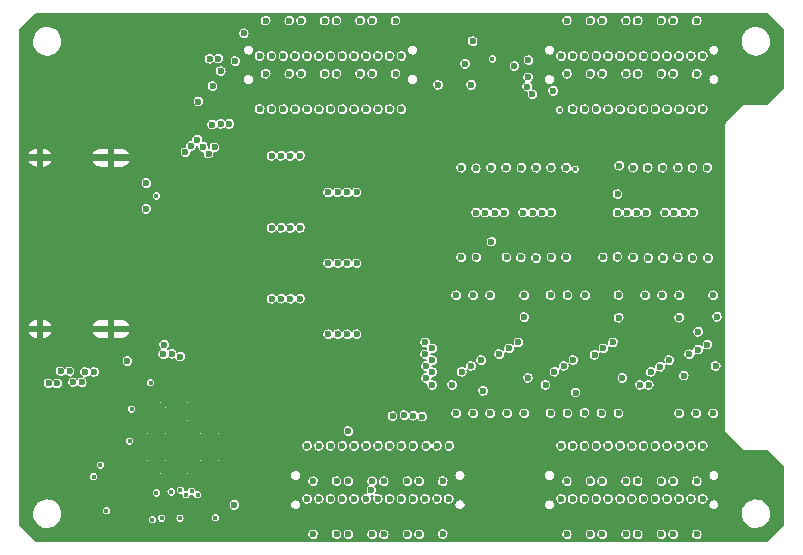
<source format=gbr>
G04 #@! TF.GenerationSoftware,KiCad,Pcbnew,(5.99.0-3349-gc9824bbd9)*
G04 #@! TF.CreationDate,2020-09-22T10:32:07-07:00*
G04 #@! TF.ProjectId,Alchitry_IO_Shield,416c6368-6974-4727-995f-494f5f536869,rev?*
G04 #@! TF.SameCoordinates,Original*
G04 #@! TF.FileFunction,Copper,L2,Inr*
G04 #@! TF.FilePolarity,Positive*
%FSLAX46Y46*%
G04 Gerber Fmt 4.6, Leading zero omitted, Abs format (unit mm)*
G04 Created by KiCad (PCBNEW (5.99.0-3349-gc9824bbd9)) date 2020-09-22 10:32:07*
%MOMM*%
%LPD*%
G01*
G04 APERTURE LIST*
G04 #@! TA.AperFunction,ComponentPad*
%ADD10C,0.600000*%
G04 #@! TD*
G04 #@! TA.AperFunction,ViaPad*
%ADD11C,0.600000*%
G04 #@! TD*
G04 #@! TA.AperFunction,ViaPad*
%ADD12C,0.400000*%
G04 #@! TD*
G04 #@! TA.AperFunction,Conductor*
%ADD13C,0.127000*%
G04 #@! TD*
G04 APERTURE END LIST*
D10*
X23000000Y-51100000D03*
X29000000Y-46600000D03*
X26000000Y-48100000D03*
X27500000Y-48100000D03*
X29000000Y-48100000D03*
X23000000Y-48100000D03*
X24500000Y-51100000D03*
X27500000Y-49600000D03*
X24500000Y-49600000D03*
X23000000Y-49600000D03*
X24500000Y-46600000D03*
X24500000Y-45100000D03*
X27500000Y-45100000D03*
X26000000Y-46600000D03*
X23000000Y-46600000D03*
X26000000Y-51100000D03*
X24500000Y-48100000D03*
X26000000Y-49600000D03*
D11*
X65500000Y-51750000D03*
X17000000Y-31000000D03*
X47000000Y-56217768D03*
X40000000Y-17250000D03*
X62500000Y-51750000D03*
X62500000Y-12750000D03*
X38000000Y-56250000D03*
X68510000Y-51750000D03*
X68500000Y-56250000D03*
X43000000Y-12750000D03*
X16000000Y-27000000D03*
X43000000Y-17250000D03*
X17000000Y-48450000D03*
X65500000Y-17250000D03*
X18000000Y-30000000D03*
X16000000Y-29000000D03*
X34000000Y-12750000D03*
X23000000Y-34000000D03*
X34000000Y-17250000D03*
X59500000Y-56250000D03*
X23000000Y-36000000D03*
X17000000Y-28000000D03*
X17000000Y-30000000D03*
X32800000Y-55400000D03*
X38000000Y-51750000D03*
X37000000Y-17250000D03*
X17000000Y-27000000D03*
X41000000Y-56250000D03*
X23000000Y-32000000D03*
X23000000Y-33000000D03*
X23000000Y-35000000D03*
X18000000Y-28000000D03*
X59500000Y-12750000D03*
X59500000Y-17250000D03*
X44000000Y-56250000D03*
X32800000Y-45850000D03*
X30500000Y-43340000D03*
X41000000Y-47509426D03*
X16000000Y-28000000D03*
X68500000Y-12750000D03*
X18000000Y-27000000D03*
X44000000Y-51750000D03*
X62500000Y-56250000D03*
X32751936Y-47801936D03*
X41000000Y-51750000D03*
X37000000Y-12750000D03*
X40000000Y-12750000D03*
D12*
X18000000Y-52000000D03*
D11*
X16000000Y-32000000D03*
X17000000Y-29000000D03*
X47000000Y-51750000D03*
X16000000Y-31000000D03*
X62500000Y-17250000D03*
X23000000Y-31000000D03*
X21600000Y-44350000D03*
X68500000Y-17250000D03*
X65500000Y-56250000D03*
X23000000Y-30000000D03*
X18000000Y-29000000D03*
X59500000Y-51750000D03*
X16000000Y-30000000D03*
X65500000Y-12750000D03*
X14613661Y-43469702D03*
X15366061Y-43469702D03*
X15645461Y-42451451D03*
X16397861Y-42451451D03*
X16677261Y-43376184D03*
X17429661Y-43376184D03*
X17723800Y-42500000D03*
X18476200Y-42500000D03*
X35500000Y-20250000D03*
X39500000Y-53250000D03*
X50800000Y-29000000D03*
X64000000Y-48750000D03*
D12*
X21650000Y-45650000D03*
D11*
X60998552Y-20248552D03*
X45500000Y-53250000D03*
X55600000Y-29000000D03*
X44500000Y-15750000D03*
X70000000Y-53250000D03*
X51600000Y-29000000D03*
X42500000Y-48750000D03*
X54800000Y-29000000D03*
X56400000Y-29000000D03*
X53200000Y-29000000D03*
D12*
X21491906Y-48373494D03*
D11*
X50530000Y-14500000D03*
X63600000Y-29000000D03*
X66800000Y-29000000D03*
X42500000Y-53250000D03*
X64000000Y-20250000D03*
X61000000Y-53250000D03*
X54060000Y-16590000D03*
X44500000Y-20250000D03*
X64400000Y-29000000D03*
X65200000Y-29000000D03*
X64000000Y-53250000D03*
X30350000Y-53750000D03*
X50398922Y-18193054D03*
X35500000Y-15750000D03*
X67000000Y-20250000D03*
X41500000Y-15750000D03*
D12*
X18450000Y-51350000D03*
X23750000Y-27600000D03*
D11*
X61000000Y-15750000D03*
X67000000Y-48750000D03*
X64000000Y-15750000D03*
X70000000Y-15750000D03*
X61000000Y-48750000D03*
X41500000Y-20250000D03*
X57200000Y-29000000D03*
X68400000Y-29000000D03*
X67000000Y-53250000D03*
D12*
X25778635Y-52514318D03*
D11*
X70000000Y-20250000D03*
X39500000Y-48750000D03*
X52400000Y-29000000D03*
X69200000Y-29000000D03*
X67600000Y-29000000D03*
X21300000Y-41575000D03*
D12*
X25000000Y-52650000D03*
D11*
X67000000Y-15750000D03*
X62800000Y-29000000D03*
X38500000Y-15750000D03*
X70000000Y-48750000D03*
X22900000Y-26512500D03*
X38500000Y-20250000D03*
X32498157Y-20248157D03*
X22900000Y-28700000D03*
X32500000Y-15750000D03*
D12*
X26250000Y-52900000D03*
X26750042Y-52583348D03*
X27250000Y-52900000D03*
X23750000Y-52750000D03*
X19500000Y-54250000D03*
D11*
X48000000Y-56217764D03*
X47500000Y-53250000D03*
X46500000Y-53250000D03*
X46000000Y-56250000D03*
X40000000Y-47509425D03*
X40000000Y-51750000D03*
X40500000Y-48749992D03*
X41500000Y-48749994D03*
X41946979Y-52496694D03*
X42000000Y-51750000D03*
X47994844Y-51744844D03*
X46242998Y-46274404D03*
X45482485Y-46207564D03*
X47500000Y-48749988D03*
X46600000Y-48749992D03*
X44738342Y-46156914D03*
X46000000Y-51750000D03*
X43750000Y-46250000D03*
X24400000Y-40200000D03*
X45000000Y-51750008D03*
X24312442Y-40981231D03*
X44500000Y-48749994D03*
X43500000Y-48750000D03*
X25040665Y-40946694D03*
X43000000Y-51750000D03*
X25767674Y-41198532D03*
X68000000Y-20250000D03*
X33500000Y-24200000D03*
X67500000Y-17250000D03*
X40700000Y-39300000D03*
X66500000Y-17250000D03*
X39900000Y-39300000D03*
X66000000Y-20250000D03*
X39100000Y-39300000D03*
X65000000Y-20250000D03*
X38300000Y-39300000D03*
X64500000Y-17250000D03*
X35900000Y-36300000D03*
X63500000Y-17250000D03*
X35100000Y-36300000D03*
X63000000Y-20250000D03*
X34300000Y-36300000D03*
X62000000Y-20250000D03*
X33500000Y-36300000D03*
X61500000Y-17250000D03*
X40700000Y-33300000D03*
X60500000Y-17250000D03*
X39900000Y-33300000D03*
X60000000Y-20250000D03*
X39100000Y-33300000D03*
X59000000Y-20250000D03*
X38300000Y-33300000D03*
X58500000Y-17250000D03*
X35900000Y-30300000D03*
X44000000Y-17250000D03*
X35100000Y-30300000D03*
X43500000Y-20250000D03*
X34300000Y-30300000D03*
X42500000Y-20250000D03*
X33500000Y-30300000D03*
X42000000Y-17250000D03*
X40700000Y-27300000D03*
X41000000Y-17250000D03*
X39900000Y-27300000D03*
X40500000Y-20250000D03*
X39100000Y-27300000D03*
X39500000Y-20250000D03*
X38300000Y-27300000D03*
X39000000Y-17250000D03*
X35900000Y-24200000D03*
X38000000Y-17250000D03*
X35100000Y-24200000D03*
X37500000Y-20250000D03*
X34300000Y-24200000D03*
D12*
X23250000Y-43400000D03*
X19000000Y-50400000D03*
X28750000Y-54850000D03*
X23400000Y-55000000D03*
X24200000Y-54900000D03*
X25750000Y-54900000D03*
D11*
X66600000Y-25200000D03*
X67900000Y-25200000D03*
X69150000Y-25200000D03*
X70400000Y-25200000D03*
X62800000Y-27450000D03*
X62918686Y-25031314D03*
X64100000Y-25200000D03*
X65350000Y-25200000D03*
X54650000Y-25200000D03*
X55900000Y-25200000D03*
X70450000Y-32850000D03*
X68000000Y-15750000D03*
X67500000Y-12750000D03*
X69150000Y-32850000D03*
X67900000Y-32800000D03*
X66500000Y-12750000D03*
X66650000Y-32850000D03*
X66000000Y-15750000D03*
X65000000Y-15750000D03*
X65400000Y-32850000D03*
X64500000Y-12750000D03*
X64100000Y-32800000D03*
X62800000Y-32750000D03*
X63500000Y-12750000D03*
X63000000Y-15750000D03*
X61550000Y-32800000D03*
X58450000Y-32800000D03*
X62000000Y-15750000D03*
X57200000Y-32800000D03*
X61500000Y-12750000D03*
X55585989Y-18999999D03*
X55135800Y-18330326D03*
X55900000Y-32850000D03*
X60500000Y-12750000D03*
X54600000Y-32800000D03*
X55220841Y-17551613D03*
X60000000Y-15750000D03*
X59000000Y-15750000D03*
X53400000Y-32800000D03*
X55253164Y-16103164D03*
X58500000Y-12750000D03*
X52120000Y-31460000D03*
X44000000Y-12750000D03*
X50850000Y-32800000D03*
X49550000Y-32800000D03*
X43500000Y-15750000D03*
X42500000Y-15750000D03*
X42000000Y-12750000D03*
X41000000Y-12750000D03*
X40500000Y-15750000D03*
X39500000Y-15750000D03*
X39000000Y-12750000D03*
X38000000Y-12750000D03*
X37500000Y-15750000D03*
X57150000Y-25200000D03*
X58450000Y-25200000D03*
X49550000Y-25200000D03*
X50800000Y-25250000D03*
X52100000Y-25200000D03*
X53350000Y-25200000D03*
X57340000Y-18700000D03*
X58000000Y-15750000D03*
X36500000Y-53250000D03*
X37000000Y-56249994D03*
X37500000Y-53250000D03*
X38500000Y-53250004D03*
X39000000Y-56250000D03*
X40000000Y-56250000D03*
X40500000Y-53250000D03*
X41500000Y-53250000D03*
X29197744Y-21494510D03*
X60850009Y-41050000D03*
X46500000Y-41000000D03*
X34500000Y-15750000D03*
X68850009Y-40994158D03*
X29190000Y-17040000D03*
X27681948Y-23436801D03*
X52778374Y-40990510D03*
X36500000Y-20250000D03*
X64700000Y-43600000D03*
X47100000Y-43600000D03*
X56700000Y-43600000D03*
X33000000Y-12750000D03*
X48800000Y-43600000D03*
X28250000Y-15970000D03*
X27300000Y-19600000D03*
X28172448Y-24010000D03*
X69600000Y-40600000D03*
X53600000Y-40500000D03*
X29924747Y-21494510D03*
X47100000Y-40500000D03*
X33500000Y-15750000D03*
X61600000Y-40500000D03*
X30430000Y-16169500D03*
X49890000Y-16410000D03*
X36500000Y-15750000D03*
X42000000Y-56250000D03*
X26690500Y-23360902D03*
X66400000Y-42050000D03*
X50393439Y-41990510D03*
X58250000Y-41990510D03*
X33500000Y-20250000D03*
X46571619Y-41999344D03*
X27191448Y-22831448D03*
X47100000Y-41500000D03*
X51250000Y-41500000D03*
X31150000Y-13820000D03*
X67156764Y-41490707D03*
X28500000Y-18300000D03*
X59050000Y-41481020D03*
X29000000Y-15960000D03*
X28472866Y-21550031D03*
X35000000Y-12750000D03*
X43000000Y-56250000D03*
X43500000Y-53250000D03*
X44500000Y-53250000D03*
X28681086Y-23490559D03*
X54400000Y-40000000D03*
X35000000Y-17250000D03*
X62400000Y-40000000D03*
X46500000Y-40000000D03*
X70400000Y-40181011D03*
X36000000Y-12750000D03*
X26200000Y-23900000D03*
X49600000Y-42481012D03*
X33000000Y-17250000D03*
X57450000Y-42481011D03*
X47100000Y-42500000D03*
X65606006Y-42481020D03*
X45000000Y-56250000D03*
X48500000Y-53253210D03*
X34500000Y-20250000D03*
X71100000Y-42000000D03*
X55200000Y-43000000D03*
X46585925Y-43014075D03*
X63200000Y-43000000D03*
X47600000Y-18200000D03*
X36000000Y-17250000D03*
X69500000Y-17250000D03*
X69000000Y-20250000D03*
X69000000Y-15750000D03*
X69500000Y-12750000D03*
X48550000Y-48750000D03*
X45500000Y-48750000D03*
X39000000Y-51750000D03*
X36500000Y-48750000D03*
X58000000Y-53250000D03*
X58500000Y-56250000D03*
X59000000Y-53250000D03*
X60000000Y-53250000D03*
X60500000Y-56250000D03*
X61500000Y-56250000D03*
X62000000Y-53250000D03*
X63000000Y-53250000D03*
X63500000Y-56250000D03*
X64500000Y-56250000D03*
X65000000Y-53250000D03*
X66000000Y-53250000D03*
X37000000Y-51750000D03*
X66500000Y-56250000D03*
X67500000Y-56250000D03*
X38500000Y-48750008D03*
X68000000Y-53250000D03*
X69000000Y-53250000D03*
X69500000Y-56250000D03*
X69500000Y-51750000D03*
X69000000Y-48750000D03*
X37500000Y-48750008D03*
X68000000Y-48750000D03*
X67500000Y-51750000D03*
X66500000Y-51750000D03*
X66000000Y-48750000D03*
X65427011Y-43600473D03*
X68400000Y-42800000D03*
D12*
X57888155Y-20311845D03*
X52200000Y-16000000D03*
D11*
X68000000Y-46000000D03*
X68000000Y-37900000D03*
X68000000Y-36000000D03*
X69600000Y-39100000D03*
X69440000Y-46000000D03*
X70880000Y-46000000D03*
X70880000Y-36000000D03*
X71200000Y-37827040D03*
X66560000Y-36000000D03*
X65120000Y-36000000D03*
X57120000Y-46000000D03*
X58560000Y-46000000D03*
D12*
X59209500Y-25323487D03*
D11*
X60000000Y-45950000D03*
X60050000Y-36000000D03*
X59238468Y-44239261D03*
X61440000Y-46000000D03*
X62880000Y-46000000D03*
X62880000Y-36000000D03*
X62890510Y-37900000D03*
X58560000Y-36000000D03*
X57120000Y-36000000D03*
X49120000Y-46000000D03*
X50560000Y-46000000D03*
X52000000Y-46000000D03*
X51400000Y-44100000D03*
X52000000Y-36000000D03*
X53440000Y-46000000D03*
X54880000Y-46000000D03*
X54880000Y-36000000D03*
X54900000Y-37850000D03*
X50560000Y-36000000D03*
X49120000Y-36000000D03*
X65000000Y-48750000D03*
X64500000Y-51750000D03*
X63500000Y-51750000D03*
X63000000Y-48750000D03*
X62000000Y-48750000D03*
X61500000Y-51750000D03*
X60500000Y-51750000D03*
X60000000Y-48750000D03*
X59000000Y-48750000D03*
X58500000Y-51749996D03*
X58000000Y-48750000D03*
D13*
X76810001Y-13578702D02*
X76810000Y-18421300D01*
X75421301Y-19810000D01*
X73533420Y-19810000D01*
X73514475Y-19802898D01*
X73481486Y-19810000D01*
X73473978Y-19810000D01*
X73453277Y-19816073D01*
X73410292Y-19825326D01*
X73402893Y-19830854D01*
X73393230Y-19833689D01*
X73364487Y-19866813D01*
X71889284Y-21342017D01*
X71870863Y-21350392D01*
X71852555Y-21378746D01*
X71847249Y-21384051D01*
X71836913Y-21402972D01*
X71813059Y-21439913D01*
X71811733Y-21449058D01*
X71806903Y-21457900D01*
X71810001Y-21501652D01*
X71810000Y-47466579D01*
X71802897Y-47485525D01*
X71810000Y-47518518D01*
X71810000Y-47526021D01*
X71816070Y-47546711D01*
X71825323Y-47589692D01*
X71830852Y-47597100D01*
X71833689Y-47606770D01*
X71866813Y-47635513D01*
X73342017Y-49110718D01*
X73350391Y-49129138D01*
X73378745Y-49147446D01*
X73384049Y-49152750D01*
X73402967Y-49163086D01*
X73439913Y-49186942D01*
X73449058Y-49188268D01*
X73457898Y-49193097D01*
X73501636Y-49190000D01*
X75421300Y-49190000D01*
X76810001Y-50578702D01*
X76810000Y-55421300D01*
X75421301Y-56810000D01*
X13578700Y-56810000D01*
X13088539Y-56319839D01*
X36509243Y-56319839D01*
X36551475Y-56461054D01*
X36633364Y-56583608D01*
X36747667Y-56676666D01*
X36884281Y-56732000D01*
X37031125Y-56744719D01*
X37175219Y-56713696D01*
X37303819Y-56641676D01*
X37405559Y-56535026D01*
X37471441Y-56403175D01*
X37485311Y-56319845D01*
X38509243Y-56319845D01*
X38551475Y-56461060D01*
X38633364Y-56583614D01*
X38747667Y-56676672D01*
X38884281Y-56732006D01*
X39031125Y-56744725D01*
X39175219Y-56713702D01*
X39303819Y-56641682D01*
X39405559Y-56535032D01*
X39471441Y-56403181D01*
X39485312Y-56319845D01*
X39509243Y-56319845D01*
X39551475Y-56461060D01*
X39633364Y-56583614D01*
X39747667Y-56676672D01*
X39884281Y-56732006D01*
X40031125Y-56744725D01*
X40175219Y-56713702D01*
X40303819Y-56641682D01*
X40405559Y-56535032D01*
X40471441Y-56403181D01*
X40485312Y-56319845D01*
X41509243Y-56319845D01*
X41551475Y-56461060D01*
X41633364Y-56583614D01*
X41747667Y-56676672D01*
X41884281Y-56732006D01*
X42031125Y-56744725D01*
X42175219Y-56713702D01*
X42303819Y-56641682D01*
X42405559Y-56535032D01*
X42471441Y-56403181D01*
X42485312Y-56319845D01*
X42509243Y-56319845D01*
X42551475Y-56461060D01*
X42633364Y-56583614D01*
X42747667Y-56676672D01*
X42884281Y-56732006D01*
X43031125Y-56744725D01*
X43175219Y-56713702D01*
X43303819Y-56641682D01*
X43405559Y-56535032D01*
X43471441Y-56403181D01*
X43485312Y-56319845D01*
X44509243Y-56319845D01*
X44551475Y-56461060D01*
X44633364Y-56583614D01*
X44747667Y-56676672D01*
X44884281Y-56732006D01*
X45031125Y-56744725D01*
X45175219Y-56713702D01*
X45303819Y-56641682D01*
X45405559Y-56535032D01*
X45471441Y-56403181D01*
X45485312Y-56319845D01*
X45509243Y-56319845D01*
X45551475Y-56461060D01*
X45633364Y-56583614D01*
X45747667Y-56676672D01*
X45884281Y-56732006D01*
X46031125Y-56744725D01*
X46175219Y-56713702D01*
X46303819Y-56641682D01*
X46405559Y-56535032D01*
X46471441Y-56403181D01*
X46490677Y-56287609D01*
X47509243Y-56287609D01*
X47551475Y-56428824D01*
X47633364Y-56551378D01*
X47747667Y-56644436D01*
X47884281Y-56699770D01*
X48031125Y-56712489D01*
X48175219Y-56681466D01*
X48303819Y-56609446D01*
X48405559Y-56502796D01*
X48471441Y-56370945D01*
X48479946Y-56319845D01*
X58009243Y-56319845D01*
X58051475Y-56461060D01*
X58133364Y-56583614D01*
X58247667Y-56676672D01*
X58384281Y-56732006D01*
X58531125Y-56744725D01*
X58675219Y-56713702D01*
X58803819Y-56641682D01*
X58905559Y-56535032D01*
X58971441Y-56403181D01*
X58985312Y-56319845D01*
X60009243Y-56319845D01*
X60051475Y-56461060D01*
X60133364Y-56583614D01*
X60247667Y-56676672D01*
X60384281Y-56732006D01*
X60531125Y-56744725D01*
X60675219Y-56713702D01*
X60803819Y-56641682D01*
X60905559Y-56535032D01*
X60971441Y-56403181D01*
X60985312Y-56319845D01*
X61009243Y-56319845D01*
X61051475Y-56461060D01*
X61133364Y-56583614D01*
X61247667Y-56676672D01*
X61384281Y-56732006D01*
X61531125Y-56744725D01*
X61675219Y-56713702D01*
X61803819Y-56641682D01*
X61905559Y-56535032D01*
X61971441Y-56403181D01*
X61985312Y-56319845D01*
X63009243Y-56319845D01*
X63051475Y-56461060D01*
X63133364Y-56583614D01*
X63247667Y-56676672D01*
X63384281Y-56732006D01*
X63531125Y-56744725D01*
X63675219Y-56713702D01*
X63803819Y-56641682D01*
X63905559Y-56535032D01*
X63971441Y-56403181D01*
X63985312Y-56319845D01*
X64009243Y-56319845D01*
X64051475Y-56461060D01*
X64133364Y-56583614D01*
X64247667Y-56676672D01*
X64384281Y-56732006D01*
X64531125Y-56744725D01*
X64675219Y-56713702D01*
X64803819Y-56641682D01*
X64905559Y-56535032D01*
X64971441Y-56403181D01*
X64985312Y-56319845D01*
X66009243Y-56319845D01*
X66051475Y-56461060D01*
X66133364Y-56583614D01*
X66247667Y-56676672D01*
X66384281Y-56732006D01*
X66531125Y-56744725D01*
X66675219Y-56713702D01*
X66803819Y-56641682D01*
X66905559Y-56535032D01*
X66971441Y-56403181D01*
X66985312Y-56319845D01*
X67009243Y-56319845D01*
X67051475Y-56461060D01*
X67133364Y-56583614D01*
X67247667Y-56676672D01*
X67384281Y-56732006D01*
X67531125Y-56744725D01*
X67675219Y-56713702D01*
X67803819Y-56641682D01*
X67905559Y-56535032D01*
X67971441Y-56403181D01*
X67985312Y-56319845D01*
X69009243Y-56319845D01*
X69051475Y-56461060D01*
X69133364Y-56583614D01*
X69247667Y-56676672D01*
X69384281Y-56732006D01*
X69531125Y-56744725D01*
X69675219Y-56713702D01*
X69803819Y-56641682D01*
X69905559Y-56535032D01*
X69971441Y-56403181D01*
X69994907Y-56262201D01*
X69995036Y-56245570D01*
X69973788Y-56104244D01*
X69909986Y-55971374D01*
X69809934Y-55863139D01*
X69682481Y-55789108D01*
X69538893Y-55755825D01*
X69391866Y-55766236D01*
X69254400Y-55819417D01*
X69138648Y-55910668D01*
X69054845Y-56031921D01*
X69010401Y-56172455D01*
X69009243Y-56319845D01*
X67985312Y-56319845D01*
X67994907Y-56262201D01*
X67995036Y-56245570D01*
X67973788Y-56104244D01*
X67909986Y-55971374D01*
X67809934Y-55863139D01*
X67682481Y-55789108D01*
X67538893Y-55755825D01*
X67391866Y-55766236D01*
X67254400Y-55819417D01*
X67138648Y-55910668D01*
X67054845Y-56031921D01*
X67010401Y-56172455D01*
X67009243Y-56319845D01*
X66985312Y-56319845D01*
X66994907Y-56262201D01*
X66995036Y-56245570D01*
X66973788Y-56104244D01*
X66909986Y-55971374D01*
X66809934Y-55863139D01*
X66682481Y-55789108D01*
X66538893Y-55755825D01*
X66391866Y-55766236D01*
X66254400Y-55819417D01*
X66138648Y-55910668D01*
X66054845Y-56031921D01*
X66010401Y-56172455D01*
X66009243Y-56319845D01*
X64985312Y-56319845D01*
X64994907Y-56262201D01*
X64995036Y-56245570D01*
X64973788Y-56104244D01*
X64909986Y-55971374D01*
X64809934Y-55863139D01*
X64682481Y-55789108D01*
X64538893Y-55755825D01*
X64391866Y-55766236D01*
X64254400Y-55819417D01*
X64138648Y-55910668D01*
X64054845Y-56031921D01*
X64010401Y-56172455D01*
X64009243Y-56319845D01*
X63985312Y-56319845D01*
X63994907Y-56262201D01*
X63995036Y-56245570D01*
X63973788Y-56104244D01*
X63909986Y-55971374D01*
X63809934Y-55863139D01*
X63682481Y-55789108D01*
X63538893Y-55755825D01*
X63391866Y-55766236D01*
X63254400Y-55819417D01*
X63138648Y-55910668D01*
X63054845Y-56031921D01*
X63010401Y-56172455D01*
X63009243Y-56319845D01*
X61985312Y-56319845D01*
X61994907Y-56262201D01*
X61995036Y-56245570D01*
X61973788Y-56104244D01*
X61909986Y-55971374D01*
X61809934Y-55863139D01*
X61682481Y-55789108D01*
X61538893Y-55755825D01*
X61391866Y-55766236D01*
X61254400Y-55819417D01*
X61138648Y-55910668D01*
X61054845Y-56031921D01*
X61010401Y-56172455D01*
X61009243Y-56319845D01*
X60985312Y-56319845D01*
X60994907Y-56262201D01*
X60995036Y-56245570D01*
X60973788Y-56104244D01*
X60909986Y-55971374D01*
X60809934Y-55863139D01*
X60682481Y-55789108D01*
X60538893Y-55755825D01*
X60391866Y-55766236D01*
X60254400Y-55819417D01*
X60138648Y-55910668D01*
X60054845Y-56031921D01*
X60010401Y-56172455D01*
X60009243Y-56319845D01*
X58985312Y-56319845D01*
X58994907Y-56262201D01*
X58995036Y-56245570D01*
X58973788Y-56104244D01*
X58909986Y-55971374D01*
X58809934Y-55863139D01*
X58682481Y-55789108D01*
X58538893Y-55755825D01*
X58391866Y-55766236D01*
X58254400Y-55819417D01*
X58138648Y-55910668D01*
X58054845Y-56031921D01*
X58010401Y-56172455D01*
X58009243Y-56319845D01*
X48479946Y-56319845D01*
X48494907Y-56229965D01*
X48495036Y-56213334D01*
X48473788Y-56072008D01*
X48409986Y-55939138D01*
X48309934Y-55830903D01*
X48182481Y-55756872D01*
X48038893Y-55723589D01*
X47891866Y-55734000D01*
X47754400Y-55787181D01*
X47638648Y-55878432D01*
X47554845Y-55999685D01*
X47510401Y-56140219D01*
X47509243Y-56287609D01*
X46490677Y-56287609D01*
X46494907Y-56262201D01*
X46495036Y-56245570D01*
X46473788Y-56104244D01*
X46409986Y-55971374D01*
X46309934Y-55863139D01*
X46182481Y-55789108D01*
X46038893Y-55755825D01*
X45891866Y-55766236D01*
X45754400Y-55819417D01*
X45638648Y-55910668D01*
X45554845Y-56031921D01*
X45510401Y-56172455D01*
X45509243Y-56319845D01*
X45485312Y-56319845D01*
X45494907Y-56262201D01*
X45495036Y-56245570D01*
X45473788Y-56104244D01*
X45409986Y-55971374D01*
X45309934Y-55863139D01*
X45182481Y-55789108D01*
X45038893Y-55755825D01*
X44891866Y-55766236D01*
X44754400Y-55819417D01*
X44638648Y-55910668D01*
X44554845Y-56031921D01*
X44510401Y-56172455D01*
X44509243Y-56319845D01*
X43485312Y-56319845D01*
X43494907Y-56262201D01*
X43495036Y-56245570D01*
X43473788Y-56104244D01*
X43409986Y-55971374D01*
X43309934Y-55863139D01*
X43182481Y-55789108D01*
X43038893Y-55755825D01*
X42891866Y-55766236D01*
X42754400Y-55819417D01*
X42638648Y-55910668D01*
X42554845Y-56031921D01*
X42510401Y-56172455D01*
X42509243Y-56319845D01*
X42485312Y-56319845D01*
X42494907Y-56262201D01*
X42495036Y-56245570D01*
X42473788Y-56104244D01*
X42409986Y-55971374D01*
X42309934Y-55863139D01*
X42182481Y-55789108D01*
X42038893Y-55755825D01*
X41891866Y-55766236D01*
X41754400Y-55819417D01*
X41638648Y-55910668D01*
X41554845Y-56031921D01*
X41510401Y-56172455D01*
X41509243Y-56319845D01*
X40485312Y-56319845D01*
X40494907Y-56262201D01*
X40495036Y-56245570D01*
X40473788Y-56104244D01*
X40409986Y-55971374D01*
X40309934Y-55863139D01*
X40182481Y-55789108D01*
X40038893Y-55755825D01*
X39891866Y-55766236D01*
X39754400Y-55819417D01*
X39638648Y-55910668D01*
X39554845Y-56031921D01*
X39510401Y-56172455D01*
X39509243Y-56319845D01*
X39485312Y-56319845D01*
X39494907Y-56262201D01*
X39495036Y-56245570D01*
X39473788Y-56104244D01*
X39409986Y-55971374D01*
X39309934Y-55863139D01*
X39182481Y-55789108D01*
X39038893Y-55755825D01*
X38891866Y-55766236D01*
X38754400Y-55819417D01*
X38638648Y-55910668D01*
X38554845Y-56031921D01*
X38510401Y-56172455D01*
X38509243Y-56319845D01*
X37485311Y-56319845D01*
X37494907Y-56262195D01*
X37495036Y-56245564D01*
X37473788Y-56104238D01*
X37409986Y-55971368D01*
X37309934Y-55863133D01*
X37182481Y-55789102D01*
X37038893Y-55755819D01*
X36891866Y-55766230D01*
X36754400Y-55819411D01*
X36638648Y-55910662D01*
X36554845Y-56031915D01*
X36510401Y-56172449D01*
X36509243Y-56319839D01*
X13088539Y-56319839D01*
X12190000Y-55421301D01*
X12190000Y-54581298D01*
X13207806Y-54581298D01*
X13242626Y-54808841D01*
X13317188Y-55026622D01*
X13429139Y-55227757D01*
X13574938Y-55405888D01*
X13749977Y-55555385D01*
X13948723Y-55671523D01*
X14164895Y-55750631D01*
X14391658Y-55790207D01*
X14621846Y-55789002D01*
X14848183Y-55747053D01*
X15063515Y-55665687D01*
X15261034Y-55547473D01*
X15434498Y-55396151D01*
X15578423Y-55216502D01*
X15688262Y-55014206D01*
X15692960Y-55000000D01*
X23004036Y-55000000D01*
X23027915Y-55135428D01*
X23096674Y-55254521D01*
X23202018Y-55342914D01*
X23331241Y-55389949D01*
X23468759Y-55389949D01*
X23597982Y-55342914D01*
X23703326Y-55254521D01*
X23772085Y-55135428D01*
X23795964Y-55000000D01*
X23778332Y-54900000D01*
X23804036Y-54900000D01*
X23827915Y-55035428D01*
X23896674Y-55154521D01*
X24002018Y-55242914D01*
X24131241Y-55289949D01*
X24268759Y-55289949D01*
X24397982Y-55242914D01*
X24503326Y-55154521D01*
X24572085Y-55035428D01*
X24595964Y-54900000D01*
X25354036Y-54900000D01*
X25377915Y-55035428D01*
X25446674Y-55154521D01*
X25552018Y-55242914D01*
X25681241Y-55289949D01*
X25818759Y-55289949D01*
X25947982Y-55242914D01*
X26053326Y-55154521D01*
X26122085Y-55035428D01*
X26145964Y-54900000D01*
X26137148Y-54850000D01*
X28354036Y-54850000D01*
X28377915Y-54985428D01*
X28446674Y-55104521D01*
X28552018Y-55192914D01*
X28681241Y-55239949D01*
X28818759Y-55239949D01*
X28947982Y-55192914D01*
X29053326Y-55104521D01*
X29122085Y-54985428D01*
X29145964Y-54850000D01*
X29122085Y-54714572D01*
X29053326Y-54595479D01*
X29036426Y-54581298D01*
X73207806Y-54581298D01*
X73242626Y-54808841D01*
X73317188Y-55026622D01*
X73429139Y-55227757D01*
X73574938Y-55405888D01*
X73749977Y-55555385D01*
X73948723Y-55671523D01*
X74164895Y-55750631D01*
X74391658Y-55790207D01*
X74621846Y-55789002D01*
X74848183Y-55747053D01*
X75063515Y-55665687D01*
X75261034Y-55547473D01*
X75434498Y-55396151D01*
X75578423Y-55216502D01*
X75688262Y-55014206D01*
X75760540Y-54795657D01*
X75792696Y-54569716D01*
X75794573Y-54498033D01*
X75774286Y-54270720D01*
X75713544Y-54048687D01*
X75614444Y-53840919D01*
X75480118Y-53653985D01*
X75314812Y-53493791D01*
X75123750Y-53365403D01*
X74912972Y-53272878D01*
X74689140Y-53219141D01*
X74459331Y-53205891D01*
X74230807Y-53233545D01*
X74010791Y-53301230D01*
X73806239Y-53406808D01*
X73623616Y-53546939D01*
X73468694Y-53717196D01*
X73346371Y-53912197D01*
X73260512Y-54125777D01*
X73213832Y-54351185D01*
X73207806Y-54581298D01*
X29036426Y-54581298D01*
X28947982Y-54507086D01*
X28818759Y-54460051D01*
X28681241Y-54460051D01*
X28552018Y-54507086D01*
X28446674Y-54595479D01*
X28377915Y-54714572D01*
X28354036Y-54850000D01*
X26137148Y-54850000D01*
X26122085Y-54764572D01*
X26053326Y-54645479D01*
X25947982Y-54557086D01*
X25818759Y-54510051D01*
X25681241Y-54510051D01*
X25552018Y-54557086D01*
X25446674Y-54645479D01*
X25377915Y-54764572D01*
X25354036Y-54900000D01*
X24595964Y-54900000D01*
X24572085Y-54764572D01*
X24503326Y-54645479D01*
X24397982Y-54557086D01*
X24268759Y-54510051D01*
X24131241Y-54510051D01*
X24002018Y-54557086D01*
X23896674Y-54645479D01*
X23827915Y-54764572D01*
X23804036Y-54900000D01*
X23778332Y-54900000D01*
X23772085Y-54864572D01*
X23703326Y-54745479D01*
X23597982Y-54657086D01*
X23468759Y-54610051D01*
X23331241Y-54610051D01*
X23202018Y-54657086D01*
X23096674Y-54745479D01*
X23027915Y-54864572D01*
X23004036Y-55000000D01*
X15692960Y-55000000D01*
X15760540Y-54795657D01*
X15792696Y-54569716D01*
X15794573Y-54498033D01*
X15774286Y-54270720D01*
X15768618Y-54250000D01*
X19104036Y-54250000D01*
X19127915Y-54385428D01*
X19196674Y-54504521D01*
X19302018Y-54592914D01*
X19431241Y-54639949D01*
X19568759Y-54639949D01*
X19697982Y-54592914D01*
X19803326Y-54504521D01*
X19872085Y-54385428D01*
X19895964Y-54250000D01*
X19872085Y-54114572D01*
X19803326Y-53995479D01*
X19697982Y-53907086D01*
X19568759Y-53860051D01*
X19431241Y-53860051D01*
X19302018Y-53907086D01*
X19196674Y-53995479D01*
X19127915Y-54114572D01*
X19104036Y-54250000D01*
X15768618Y-54250000D01*
X15713544Y-54048687D01*
X15614444Y-53840919D01*
X15599301Y-53819845D01*
X29859243Y-53819845D01*
X29901475Y-53961060D01*
X29983364Y-54083614D01*
X30097667Y-54176672D01*
X30234281Y-54232006D01*
X30381125Y-54244725D01*
X30525219Y-54213702D01*
X30653819Y-54141682D01*
X30755559Y-54035032D01*
X30821441Y-53903181D01*
X30844907Y-53762201D01*
X30845001Y-53750000D01*
X35079721Y-53750000D01*
X35102738Y-53895324D01*
X35169536Y-54026423D01*
X35273577Y-54130464D01*
X35404676Y-54197262D01*
X35550000Y-54220279D01*
X35695324Y-54197262D01*
X35826423Y-54130464D01*
X35930464Y-54026423D01*
X35997262Y-53895324D01*
X36020279Y-53750000D01*
X48979721Y-53750000D01*
X49002738Y-53895324D01*
X49069536Y-54026423D01*
X49173577Y-54130464D01*
X49304676Y-54197262D01*
X49450000Y-54220279D01*
X49595324Y-54197262D01*
X49726423Y-54130464D01*
X49830464Y-54026423D01*
X49897262Y-53895324D01*
X49920279Y-53750000D01*
X56579721Y-53750000D01*
X56602738Y-53895324D01*
X56669536Y-54026423D01*
X56773577Y-54130464D01*
X56904676Y-54197262D01*
X57050000Y-54220279D01*
X57195324Y-54197262D01*
X57326423Y-54130464D01*
X57430464Y-54026423D01*
X57497262Y-53895324D01*
X57520279Y-53750000D01*
X70479721Y-53750000D01*
X70502738Y-53895324D01*
X70569536Y-54026423D01*
X70673577Y-54130464D01*
X70804676Y-54197262D01*
X70950000Y-54220279D01*
X71095324Y-54197262D01*
X71226423Y-54130464D01*
X71330464Y-54026423D01*
X71397262Y-53895324D01*
X71420279Y-53750000D01*
X71397262Y-53604676D01*
X71330464Y-53473577D01*
X71226423Y-53369536D01*
X71095324Y-53302738D01*
X70950000Y-53279721D01*
X70804676Y-53302738D01*
X70673577Y-53369536D01*
X70569536Y-53473577D01*
X70502738Y-53604676D01*
X70479721Y-53750000D01*
X57520279Y-53750000D01*
X57497262Y-53604676D01*
X57430464Y-53473577D01*
X57326423Y-53369536D01*
X57228899Y-53319845D01*
X57509243Y-53319845D01*
X57551475Y-53461060D01*
X57633364Y-53583614D01*
X57747667Y-53676672D01*
X57884281Y-53732006D01*
X58031125Y-53744725D01*
X58175219Y-53713702D01*
X58303819Y-53641682D01*
X58405559Y-53535032D01*
X58471441Y-53403181D01*
X58485312Y-53319845D01*
X58509243Y-53319845D01*
X58551475Y-53461060D01*
X58633364Y-53583614D01*
X58747667Y-53676672D01*
X58884281Y-53732006D01*
X59031125Y-53744725D01*
X59175219Y-53713702D01*
X59303819Y-53641682D01*
X59405559Y-53535032D01*
X59471441Y-53403181D01*
X59485312Y-53319845D01*
X59509243Y-53319845D01*
X59551475Y-53461060D01*
X59633364Y-53583614D01*
X59747667Y-53676672D01*
X59884281Y-53732006D01*
X60031125Y-53744725D01*
X60175219Y-53713702D01*
X60303819Y-53641682D01*
X60405559Y-53535032D01*
X60471441Y-53403181D01*
X60485312Y-53319845D01*
X60509243Y-53319845D01*
X60551475Y-53461060D01*
X60633364Y-53583614D01*
X60747667Y-53676672D01*
X60884281Y-53732006D01*
X61031125Y-53744725D01*
X61175219Y-53713702D01*
X61303819Y-53641682D01*
X61405559Y-53535032D01*
X61471441Y-53403181D01*
X61485312Y-53319845D01*
X61509243Y-53319845D01*
X61551475Y-53461060D01*
X61633364Y-53583614D01*
X61747667Y-53676672D01*
X61884281Y-53732006D01*
X62031125Y-53744725D01*
X62175219Y-53713702D01*
X62303819Y-53641682D01*
X62405559Y-53535032D01*
X62471441Y-53403181D01*
X62485312Y-53319845D01*
X62509243Y-53319845D01*
X62551475Y-53461060D01*
X62633364Y-53583614D01*
X62747667Y-53676672D01*
X62884281Y-53732006D01*
X63031125Y-53744725D01*
X63175219Y-53713702D01*
X63303819Y-53641682D01*
X63405559Y-53535032D01*
X63471441Y-53403181D01*
X63485312Y-53319845D01*
X63509243Y-53319845D01*
X63551475Y-53461060D01*
X63633364Y-53583614D01*
X63747667Y-53676672D01*
X63884281Y-53732006D01*
X64031125Y-53744725D01*
X64175219Y-53713702D01*
X64303819Y-53641682D01*
X64405559Y-53535032D01*
X64471441Y-53403181D01*
X64485312Y-53319845D01*
X64509243Y-53319845D01*
X64551475Y-53461060D01*
X64633364Y-53583614D01*
X64747667Y-53676672D01*
X64884281Y-53732006D01*
X65031125Y-53744725D01*
X65175219Y-53713702D01*
X65303819Y-53641682D01*
X65405559Y-53535032D01*
X65471441Y-53403181D01*
X65485312Y-53319845D01*
X65509243Y-53319845D01*
X65551475Y-53461060D01*
X65633364Y-53583614D01*
X65747667Y-53676672D01*
X65884281Y-53732006D01*
X66031125Y-53744725D01*
X66175219Y-53713702D01*
X66303819Y-53641682D01*
X66405559Y-53535032D01*
X66471441Y-53403181D01*
X66485312Y-53319845D01*
X66509243Y-53319845D01*
X66551475Y-53461060D01*
X66633364Y-53583614D01*
X66747667Y-53676672D01*
X66884281Y-53732006D01*
X67031125Y-53744725D01*
X67175219Y-53713702D01*
X67303819Y-53641682D01*
X67405559Y-53535032D01*
X67471441Y-53403181D01*
X67485312Y-53319845D01*
X67509243Y-53319845D01*
X67551475Y-53461060D01*
X67633364Y-53583614D01*
X67747667Y-53676672D01*
X67884281Y-53732006D01*
X68031125Y-53744725D01*
X68175219Y-53713702D01*
X68303819Y-53641682D01*
X68405559Y-53535032D01*
X68471441Y-53403181D01*
X68485312Y-53319845D01*
X68509243Y-53319845D01*
X68551475Y-53461060D01*
X68633364Y-53583614D01*
X68747667Y-53676672D01*
X68884281Y-53732006D01*
X69031125Y-53744725D01*
X69175219Y-53713702D01*
X69303819Y-53641682D01*
X69405559Y-53535032D01*
X69471441Y-53403181D01*
X69485312Y-53319845D01*
X69509243Y-53319845D01*
X69551475Y-53461060D01*
X69633364Y-53583614D01*
X69747667Y-53676672D01*
X69884281Y-53732006D01*
X70031125Y-53744725D01*
X70175219Y-53713702D01*
X70303819Y-53641682D01*
X70405559Y-53535032D01*
X70471441Y-53403181D01*
X70494907Y-53262201D01*
X70495036Y-53245570D01*
X70473788Y-53104244D01*
X70409986Y-52971374D01*
X70309934Y-52863139D01*
X70182481Y-52789108D01*
X70038893Y-52755825D01*
X69891866Y-52766236D01*
X69754400Y-52819417D01*
X69638648Y-52910668D01*
X69554845Y-53031921D01*
X69510401Y-53172455D01*
X69509243Y-53319845D01*
X69485312Y-53319845D01*
X69494907Y-53262201D01*
X69495036Y-53245570D01*
X69473788Y-53104244D01*
X69409986Y-52971374D01*
X69309934Y-52863139D01*
X69182481Y-52789108D01*
X69038893Y-52755825D01*
X68891866Y-52766236D01*
X68754400Y-52819417D01*
X68638648Y-52910668D01*
X68554845Y-53031921D01*
X68510401Y-53172455D01*
X68509243Y-53319845D01*
X68485312Y-53319845D01*
X68494907Y-53262201D01*
X68495036Y-53245570D01*
X68473788Y-53104244D01*
X68409986Y-52971374D01*
X68309934Y-52863139D01*
X68182481Y-52789108D01*
X68038893Y-52755825D01*
X67891866Y-52766236D01*
X67754400Y-52819417D01*
X67638648Y-52910668D01*
X67554845Y-53031921D01*
X67510401Y-53172455D01*
X67509243Y-53319845D01*
X67485312Y-53319845D01*
X67494907Y-53262201D01*
X67495036Y-53245570D01*
X67473788Y-53104244D01*
X67409986Y-52971374D01*
X67309934Y-52863139D01*
X67182481Y-52789108D01*
X67038893Y-52755825D01*
X66891866Y-52766236D01*
X66754400Y-52819417D01*
X66638648Y-52910668D01*
X66554845Y-53031921D01*
X66510401Y-53172455D01*
X66509243Y-53319845D01*
X66485312Y-53319845D01*
X66494907Y-53262201D01*
X66495036Y-53245570D01*
X66473788Y-53104244D01*
X66409986Y-52971374D01*
X66309934Y-52863139D01*
X66182481Y-52789108D01*
X66038893Y-52755825D01*
X65891866Y-52766236D01*
X65754400Y-52819417D01*
X65638648Y-52910668D01*
X65554845Y-53031921D01*
X65510401Y-53172455D01*
X65509243Y-53319845D01*
X65485312Y-53319845D01*
X65494907Y-53262201D01*
X65495036Y-53245570D01*
X65473788Y-53104244D01*
X65409986Y-52971374D01*
X65309934Y-52863139D01*
X65182481Y-52789108D01*
X65038893Y-52755825D01*
X64891866Y-52766236D01*
X64754400Y-52819417D01*
X64638648Y-52910668D01*
X64554845Y-53031921D01*
X64510401Y-53172455D01*
X64509243Y-53319845D01*
X64485312Y-53319845D01*
X64494907Y-53262201D01*
X64495036Y-53245570D01*
X64473788Y-53104244D01*
X64409986Y-52971374D01*
X64309934Y-52863139D01*
X64182481Y-52789108D01*
X64038893Y-52755825D01*
X63891866Y-52766236D01*
X63754400Y-52819417D01*
X63638648Y-52910668D01*
X63554845Y-53031921D01*
X63510401Y-53172455D01*
X63509243Y-53319845D01*
X63485312Y-53319845D01*
X63494907Y-53262201D01*
X63495036Y-53245570D01*
X63473788Y-53104244D01*
X63409986Y-52971374D01*
X63309934Y-52863139D01*
X63182481Y-52789108D01*
X63038893Y-52755825D01*
X62891866Y-52766236D01*
X62754400Y-52819417D01*
X62638648Y-52910668D01*
X62554845Y-53031921D01*
X62510401Y-53172455D01*
X62509243Y-53319845D01*
X62485312Y-53319845D01*
X62494907Y-53262201D01*
X62495036Y-53245570D01*
X62473788Y-53104244D01*
X62409986Y-52971374D01*
X62309934Y-52863139D01*
X62182481Y-52789108D01*
X62038893Y-52755825D01*
X61891866Y-52766236D01*
X61754400Y-52819417D01*
X61638648Y-52910668D01*
X61554845Y-53031921D01*
X61510401Y-53172455D01*
X61509243Y-53319845D01*
X61485312Y-53319845D01*
X61494907Y-53262201D01*
X61495036Y-53245570D01*
X61473788Y-53104244D01*
X61409986Y-52971374D01*
X61309934Y-52863139D01*
X61182481Y-52789108D01*
X61038893Y-52755825D01*
X60891866Y-52766236D01*
X60754400Y-52819417D01*
X60638648Y-52910668D01*
X60554845Y-53031921D01*
X60510401Y-53172455D01*
X60509243Y-53319845D01*
X60485312Y-53319845D01*
X60494907Y-53262201D01*
X60495036Y-53245570D01*
X60473788Y-53104244D01*
X60409986Y-52971374D01*
X60309934Y-52863139D01*
X60182481Y-52789108D01*
X60038893Y-52755825D01*
X59891866Y-52766236D01*
X59754400Y-52819417D01*
X59638648Y-52910668D01*
X59554845Y-53031921D01*
X59510401Y-53172455D01*
X59509243Y-53319845D01*
X59485312Y-53319845D01*
X59494907Y-53262201D01*
X59495036Y-53245570D01*
X59473788Y-53104244D01*
X59409986Y-52971374D01*
X59309934Y-52863139D01*
X59182481Y-52789108D01*
X59038893Y-52755825D01*
X58891866Y-52766236D01*
X58754400Y-52819417D01*
X58638648Y-52910668D01*
X58554845Y-53031921D01*
X58510401Y-53172455D01*
X58509243Y-53319845D01*
X58485312Y-53319845D01*
X58494907Y-53262201D01*
X58495036Y-53245570D01*
X58473788Y-53104244D01*
X58409986Y-52971374D01*
X58309934Y-52863139D01*
X58182481Y-52789108D01*
X58038893Y-52755825D01*
X57891866Y-52766236D01*
X57754400Y-52819417D01*
X57638648Y-52910668D01*
X57554845Y-53031921D01*
X57510401Y-53172455D01*
X57509243Y-53319845D01*
X57228899Y-53319845D01*
X57195324Y-53302738D01*
X57050000Y-53279721D01*
X56904676Y-53302738D01*
X56773577Y-53369536D01*
X56669536Y-53473577D01*
X56602738Y-53604676D01*
X56579721Y-53750000D01*
X49920279Y-53750000D01*
X49897262Y-53604676D01*
X49830464Y-53473577D01*
X49726423Y-53369536D01*
X49595324Y-53302738D01*
X49450000Y-53279721D01*
X49304676Y-53302738D01*
X49173577Y-53369536D01*
X49069536Y-53473577D01*
X49002738Y-53604676D01*
X48979721Y-53750000D01*
X36020279Y-53750000D01*
X35997262Y-53604676D01*
X35930464Y-53473577D01*
X35826423Y-53369536D01*
X35728899Y-53319845D01*
X36009243Y-53319845D01*
X36051475Y-53461060D01*
X36133364Y-53583614D01*
X36247667Y-53676672D01*
X36384281Y-53732006D01*
X36531125Y-53744725D01*
X36675219Y-53713702D01*
X36803819Y-53641682D01*
X36905559Y-53535032D01*
X36971441Y-53403181D01*
X36985312Y-53319845D01*
X37009243Y-53319845D01*
X37051475Y-53461060D01*
X37133364Y-53583614D01*
X37247667Y-53676672D01*
X37384281Y-53732006D01*
X37531125Y-53744725D01*
X37675219Y-53713702D01*
X37803819Y-53641682D01*
X37905559Y-53535032D01*
X37971441Y-53403181D01*
X37985311Y-53319849D01*
X38009243Y-53319849D01*
X38051475Y-53461064D01*
X38133364Y-53583618D01*
X38247667Y-53676676D01*
X38384281Y-53732010D01*
X38531125Y-53744729D01*
X38675219Y-53713706D01*
X38803819Y-53641686D01*
X38905559Y-53535036D01*
X38971441Y-53403185D01*
X38985312Y-53319845D01*
X39009243Y-53319845D01*
X39051475Y-53461060D01*
X39133364Y-53583614D01*
X39247667Y-53676672D01*
X39384281Y-53732006D01*
X39531125Y-53744725D01*
X39675219Y-53713702D01*
X39803819Y-53641682D01*
X39905559Y-53535032D01*
X39971441Y-53403181D01*
X39985312Y-53319845D01*
X40009243Y-53319845D01*
X40051475Y-53461060D01*
X40133364Y-53583614D01*
X40247667Y-53676672D01*
X40384281Y-53732006D01*
X40531125Y-53744725D01*
X40675219Y-53713702D01*
X40803819Y-53641682D01*
X40905559Y-53535032D01*
X40971441Y-53403181D01*
X40985312Y-53319845D01*
X41009243Y-53319845D01*
X41051475Y-53461060D01*
X41133364Y-53583614D01*
X41247667Y-53676672D01*
X41384281Y-53732006D01*
X41531125Y-53744725D01*
X41675219Y-53713702D01*
X41803819Y-53641682D01*
X41905559Y-53535032D01*
X41971441Y-53403181D01*
X41994907Y-53262201D01*
X41995036Y-53245570D01*
X41973788Y-53104244D01*
X41917073Y-52986133D01*
X41978104Y-52991419D01*
X42101146Y-52964928D01*
X42054845Y-53031921D01*
X42010401Y-53172455D01*
X42009243Y-53319845D01*
X42051475Y-53461060D01*
X42133364Y-53583614D01*
X42247667Y-53676672D01*
X42384281Y-53732006D01*
X42531125Y-53744725D01*
X42675219Y-53713702D01*
X42803819Y-53641682D01*
X42905559Y-53535032D01*
X42971441Y-53403181D01*
X42985312Y-53319845D01*
X43009243Y-53319845D01*
X43051475Y-53461060D01*
X43133364Y-53583614D01*
X43247667Y-53676672D01*
X43384281Y-53732006D01*
X43531125Y-53744725D01*
X43675219Y-53713702D01*
X43803819Y-53641682D01*
X43905559Y-53535032D01*
X43971441Y-53403181D01*
X43985312Y-53319845D01*
X44009243Y-53319845D01*
X44051475Y-53461060D01*
X44133364Y-53583614D01*
X44247667Y-53676672D01*
X44384281Y-53732006D01*
X44531125Y-53744725D01*
X44675219Y-53713702D01*
X44803819Y-53641682D01*
X44905559Y-53535032D01*
X44971441Y-53403181D01*
X44985312Y-53319845D01*
X45009243Y-53319845D01*
X45051475Y-53461060D01*
X45133364Y-53583614D01*
X45247667Y-53676672D01*
X45384281Y-53732006D01*
X45531125Y-53744725D01*
X45675219Y-53713702D01*
X45803819Y-53641682D01*
X45905559Y-53535032D01*
X45971441Y-53403181D01*
X45985312Y-53319845D01*
X46009243Y-53319845D01*
X46051475Y-53461060D01*
X46133364Y-53583614D01*
X46247667Y-53676672D01*
X46384281Y-53732006D01*
X46531125Y-53744725D01*
X46675219Y-53713702D01*
X46803819Y-53641682D01*
X46905559Y-53535032D01*
X46971441Y-53403181D01*
X46985312Y-53319845D01*
X47009243Y-53319845D01*
X47051475Y-53461060D01*
X47133364Y-53583614D01*
X47247667Y-53676672D01*
X47384281Y-53732006D01*
X47531125Y-53744725D01*
X47675219Y-53713702D01*
X47803819Y-53641682D01*
X47905559Y-53535032D01*
X47971441Y-53403181D01*
X47984777Y-53323055D01*
X48009243Y-53323055D01*
X48051475Y-53464270D01*
X48133364Y-53586824D01*
X48247667Y-53679882D01*
X48384281Y-53735216D01*
X48531125Y-53747935D01*
X48675219Y-53716912D01*
X48803819Y-53644892D01*
X48905559Y-53538242D01*
X48971441Y-53406391D01*
X48994907Y-53265411D01*
X48995036Y-53248780D01*
X48973788Y-53107454D01*
X48909986Y-52974584D01*
X48809934Y-52866349D01*
X48682481Y-52792318D01*
X48538893Y-52759035D01*
X48391866Y-52769446D01*
X48254400Y-52822627D01*
X48138648Y-52913878D01*
X48054845Y-53035131D01*
X48010401Y-53175665D01*
X48009243Y-53323055D01*
X47984777Y-53323055D01*
X47994907Y-53262201D01*
X47995036Y-53245570D01*
X47973788Y-53104244D01*
X47909986Y-52971374D01*
X47809934Y-52863139D01*
X47682481Y-52789108D01*
X47538893Y-52755825D01*
X47391866Y-52766236D01*
X47254400Y-52819417D01*
X47138648Y-52910668D01*
X47054845Y-53031921D01*
X47010401Y-53172455D01*
X47009243Y-53319845D01*
X46985312Y-53319845D01*
X46994907Y-53262201D01*
X46995036Y-53245570D01*
X46973788Y-53104244D01*
X46909986Y-52971374D01*
X46809934Y-52863139D01*
X46682481Y-52789108D01*
X46538893Y-52755825D01*
X46391866Y-52766236D01*
X46254400Y-52819417D01*
X46138648Y-52910668D01*
X46054845Y-53031921D01*
X46010401Y-53172455D01*
X46009243Y-53319845D01*
X45985312Y-53319845D01*
X45994907Y-53262201D01*
X45995036Y-53245570D01*
X45973788Y-53104244D01*
X45909986Y-52971374D01*
X45809934Y-52863139D01*
X45682481Y-52789108D01*
X45538893Y-52755825D01*
X45391866Y-52766236D01*
X45254400Y-52819417D01*
X45138648Y-52910668D01*
X45054845Y-53031921D01*
X45010401Y-53172455D01*
X45009243Y-53319845D01*
X44985312Y-53319845D01*
X44994907Y-53262201D01*
X44995036Y-53245570D01*
X44973788Y-53104244D01*
X44909986Y-52971374D01*
X44809934Y-52863139D01*
X44682481Y-52789108D01*
X44538893Y-52755825D01*
X44391866Y-52766236D01*
X44254400Y-52819417D01*
X44138648Y-52910668D01*
X44054845Y-53031921D01*
X44010401Y-53172455D01*
X44009243Y-53319845D01*
X43985312Y-53319845D01*
X43994907Y-53262201D01*
X43995036Y-53245570D01*
X43973788Y-53104244D01*
X43909986Y-52971374D01*
X43809934Y-52863139D01*
X43682481Y-52789108D01*
X43538893Y-52755825D01*
X43391866Y-52766236D01*
X43254400Y-52819417D01*
X43138648Y-52910668D01*
X43054845Y-53031921D01*
X43010401Y-53172455D01*
X43009243Y-53319845D01*
X42985312Y-53319845D01*
X42994907Y-53262201D01*
X42995036Y-53245570D01*
X42973788Y-53104244D01*
X42909986Y-52971374D01*
X42809934Y-52863139D01*
X42682481Y-52789108D01*
X42538893Y-52755825D01*
X42391866Y-52766236D01*
X42352709Y-52781385D01*
X42418420Y-52649875D01*
X42441886Y-52508895D01*
X42442015Y-52492264D01*
X42420767Y-52350938D01*
X42356965Y-52218068D01*
X42292311Y-52148127D01*
X42303819Y-52141682D01*
X42405559Y-52035032D01*
X42471441Y-51903181D01*
X42485312Y-51819845D01*
X42509243Y-51819845D01*
X42551475Y-51961060D01*
X42633364Y-52083614D01*
X42747667Y-52176672D01*
X42884281Y-52232006D01*
X43031125Y-52244725D01*
X43175219Y-52213702D01*
X43303819Y-52141682D01*
X43405559Y-52035032D01*
X43471441Y-51903181D01*
X43485310Y-51819853D01*
X44509243Y-51819853D01*
X44551475Y-51961068D01*
X44633364Y-52083622D01*
X44747667Y-52176680D01*
X44884281Y-52232014D01*
X45031125Y-52244733D01*
X45175219Y-52213710D01*
X45303819Y-52141690D01*
X45405559Y-52035040D01*
X45471441Y-51903189D01*
X45485313Y-51819845D01*
X45509243Y-51819845D01*
X45551475Y-51961060D01*
X45633364Y-52083614D01*
X45747667Y-52176672D01*
X45884281Y-52232006D01*
X46031125Y-52244725D01*
X46175219Y-52213702D01*
X46303819Y-52141682D01*
X46405559Y-52035032D01*
X46471441Y-51903181D01*
X46486170Y-51814689D01*
X47504087Y-51814689D01*
X47546319Y-51955904D01*
X47628208Y-52078458D01*
X47742511Y-52171516D01*
X47879125Y-52226850D01*
X48025969Y-52239569D01*
X48170063Y-52208546D01*
X48298663Y-52136526D01*
X48400403Y-52029876D01*
X48466285Y-51898025D01*
X48479298Y-51819841D01*
X58009243Y-51819841D01*
X58051475Y-51961056D01*
X58133364Y-52083610D01*
X58247667Y-52176668D01*
X58384281Y-52232002D01*
X58531125Y-52244721D01*
X58675219Y-52213698D01*
X58803819Y-52141678D01*
X58905559Y-52035028D01*
X58971441Y-51903177D01*
X58985311Y-51819845D01*
X60009243Y-51819845D01*
X60051475Y-51961060D01*
X60133364Y-52083614D01*
X60247667Y-52176672D01*
X60384281Y-52232006D01*
X60531125Y-52244725D01*
X60675219Y-52213702D01*
X60803819Y-52141682D01*
X60905559Y-52035032D01*
X60971441Y-51903181D01*
X60985312Y-51819845D01*
X61009243Y-51819845D01*
X61051475Y-51961060D01*
X61133364Y-52083614D01*
X61247667Y-52176672D01*
X61384281Y-52232006D01*
X61531125Y-52244725D01*
X61675219Y-52213702D01*
X61803819Y-52141682D01*
X61905559Y-52035032D01*
X61971441Y-51903181D01*
X61985312Y-51819845D01*
X63009243Y-51819845D01*
X63051475Y-51961060D01*
X63133364Y-52083614D01*
X63247667Y-52176672D01*
X63384281Y-52232006D01*
X63531125Y-52244725D01*
X63675219Y-52213702D01*
X63803819Y-52141682D01*
X63905559Y-52035032D01*
X63971441Y-51903181D01*
X63985312Y-51819845D01*
X64009243Y-51819845D01*
X64051475Y-51961060D01*
X64133364Y-52083614D01*
X64247667Y-52176672D01*
X64384281Y-52232006D01*
X64531125Y-52244725D01*
X64675219Y-52213702D01*
X64803819Y-52141682D01*
X64905559Y-52035032D01*
X64971441Y-51903181D01*
X64985312Y-51819845D01*
X66009243Y-51819845D01*
X66051475Y-51961060D01*
X66133364Y-52083614D01*
X66247667Y-52176672D01*
X66384281Y-52232006D01*
X66531125Y-52244725D01*
X66675219Y-52213702D01*
X66803819Y-52141682D01*
X66905559Y-52035032D01*
X66971441Y-51903181D01*
X66985312Y-51819845D01*
X67009243Y-51819845D01*
X67051475Y-51961060D01*
X67133364Y-52083614D01*
X67247667Y-52176672D01*
X67384281Y-52232006D01*
X67531125Y-52244725D01*
X67675219Y-52213702D01*
X67803819Y-52141682D01*
X67905559Y-52035032D01*
X67971441Y-51903181D01*
X67985312Y-51819845D01*
X69009243Y-51819845D01*
X69051475Y-51961060D01*
X69133364Y-52083614D01*
X69247667Y-52176672D01*
X69384281Y-52232006D01*
X69531125Y-52244725D01*
X69675219Y-52213702D01*
X69803819Y-52141682D01*
X69905559Y-52035032D01*
X69971441Y-51903181D01*
X69994907Y-51762201D01*
X69995036Y-51745570D01*
X69973788Y-51604244D01*
X69909986Y-51471374D01*
X69809934Y-51363139D01*
X69682481Y-51289108D01*
X69538893Y-51255825D01*
X69391866Y-51266236D01*
X69254400Y-51319417D01*
X69138648Y-51410668D01*
X69054845Y-51531921D01*
X69010401Y-51672455D01*
X69009243Y-51819845D01*
X67985312Y-51819845D01*
X67994907Y-51762201D01*
X67995036Y-51745570D01*
X67973788Y-51604244D01*
X67909986Y-51471374D01*
X67809934Y-51363139D01*
X67682481Y-51289108D01*
X67538893Y-51255825D01*
X67391866Y-51266236D01*
X67254400Y-51319417D01*
X67138648Y-51410668D01*
X67054845Y-51531921D01*
X67010401Y-51672455D01*
X67009243Y-51819845D01*
X66985312Y-51819845D01*
X66994907Y-51762201D01*
X66995036Y-51745570D01*
X66973788Y-51604244D01*
X66909986Y-51471374D01*
X66809934Y-51363139D01*
X66682481Y-51289108D01*
X66538893Y-51255825D01*
X66391866Y-51266236D01*
X66254400Y-51319417D01*
X66138648Y-51410668D01*
X66054845Y-51531921D01*
X66010401Y-51672455D01*
X66009243Y-51819845D01*
X64985312Y-51819845D01*
X64994907Y-51762201D01*
X64995036Y-51745570D01*
X64973788Y-51604244D01*
X64909986Y-51471374D01*
X64809934Y-51363139D01*
X64682481Y-51289108D01*
X64538893Y-51255825D01*
X64391866Y-51266236D01*
X64254400Y-51319417D01*
X64138648Y-51410668D01*
X64054845Y-51531921D01*
X64010401Y-51672455D01*
X64009243Y-51819845D01*
X63985312Y-51819845D01*
X63994907Y-51762201D01*
X63995036Y-51745570D01*
X63973788Y-51604244D01*
X63909986Y-51471374D01*
X63809934Y-51363139D01*
X63682481Y-51289108D01*
X63538893Y-51255825D01*
X63391866Y-51266236D01*
X63254400Y-51319417D01*
X63138648Y-51410668D01*
X63054845Y-51531921D01*
X63010401Y-51672455D01*
X63009243Y-51819845D01*
X61985312Y-51819845D01*
X61994907Y-51762201D01*
X61995036Y-51745570D01*
X61973788Y-51604244D01*
X61909986Y-51471374D01*
X61809934Y-51363139D01*
X61682481Y-51289108D01*
X61538893Y-51255825D01*
X61391866Y-51266236D01*
X61254400Y-51319417D01*
X61138648Y-51410668D01*
X61054845Y-51531921D01*
X61010401Y-51672455D01*
X61009243Y-51819845D01*
X60985312Y-51819845D01*
X60994907Y-51762201D01*
X60995036Y-51745570D01*
X60973788Y-51604244D01*
X60909986Y-51471374D01*
X60809934Y-51363139D01*
X60682481Y-51289108D01*
X60538893Y-51255825D01*
X60391866Y-51266236D01*
X60254400Y-51319417D01*
X60138648Y-51410668D01*
X60054845Y-51531921D01*
X60010401Y-51672455D01*
X60009243Y-51819845D01*
X58985311Y-51819845D01*
X58994907Y-51762197D01*
X58995036Y-51745566D01*
X58973788Y-51604240D01*
X58909986Y-51471370D01*
X58809934Y-51363135D01*
X58682481Y-51289104D01*
X58538893Y-51255821D01*
X58391866Y-51266232D01*
X58254400Y-51319413D01*
X58138648Y-51410664D01*
X58054845Y-51531917D01*
X58010401Y-51672451D01*
X58009243Y-51819841D01*
X48479298Y-51819841D01*
X48489751Y-51757045D01*
X48489880Y-51740414D01*
X48468632Y-51599088D01*
X48404830Y-51466218D01*
X48304778Y-51357983D01*
X48177325Y-51283952D01*
X48033737Y-51250669D01*
X47886710Y-51261080D01*
X47749244Y-51314261D01*
X47633492Y-51405512D01*
X47549689Y-51526765D01*
X47505245Y-51667299D01*
X47504087Y-51814689D01*
X46486170Y-51814689D01*
X46494907Y-51762201D01*
X46495036Y-51745570D01*
X46473788Y-51604244D01*
X46409986Y-51471374D01*
X46309934Y-51363139D01*
X46182481Y-51289108D01*
X46038893Y-51255825D01*
X45891866Y-51266236D01*
X45754400Y-51319417D01*
X45638648Y-51410668D01*
X45554845Y-51531921D01*
X45510401Y-51672455D01*
X45509243Y-51819845D01*
X45485313Y-51819845D01*
X45494907Y-51762209D01*
X45495036Y-51745578D01*
X45473788Y-51604252D01*
X45409986Y-51471382D01*
X45309934Y-51363147D01*
X45182481Y-51289116D01*
X45038893Y-51255833D01*
X44891866Y-51266244D01*
X44754400Y-51319425D01*
X44638648Y-51410676D01*
X44554845Y-51531929D01*
X44510401Y-51672463D01*
X44509243Y-51819853D01*
X43485310Y-51819853D01*
X43494907Y-51762201D01*
X43495036Y-51745570D01*
X43473788Y-51604244D01*
X43409986Y-51471374D01*
X43309934Y-51363139D01*
X43182481Y-51289108D01*
X43038893Y-51255825D01*
X42891866Y-51266236D01*
X42754400Y-51319417D01*
X42638648Y-51410668D01*
X42554845Y-51531921D01*
X42510401Y-51672455D01*
X42509243Y-51819845D01*
X42485312Y-51819845D01*
X42494907Y-51762201D01*
X42495036Y-51745570D01*
X42473788Y-51604244D01*
X42409986Y-51471374D01*
X42309934Y-51363139D01*
X42182481Y-51289108D01*
X42038893Y-51255825D01*
X41891866Y-51266236D01*
X41754400Y-51319417D01*
X41638648Y-51410668D01*
X41554845Y-51531921D01*
X41510401Y-51672455D01*
X41509243Y-51819845D01*
X41551475Y-51961060D01*
X41633364Y-52083614D01*
X41655901Y-52101962D01*
X41585627Y-52157362D01*
X41501824Y-52278615D01*
X41457380Y-52419149D01*
X41456222Y-52566539D01*
X41498454Y-52707754D01*
X41530950Y-52756387D01*
X41391866Y-52766236D01*
X41254400Y-52819417D01*
X41138648Y-52910668D01*
X41054845Y-53031921D01*
X41010401Y-53172455D01*
X41009243Y-53319845D01*
X40985312Y-53319845D01*
X40994907Y-53262201D01*
X40995036Y-53245570D01*
X40973788Y-53104244D01*
X40909986Y-52971374D01*
X40809934Y-52863139D01*
X40682481Y-52789108D01*
X40538893Y-52755825D01*
X40391866Y-52766236D01*
X40254400Y-52819417D01*
X40138648Y-52910668D01*
X40054845Y-53031921D01*
X40010401Y-53172455D01*
X40009243Y-53319845D01*
X39985312Y-53319845D01*
X39994907Y-53262201D01*
X39995036Y-53245570D01*
X39973788Y-53104244D01*
X39909986Y-52971374D01*
X39809934Y-52863139D01*
X39682481Y-52789108D01*
X39538893Y-52755825D01*
X39391866Y-52766236D01*
X39254400Y-52819417D01*
X39138648Y-52910668D01*
X39054845Y-53031921D01*
X39010401Y-53172455D01*
X39009243Y-53319845D01*
X38985312Y-53319845D01*
X38994907Y-53262205D01*
X38995036Y-53245574D01*
X38973788Y-53104248D01*
X38909986Y-52971378D01*
X38809934Y-52863143D01*
X38682481Y-52789112D01*
X38538893Y-52755829D01*
X38391866Y-52766240D01*
X38254400Y-52819421D01*
X38138648Y-52910672D01*
X38054845Y-53031925D01*
X38010401Y-53172459D01*
X38009243Y-53319849D01*
X37985311Y-53319849D01*
X37994907Y-53262201D01*
X37995036Y-53245570D01*
X37973788Y-53104244D01*
X37909986Y-52971374D01*
X37809934Y-52863139D01*
X37682481Y-52789108D01*
X37538893Y-52755825D01*
X37391866Y-52766236D01*
X37254400Y-52819417D01*
X37138648Y-52910668D01*
X37054845Y-53031921D01*
X37010401Y-53172455D01*
X37009243Y-53319845D01*
X36985312Y-53319845D01*
X36994907Y-53262201D01*
X36995036Y-53245570D01*
X36973788Y-53104244D01*
X36909986Y-52971374D01*
X36809934Y-52863139D01*
X36682481Y-52789108D01*
X36538893Y-52755825D01*
X36391866Y-52766236D01*
X36254400Y-52819417D01*
X36138648Y-52910668D01*
X36054845Y-53031921D01*
X36010401Y-53172455D01*
X36009243Y-53319845D01*
X35728899Y-53319845D01*
X35695324Y-53302738D01*
X35550000Y-53279721D01*
X35404676Y-53302738D01*
X35273577Y-53369536D01*
X35169536Y-53473577D01*
X35102738Y-53604676D01*
X35079721Y-53750000D01*
X30845001Y-53750000D01*
X30845036Y-53745570D01*
X30823788Y-53604244D01*
X30759986Y-53471374D01*
X30659934Y-53363139D01*
X30532481Y-53289108D01*
X30388893Y-53255825D01*
X30241866Y-53266236D01*
X30104400Y-53319417D01*
X29988648Y-53410668D01*
X29904845Y-53531921D01*
X29860401Y-53672455D01*
X29859243Y-53819845D01*
X15599301Y-53819845D01*
X15480118Y-53653985D01*
X15314812Y-53493791D01*
X15123750Y-53365403D01*
X14912972Y-53272878D01*
X14689140Y-53219141D01*
X14459331Y-53205891D01*
X14230807Y-53233545D01*
X14010791Y-53301230D01*
X13806239Y-53406808D01*
X13623616Y-53546939D01*
X13468694Y-53717196D01*
X13346371Y-53912197D01*
X13260512Y-54125777D01*
X13213832Y-54351185D01*
X13207806Y-54581298D01*
X12190000Y-54581298D01*
X12190000Y-52750000D01*
X23354036Y-52750000D01*
X23377915Y-52885428D01*
X23446674Y-53004521D01*
X23552018Y-53092914D01*
X23681241Y-53139949D01*
X23818759Y-53139949D01*
X23947982Y-53092914D01*
X24053326Y-53004521D01*
X24122085Y-52885428D01*
X24145964Y-52750000D01*
X24128332Y-52650000D01*
X24604036Y-52650000D01*
X24627915Y-52785428D01*
X24696674Y-52904521D01*
X24802018Y-52992914D01*
X24931241Y-53039949D01*
X25068759Y-53039949D01*
X25197982Y-52992914D01*
X25303326Y-52904521D01*
X25372085Y-52785428D01*
X25395964Y-52650000D01*
X25372085Y-52514572D01*
X25371939Y-52514318D01*
X25382671Y-52514318D01*
X25406550Y-52649746D01*
X25475309Y-52768839D01*
X25580653Y-52857232D01*
X25709876Y-52904267D01*
X25847394Y-52904267D01*
X25854342Y-52901738D01*
X25877915Y-53035428D01*
X25946674Y-53154521D01*
X26052018Y-53242914D01*
X26181241Y-53289949D01*
X26318759Y-53289949D01*
X26447982Y-53242914D01*
X26553326Y-53154521D01*
X26622085Y-53035428D01*
X26635950Y-52956796D01*
X26681283Y-52973297D01*
X26818801Y-52973297D01*
X26864056Y-52956825D01*
X26877915Y-53035428D01*
X26946674Y-53154521D01*
X27052018Y-53242914D01*
X27181241Y-53289949D01*
X27318759Y-53289949D01*
X27447982Y-53242914D01*
X27553326Y-53154521D01*
X27622085Y-53035428D01*
X27645964Y-52900000D01*
X27622085Y-52764572D01*
X27553326Y-52645479D01*
X27447982Y-52557086D01*
X27318759Y-52510051D01*
X27181241Y-52510051D01*
X27135986Y-52526523D01*
X27122127Y-52447920D01*
X27053368Y-52328827D01*
X26948024Y-52240434D01*
X26818801Y-52193399D01*
X26681283Y-52193399D01*
X26552060Y-52240434D01*
X26446716Y-52328827D01*
X26377957Y-52447920D01*
X26364092Y-52526552D01*
X26318759Y-52510051D01*
X26181241Y-52510051D01*
X26174293Y-52512580D01*
X26150720Y-52378890D01*
X26081961Y-52259797D01*
X25976617Y-52171404D01*
X25847394Y-52124369D01*
X25709876Y-52124369D01*
X25580653Y-52171404D01*
X25475309Y-52259797D01*
X25406550Y-52378890D01*
X25382671Y-52514318D01*
X25371939Y-52514318D01*
X25303326Y-52395479D01*
X25197982Y-52307086D01*
X25068759Y-52260051D01*
X24931241Y-52260051D01*
X24802018Y-52307086D01*
X24696674Y-52395479D01*
X24627915Y-52514572D01*
X24604036Y-52650000D01*
X24128332Y-52650000D01*
X24122085Y-52614572D01*
X24053326Y-52495479D01*
X23947982Y-52407086D01*
X23818759Y-52360051D01*
X23681241Y-52360051D01*
X23552018Y-52407086D01*
X23446674Y-52495479D01*
X23377915Y-52614572D01*
X23354036Y-52750000D01*
X12190000Y-52750000D01*
X12190000Y-51819845D01*
X36509243Y-51819845D01*
X36551475Y-51961060D01*
X36633364Y-52083614D01*
X36747667Y-52176672D01*
X36884281Y-52232006D01*
X37031125Y-52244725D01*
X37175219Y-52213702D01*
X37303819Y-52141682D01*
X37405559Y-52035032D01*
X37471441Y-51903181D01*
X37485312Y-51819845D01*
X38509243Y-51819845D01*
X38551475Y-51961060D01*
X38633364Y-52083614D01*
X38747667Y-52176672D01*
X38884281Y-52232006D01*
X39031125Y-52244725D01*
X39175219Y-52213702D01*
X39303819Y-52141682D01*
X39405559Y-52035032D01*
X39471441Y-51903181D01*
X39485312Y-51819845D01*
X39509243Y-51819845D01*
X39551475Y-51961060D01*
X39633364Y-52083614D01*
X39747667Y-52176672D01*
X39884281Y-52232006D01*
X40031125Y-52244725D01*
X40175219Y-52213702D01*
X40303819Y-52141682D01*
X40405559Y-52035032D01*
X40471441Y-51903181D01*
X40494907Y-51762201D01*
X40495036Y-51745570D01*
X40473788Y-51604244D01*
X40409986Y-51471374D01*
X40309934Y-51363139D01*
X40182481Y-51289108D01*
X40038893Y-51255825D01*
X39891866Y-51266236D01*
X39754400Y-51319417D01*
X39638648Y-51410668D01*
X39554845Y-51531921D01*
X39510401Y-51672455D01*
X39509243Y-51819845D01*
X39485312Y-51819845D01*
X39494907Y-51762201D01*
X39495036Y-51745570D01*
X39473788Y-51604244D01*
X39409986Y-51471374D01*
X39309934Y-51363139D01*
X39182481Y-51289108D01*
X39038893Y-51255825D01*
X38891866Y-51266236D01*
X38754400Y-51319417D01*
X38638648Y-51410668D01*
X38554845Y-51531921D01*
X38510401Y-51672455D01*
X38509243Y-51819845D01*
X37485312Y-51819845D01*
X37494907Y-51762201D01*
X37495036Y-51745570D01*
X37473788Y-51604244D01*
X37409986Y-51471374D01*
X37309934Y-51363139D01*
X37182481Y-51289108D01*
X37038893Y-51255825D01*
X36891866Y-51266236D01*
X36754400Y-51319417D01*
X36638648Y-51410668D01*
X36554845Y-51531921D01*
X36510401Y-51672455D01*
X36509243Y-51819845D01*
X12190000Y-51819845D01*
X12190000Y-51350000D01*
X18054036Y-51350000D01*
X18077915Y-51485428D01*
X18146674Y-51604521D01*
X18252018Y-51692914D01*
X18381241Y-51739949D01*
X18518759Y-51739949D01*
X18647982Y-51692914D01*
X18753326Y-51604521D01*
X18800247Y-51523252D01*
X22873458Y-51523252D01*
X22891764Y-51567446D01*
X22930565Y-51585519D01*
X23031095Y-51594226D01*
X23077154Y-51584309D01*
X23116505Y-51557111D01*
X23122688Y-51523252D01*
X24373458Y-51523252D01*
X24391764Y-51567446D01*
X24430565Y-51585519D01*
X24531095Y-51594226D01*
X24577154Y-51584309D01*
X24616505Y-51557111D01*
X24622688Y-51523252D01*
X25873458Y-51523252D01*
X25891764Y-51567446D01*
X25930565Y-51585519D01*
X26031095Y-51594226D01*
X26077154Y-51584309D01*
X26116505Y-51557111D01*
X26122688Y-51523252D01*
X27373458Y-51523252D01*
X27391764Y-51567446D01*
X27430565Y-51585519D01*
X27531095Y-51594226D01*
X27577154Y-51584309D01*
X27616505Y-51557111D01*
X27622688Y-51523252D01*
X28873458Y-51523252D01*
X28891764Y-51567446D01*
X28930565Y-51585519D01*
X29031095Y-51594226D01*
X29077154Y-51584309D01*
X29116505Y-51557111D01*
X29125099Y-51510054D01*
X29108193Y-51479015D01*
X29000000Y-51370822D01*
X28891764Y-51479058D01*
X28873458Y-51523252D01*
X27622688Y-51523252D01*
X27625099Y-51510054D01*
X27608193Y-51479015D01*
X27500000Y-51370822D01*
X27391764Y-51479058D01*
X27373458Y-51523252D01*
X26122688Y-51523252D01*
X26125099Y-51510054D01*
X26108193Y-51479015D01*
X26000000Y-51370822D01*
X25891764Y-51479058D01*
X25873458Y-51523252D01*
X24622688Y-51523252D01*
X24625099Y-51510054D01*
X24608193Y-51479015D01*
X24500000Y-51370822D01*
X24391764Y-51479058D01*
X24373458Y-51523252D01*
X23122688Y-51523252D01*
X23125099Y-51510054D01*
X23108193Y-51479015D01*
X23000000Y-51370822D01*
X22891764Y-51479058D01*
X22873458Y-51523252D01*
X18800247Y-51523252D01*
X18822085Y-51485428D01*
X18845964Y-51350000D01*
X18822085Y-51214572D01*
X18796221Y-51169773D01*
X22509738Y-51169773D01*
X22544190Y-51284988D01*
X22729178Y-51100000D01*
X23270822Y-51100000D01*
X23378342Y-51207520D01*
X23422536Y-51225826D01*
X23466730Y-51207520D01*
X23484188Y-51173588D01*
X23484823Y-51169773D01*
X24009738Y-51169773D01*
X24044190Y-51284988D01*
X24229178Y-51100000D01*
X24770822Y-51100000D01*
X24878342Y-51207520D01*
X24922536Y-51225826D01*
X24966730Y-51207520D01*
X24984188Y-51173588D01*
X24984823Y-51169773D01*
X25509738Y-51169773D01*
X25544190Y-51284988D01*
X25729178Y-51100000D01*
X26270822Y-51100000D01*
X26378342Y-51207520D01*
X26422536Y-51225826D01*
X26466730Y-51207520D01*
X26484188Y-51173588D01*
X26484823Y-51169773D01*
X27009738Y-51169773D01*
X27044190Y-51284988D01*
X27229178Y-51100000D01*
X27770822Y-51100000D01*
X27878342Y-51207520D01*
X27922536Y-51225826D01*
X27966730Y-51207520D01*
X27984188Y-51173588D01*
X27984823Y-51169773D01*
X28509738Y-51169773D01*
X28544190Y-51284988D01*
X28579178Y-51250000D01*
X35079721Y-51250000D01*
X35102738Y-51395324D01*
X35169536Y-51526423D01*
X35273577Y-51630464D01*
X35404676Y-51697262D01*
X35550000Y-51720279D01*
X35695324Y-51697262D01*
X35826423Y-51630464D01*
X35930464Y-51526423D01*
X35997262Y-51395324D01*
X36020279Y-51250000D01*
X48979721Y-51250000D01*
X49002738Y-51395324D01*
X49069536Y-51526423D01*
X49173577Y-51630464D01*
X49304676Y-51697262D01*
X49450000Y-51720279D01*
X49595324Y-51697262D01*
X49726423Y-51630464D01*
X49830464Y-51526423D01*
X49897262Y-51395324D01*
X49920279Y-51250000D01*
X56579721Y-51250000D01*
X56602738Y-51395324D01*
X56669536Y-51526423D01*
X56773577Y-51630464D01*
X56904676Y-51697262D01*
X57050000Y-51720279D01*
X57195324Y-51697262D01*
X57326423Y-51630464D01*
X57430464Y-51526423D01*
X57497262Y-51395324D01*
X57520279Y-51250000D01*
X70479721Y-51250000D01*
X70502738Y-51395324D01*
X70569536Y-51526423D01*
X70673577Y-51630464D01*
X70804676Y-51697262D01*
X70950000Y-51720279D01*
X71095324Y-51697262D01*
X71226423Y-51630464D01*
X71330464Y-51526423D01*
X71397262Y-51395324D01*
X71420279Y-51250000D01*
X71397262Y-51104676D01*
X71330464Y-50973577D01*
X71226423Y-50869536D01*
X71095324Y-50802738D01*
X70950000Y-50779721D01*
X70804676Y-50802738D01*
X70673577Y-50869536D01*
X70569536Y-50973577D01*
X70502738Y-51104676D01*
X70479721Y-51250000D01*
X57520279Y-51250000D01*
X57497262Y-51104676D01*
X57430464Y-50973577D01*
X57326423Y-50869536D01*
X57195324Y-50802738D01*
X57050000Y-50779721D01*
X56904676Y-50802738D01*
X56773577Y-50869536D01*
X56669536Y-50973577D01*
X56602738Y-51104676D01*
X56579721Y-51250000D01*
X49920279Y-51250000D01*
X49897262Y-51104676D01*
X49830464Y-50973577D01*
X49726423Y-50869536D01*
X49595324Y-50802738D01*
X49450000Y-50779721D01*
X49304676Y-50802738D01*
X49173577Y-50869536D01*
X49069536Y-50973577D01*
X49002738Y-51104676D01*
X48979721Y-51250000D01*
X36020279Y-51250000D01*
X35997262Y-51104676D01*
X35930464Y-50973577D01*
X35826423Y-50869536D01*
X35695324Y-50802738D01*
X35550000Y-50779721D01*
X35404676Y-50802738D01*
X35273577Y-50869536D01*
X35169536Y-50973577D01*
X35102738Y-51104676D01*
X35079721Y-51250000D01*
X28579178Y-51250000D01*
X28729178Y-51100000D01*
X29270822Y-51100000D01*
X29378342Y-51207520D01*
X29422536Y-51225826D01*
X29466730Y-51207520D01*
X29484188Y-51173588D01*
X29494407Y-51112194D01*
X29494536Y-51095571D01*
X29484292Y-51027431D01*
X29459620Y-50986450D01*
X29413195Y-50974918D01*
X29378293Y-50992529D01*
X29270822Y-51100000D01*
X28729178Y-51100000D01*
X28617512Y-50988334D01*
X28573318Y-50970028D01*
X28529124Y-50988334D01*
X28510820Y-51032037D01*
X28509738Y-51169773D01*
X27984823Y-51169773D01*
X27994407Y-51112194D01*
X27994536Y-51095571D01*
X27984292Y-51027431D01*
X27959620Y-50986450D01*
X27913195Y-50974918D01*
X27878293Y-50992529D01*
X27770822Y-51100000D01*
X27229178Y-51100000D01*
X27117512Y-50988334D01*
X27073318Y-50970028D01*
X27029124Y-50988334D01*
X27010820Y-51032037D01*
X27009738Y-51169773D01*
X26484823Y-51169773D01*
X26494407Y-51112194D01*
X26494536Y-51095571D01*
X26484292Y-51027431D01*
X26459620Y-50986450D01*
X26413195Y-50974918D01*
X26378293Y-50992529D01*
X26270822Y-51100000D01*
X25729178Y-51100000D01*
X25617512Y-50988334D01*
X25573318Y-50970028D01*
X25529124Y-50988334D01*
X25510820Y-51032037D01*
X25509738Y-51169773D01*
X24984823Y-51169773D01*
X24994407Y-51112194D01*
X24994536Y-51095571D01*
X24984292Y-51027431D01*
X24959620Y-50986450D01*
X24913195Y-50974918D01*
X24878293Y-50992529D01*
X24770822Y-51100000D01*
X24229178Y-51100000D01*
X24117512Y-50988334D01*
X24073318Y-50970028D01*
X24029124Y-50988334D01*
X24010820Y-51032037D01*
X24009738Y-51169773D01*
X23484823Y-51169773D01*
X23494407Y-51112194D01*
X23494536Y-51095571D01*
X23484292Y-51027431D01*
X23459620Y-50986450D01*
X23413195Y-50974918D01*
X23378293Y-50992529D01*
X23270822Y-51100000D01*
X22729178Y-51100000D01*
X22617512Y-50988334D01*
X22573318Y-50970028D01*
X22529124Y-50988334D01*
X22510820Y-51032037D01*
X22509738Y-51169773D01*
X18796221Y-51169773D01*
X18753326Y-51095479D01*
X18647982Y-51007086D01*
X18518759Y-50960051D01*
X18381241Y-50960051D01*
X18252018Y-51007086D01*
X18146674Y-51095479D01*
X18077915Y-51214572D01*
X18054036Y-51350000D01*
X12190000Y-51350000D01*
X12190000Y-50400000D01*
X18604036Y-50400000D01*
X18627915Y-50535428D01*
X18696674Y-50654521D01*
X18802018Y-50742914D01*
X18931241Y-50789949D01*
X19068759Y-50789949D01*
X19197982Y-50742914D01*
X19272112Y-50680712D01*
X22873164Y-50680712D01*
X22891314Y-50720492D01*
X23000000Y-50829178D01*
X23108584Y-50720594D01*
X23125103Y-50680712D01*
X24373164Y-50680712D01*
X24391314Y-50720492D01*
X24500000Y-50829178D01*
X24608584Y-50720594D01*
X24625103Y-50680712D01*
X25873164Y-50680712D01*
X25891314Y-50720492D01*
X26000000Y-50829178D01*
X26108584Y-50720594D01*
X26125103Y-50680712D01*
X27373164Y-50680712D01*
X27391314Y-50720492D01*
X27500000Y-50829178D01*
X27608584Y-50720594D01*
X27625103Y-50680712D01*
X28873164Y-50680712D01*
X28891314Y-50720492D01*
X29000000Y-50829178D01*
X29108584Y-50720594D01*
X29126890Y-50676400D01*
X29108584Y-50632206D01*
X29078501Y-50615514D01*
X29038852Y-50606324D01*
X28931094Y-50613954D01*
X28888303Y-50635335D01*
X28873164Y-50680712D01*
X27625103Y-50680712D01*
X27626890Y-50676400D01*
X27608584Y-50632206D01*
X27578501Y-50615514D01*
X27538852Y-50606324D01*
X27431094Y-50613954D01*
X27388303Y-50635335D01*
X27373164Y-50680712D01*
X26125103Y-50680712D01*
X26126890Y-50676400D01*
X26108584Y-50632206D01*
X26078501Y-50615514D01*
X26038852Y-50606324D01*
X25931094Y-50613954D01*
X25888303Y-50635335D01*
X25873164Y-50680712D01*
X24625103Y-50680712D01*
X24626890Y-50676400D01*
X24608584Y-50632206D01*
X24578501Y-50615514D01*
X24538852Y-50606324D01*
X24431094Y-50613954D01*
X24388303Y-50635335D01*
X24373164Y-50680712D01*
X23125103Y-50680712D01*
X23126890Y-50676400D01*
X23108584Y-50632206D01*
X23078501Y-50615514D01*
X23038852Y-50606324D01*
X22931094Y-50613954D01*
X22888303Y-50635335D01*
X22873164Y-50680712D01*
X19272112Y-50680712D01*
X19303326Y-50654521D01*
X19372085Y-50535428D01*
X19395964Y-50400000D01*
X19372085Y-50264572D01*
X19303326Y-50145479D01*
X19197982Y-50057086D01*
X19105028Y-50023252D01*
X22873458Y-50023252D01*
X22891764Y-50067446D01*
X22930565Y-50085519D01*
X23031095Y-50094226D01*
X23077154Y-50084309D01*
X23116505Y-50057111D01*
X23122688Y-50023252D01*
X24373458Y-50023252D01*
X24391764Y-50067446D01*
X24430565Y-50085519D01*
X24531095Y-50094226D01*
X24577154Y-50084309D01*
X24616505Y-50057111D01*
X24622688Y-50023252D01*
X25873458Y-50023252D01*
X25891764Y-50067446D01*
X25930565Y-50085519D01*
X26031095Y-50094226D01*
X26077154Y-50084309D01*
X26116505Y-50057111D01*
X26122688Y-50023252D01*
X27373458Y-50023252D01*
X27391764Y-50067446D01*
X27430565Y-50085519D01*
X27531095Y-50094226D01*
X27577154Y-50084309D01*
X27616505Y-50057111D01*
X27622688Y-50023252D01*
X28873458Y-50023252D01*
X28891764Y-50067446D01*
X28930565Y-50085519D01*
X29031095Y-50094226D01*
X29077154Y-50084309D01*
X29116505Y-50057111D01*
X29125099Y-50010054D01*
X29108193Y-49979015D01*
X29000000Y-49870822D01*
X28891764Y-49979058D01*
X28873458Y-50023252D01*
X27622688Y-50023252D01*
X27625099Y-50010054D01*
X27608193Y-49979015D01*
X27500000Y-49870822D01*
X27391764Y-49979058D01*
X27373458Y-50023252D01*
X26122688Y-50023252D01*
X26125099Y-50010054D01*
X26108193Y-49979015D01*
X26000000Y-49870822D01*
X25891764Y-49979058D01*
X25873458Y-50023252D01*
X24622688Y-50023252D01*
X24625099Y-50010054D01*
X24608193Y-49979015D01*
X24500000Y-49870822D01*
X24391764Y-49979058D01*
X24373458Y-50023252D01*
X23122688Y-50023252D01*
X23125099Y-50010054D01*
X23108193Y-49979015D01*
X23000000Y-49870822D01*
X22891764Y-49979058D01*
X22873458Y-50023252D01*
X19105028Y-50023252D01*
X19068759Y-50010051D01*
X18931241Y-50010051D01*
X18802018Y-50057086D01*
X18696674Y-50145479D01*
X18627915Y-50264572D01*
X18604036Y-50400000D01*
X12190000Y-50400000D01*
X12190000Y-49669773D01*
X22509738Y-49669773D01*
X22544190Y-49784988D01*
X22729178Y-49600000D01*
X23270822Y-49600000D01*
X23378342Y-49707520D01*
X23422536Y-49725826D01*
X23466730Y-49707520D01*
X23484188Y-49673588D01*
X23484823Y-49669773D01*
X24009738Y-49669773D01*
X24044190Y-49784988D01*
X24229178Y-49600000D01*
X24770822Y-49600000D01*
X24878342Y-49707520D01*
X24922536Y-49725826D01*
X24966730Y-49707520D01*
X24984188Y-49673588D01*
X24984823Y-49669773D01*
X25509738Y-49669773D01*
X25544190Y-49784988D01*
X25729178Y-49600000D01*
X26270822Y-49600000D01*
X26378342Y-49707520D01*
X26422536Y-49725826D01*
X26466730Y-49707520D01*
X26484188Y-49673588D01*
X26484823Y-49669773D01*
X27009738Y-49669773D01*
X27044190Y-49784988D01*
X27229178Y-49600000D01*
X27770822Y-49600000D01*
X27878342Y-49707520D01*
X27922536Y-49725826D01*
X27966730Y-49707520D01*
X27984188Y-49673588D01*
X27984823Y-49669773D01*
X28509738Y-49669773D01*
X28544190Y-49784988D01*
X28729178Y-49600000D01*
X29270822Y-49600000D01*
X29378342Y-49707520D01*
X29422536Y-49725826D01*
X29466730Y-49707520D01*
X29484188Y-49673588D01*
X29494407Y-49612194D01*
X29494536Y-49595571D01*
X29484292Y-49527431D01*
X29459620Y-49486450D01*
X29413195Y-49474918D01*
X29378293Y-49492529D01*
X29270822Y-49600000D01*
X28729178Y-49600000D01*
X28617512Y-49488334D01*
X28573318Y-49470028D01*
X28529124Y-49488334D01*
X28510820Y-49532037D01*
X28509738Y-49669773D01*
X27984823Y-49669773D01*
X27994407Y-49612194D01*
X27994536Y-49595571D01*
X27984292Y-49527431D01*
X27959620Y-49486450D01*
X27913195Y-49474918D01*
X27878293Y-49492529D01*
X27770822Y-49600000D01*
X27229178Y-49600000D01*
X27117512Y-49488334D01*
X27073318Y-49470028D01*
X27029124Y-49488334D01*
X27010820Y-49532037D01*
X27009738Y-49669773D01*
X26484823Y-49669773D01*
X26494407Y-49612194D01*
X26494536Y-49595571D01*
X26484292Y-49527431D01*
X26459620Y-49486450D01*
X26413195Y-49474918D01*
X26378293Y-49492529D01*
X26270822Y-49600000D01*
X25729178Y-49600000D01*
X25617512Y-49488334D01*
X25573318Y-49470028D01*
X25529124Y-49488334D01*
X25510820Y-49532037D01*
X25509738Y-49669773D01*
X24984823Y-49669773D01*
X24994407Y-49612194D01*
X24994536Y-49595571D01*
X24984292Y-49527431D01*
X24959620Y-49486450D01*
X24913195Y-49474918D01*
X24878293Y-49492529D01*
X24770822Y-49600000D01*
X24229178Y-49600000D01*
X24117512Y-49488334D01*
X24073318Y-49470028D01*
X24029124Y-49488334D01*
X24010820Y-49532037D01*
X24009738Y-49669773D01*
X23484823Y-49669773D01*
X23494407Y-49612194D01*
X23494536Y-49595571D01*
X23484292Y-49527431D01*
X23459620Y-49486450D01*
X23413195Y-49474918D01*
X23378293Y-49492529D01*
X23270822Y-49600000D01*
X22729178Y-49600000D01*
X22617512Y-49488334D01*
X22573318Y-49470028D01*
X22529124Y-49488334D01*
X22510820Y-49532037D01*
X22509738Y-49669773D01*
X12190000Y-49669773D01*
X12190000Y-49180712D01*
X22873164Y-49180712D01*
X22891314Y-49220492D01*
X23000000Y-49329178D01*
X23108584Y-49220594D01*
X23125103Y-49180712D01*
X24373164Y-49180712D01*
X24391314Y-49220492D01*
X24500000Y-49329178D01*
X24608584Y-49220594D01*
X24625103Y-49180712D01*
X25873164Y-49180712D01*
X25891314Y-49220492D01*
X26000000Y-49329178D01*
X26108584Y-49220594D01*
X26125103Y-49180712D01*
X27373164Y-49180712D01*
X27391314Y-49220492D01*
X27500000Y-49329178D01*
X27608584Y-49220594D01*
X27625103Y-49180712D01*
X28873164Y-49180712D01*
X28891314Y-49220492D01*
X29000000Y-49329178D01*
X29108584Y-49220594D01*
X29126890Y-49176400D01*
X29108584Y-49132206D01*
X29078501Y-49115514D01*
X29038852Y-49106324D01*
X28931094Y-49113954D01*
X28888303Y-49135335D01*
X28873164Y-49180712D01*
X27625103Y-49180712D01*
X27626890Y-49176400D01*
X27608584Y-49132206D01*
X27578501Y-49115514D01*
X27538852Y-49106324D01*
X27431094Y-49113954D01*
X27388303Y-49135335D01*
X27373164Y-49180712D01*
X26125103Y-49180712D01*
X26126890Y-49176400D01*
X26108584Y-49132206D01*
X26078501Y-49115514D01*
X26038852Y-49106324D01*
X25931094Y-49113954D01*
X25888303Y-49135335D01*
X25873164Y-49180712D01*
X24625103Y-49180712D01*
X24626890Y-49176400D01*
X24608584Y-49132206D01*
X24578501Y-49115514D01*
X24538852Y-49106324D01*
X24431094Y-49113954D01*
X24388303Y-49135335D01*
X24373164Y-49180712D01*
X23125103Y-49180712D01*
X23126890Y-49176400D01*
X23108584Y-49132206D01*
X23078501Y-49115514D01*
X23038852Y-49106324D01*
X22931094Y-49113954D01*
X22888303Y-49135335D01*
X22873164Y-49180712D01*
X12190000Y-49180712D01*
X12190000Y-48819845D01*
X36009243Y-48819845D01*
X36051475Y-48961060D01*
X36133364Y-49083614D01*
X36247667Y-49176672D01*
X36384281Y-49232006D01*
X36531125Y-49244725D01*
X36675219Y-49213702D01*
X36803819Y-49141682D01*
X36905559Y-49035032D01*
X36971441Y-48903181D01*
X36985310Y-48819853D01*
X37009243Y-48819853D01*
X37051475Y-48961068D01*
X37133364Y-49083622D01*
X37247667Y-49176680D01*
X37384281Y-49232014D01*
X37531125Y-49244733D01*
X37675219Y-49213710D01*
X37803819Y-49141690D01*
X37905559Y-49035040D01*
X37971441Y-48903189D01*
X37985312Y-48819853D01*
X38009243Y-48819853D01*
X38051475Y-48961068D01*
X38133364Y-49083622D01*
X38247667Y-49176680D01*
X38384281Y-49232014D01*
X38531125Y-49244733D01*
X38675219Y-49213710D01*
X38803819Y-49141690D01*
X38905559Y-49035040D01*
X38971441Y-48903189D01*
X38985313Y-48819845D01*
X39009243Y-48819845D01*
X39051475Y-48961060D01*
X39133364Y-49083614D01*
X39247667Y-49176672D01*
X39384281Y-49232006D01*
X39531125Y-49244725D01*
X39675219Y-49213702D01*
X39803819Y-49141682D01*
X39905559Y-49035032D01*
X39971441Y-48903181D01*
X39985313Y-48819837D01*
X40009243Y-48819837D01*
X40051475Y-48961052D01*
X40133364Y-49083606D01*
X40247667Y-49176664D01*
X40384281Y-49231998D01*
X40531125Y-49244717D01*
X40675219Y-49213694D01*
X40803819Y-49141674D01*
X40905559Y-49035024D01*
X40971441Y-48903173D01*
X40985311Y-48819839D01*
X41009243Y-48819839D01*
X41051475Y-48961054D01*
X41133364Y-49083608D01*
X41247667Y-49176666D01*
X41384281Y-49232000D01*
X41531125Y-49244719D01*
X41675219Y-49213696D01*
X41803819Y-49141676D01*
X41905559Y-49035026D01*
X41971441Y-48903175D01*
X41985311Y-48819845D01*
X42009243Y-48819845D01*
X42051475Y-48961060D01*
X42133364Y-49083614D01*
X42247667Y-49176672D01*
X42384281Y-49232006D01*
X42531125Y-49244725D01*
X42675219Y-49213702D01*
X42803819Y-49141682D01*
X42905559Y-49035032D01*
X42971441Y-48903181D01*
X42985312Y-48819845D01*
X43009243Y-48819845D01*
X43051475Y-48961060D01*
X43133364Y-49083614D01*
X43247667Y-49176672D01*
X43384281Y-49232006D01*
X43531125Y-49244725D01*
X43675219Y-49213702D01*
X43803819Y-49141682D01*
X43905559Y-49035032D01*
X43971441Y-48903181D01*
X43985313Y-48819839D01*
X44009243Y-48819839D01*
X44051475Y-48961054D01*
X44133364Y-49083608D01*
X44247667Y-49176666D01*
X44384281Y-49232000D01*
X44531125Y-49244719D01*
X44675219Y-49213696D01*
X44803819Y-49141676D01*
X44905559Y-49035026D01*
X44971441Y-48903175D01*
X44985311Y-48819845D01*
X45009243Y-48819845D01*
X45051475Y-48961060D01*
X45133364Y-49083614D01*
X45247667Y-49176672D01*
X45384281Y-49232006D01*
X45531125Y-49244725D01*
X45675219Y-49213702D01*
X45803819Y-49141682D01*
X45905559Y-49035032D01*
X45971441Y-48903181D01*
X45985313Y-48819837D01*
X46109243Y-48819837D01*
X46151475Y-48961052D01*
X46233364Y-49083606D01*
X46347667Y-49176664D01*
X46484281Y-49231998D01*
X46631125Y-49244717D01*
X46775219Y-49213694D01*
X46903819Y-49141674D01*
X47005559Y-49035024D01*
X47048123Y-48949840D01*
X47051475Y-48961048D01*
X47133364Y-49083602D01*
X47247667Y-49176660D01*
X47384281Y-49231994D01*
X47531125Y-49244713D01*
X47675219Y-49213690D01*
X47803819Y-49141670D01*
X47905559Y-49035020D01*
X47971441Y-48903169D01*
X47985310Y-48819845D01*
X48059243Y-48819845D01*
X48101475Y-48961060D01*
X48183364Y-49083614D01*
X48297667Y-49176672D01*
X48434281Y-49232006D01*
X48581125Y-49244725D01*
X48725219Y-49213702D01*
X48853819Y-49141682D01*
X48955559Y-49035032D01*
X49021441Y-48903181D01*
X49035312Y-48819845D01*
X57509243Y-48819845D01*
X57551475Y-48961060D01*
X57633364Y-49083614D01*
X57747667Y-49176672D01*
X57884281Y-49232006D01*
X58031125Y-49244725D01*
X58175219Y-49213702D01*
X58303819Y-49141682D01*
X58405559Y-49035032D01*
X58471441Y-48903181D01*
X58485312Y-48819845D01*
X58509243Y-48819845D01*
X58551475Y-48961060D01*
X58633364Y-49083614D01*
X58747667Y-49176672D01*
X58884281Y-49232006D01*
X59031125Y-49244725D01*
X59175219Y-49213702D01*
X59303819Y-49141682D01*
X59405559Y-49035032D01*
X59471441Y-48903181D01*
X59485312Y-48819845D01*
X59509243Y-48819845D01*
X59551475Y-48961060D01*
X59633364Y-49083614D01*
X59747667Y-49176672D01*
X59884281Y-49232006D01*
X60031125Y-49244725D01*
X60175219Y-49213702D01*
X60303819Y-49141682D01*
X60405559Y-49035032D01*
X60471441Y-48903181D01*
X60485312Y-48819845D01*
X60509243Y-48819845D01*
X60551475Y-48961060D01*
X60633364Y-49083614D01*
X60747667Y-49176672D01*
X60884281Y-49232006D01*
X61031125Y-49244725D01*
X61175219Y-49213702D01*
X61303819Y-49141682D01*
X61405559Y-49035032D01*
X61471441Y-48903181D01*
X61485312Y-48819845D01*
X61509243Y-48819845D01*
X61551475Y-48961060D01*
X61633364Y-49083614D01*
X61747667Y-49176672D01*
X61884281Y-49232006D01*
X62031125Y-49244725D01*
X62175219Y-49213702D01*
X62303819Y-49141682D01*
X62405559Y-49035032D01*
X62471441Y-48903181D01*
X62485312Y-48819845D01*
X62509243Y-48819845D01*
X62551475Y-48961060D01*
X62633364Y-49083614D01*
X62747667Y-49176672D01*
X62884281Y-49232006D01*
X63031125Y-49244725D01*
X63175219Y-49213702D01*
X63303819Y-49141682D01*
X63405559Y-49035032D01*
X63471441Y-48903181D01*
X63485312Y-48819845D01*
X63509243Y-48819845D01*
X63551475Y-48961060D01*
X63633364Y-49083614D01*
X63747667Y-49176672D01*
X63884281Y-49232006D01*
X64031125Y-49244725D01*
X64175219Y-49213702D01*
X64303819Y-49141682D01*
X64405559Y-49035032D01*
X64471441Y-48903181D01*
X64485312Y-48819845D01*
X64509243Y-48819845D01*
X64551475Y-48961060D01*
X64633364Y-49083614D01*
X64747667Y-49176672D01*
X64884281Y-49232006D01*
X65031125Y-49244725D01*
X65175219Y-49213702D01*
X65303819Y-49141682D01*
X65405559Y-49035032D01*
X65471441Y-48903181D01*
X65485312Y-48819845D01*
X65509243Y-48819845D01*
X65551475Y-48961060D01*
X65633364Y-49083614D01*
X65747667Y-49176672D01*
X65884281Y-49232006D01*
X66031125Y-49244725D01*
X66175219Y-49213702D01*
X66303819Y-49141682D01*
X66405559Y-49035032D01*
X66471441Y-48903181D01*
X66485312Y-48819845D01*
X66509243Y-48819845D01*
X66551475Y-48961060D01*
X66633364Y-49083614D01*
X66747667Y-49176672D01*
X66884281Y-49232006D01*
X67031125Y-49244725D01*
X67175219Y-49213702D01*
X67303819Y-49141682D01*
X67405559Y-49035032D01*
X67471441Y-48903181D01*
X67485312Y-48819845D01*
X67509243Y-48819845D01*
X67551475Y-48961060D01*
X67633364Y-49083614D01*
X67747667Y-49176672D01*
X67884281Y-49232006D01*
X68031125Y-49244725D01*
X68175219Y-49213702D01*
X68303819Y-49141682D01*
X68405559Y-49035032D01*
X68471441Y-48903181D01*
X68485312Y-48819845D01*
X68509243Y-48819845D01*
X68551475Y-48961060D01*
X68633364Y-49083614D01*
X68747667Y-49176672D01*
X68884281Y-49232006D01*
X69031125Y-49244725D01*
X69175219Y-49213702D01*
X69303819Y-49141682D01*
X69405559Y-49035032D01*
X69471441Y-48903181D01*
X69485312Y-48819845D01*
X69509243Y-48819845D01*
X69551475Y-48961060D01*
X69633364Y-49083614D01*
X69747667Y-49176672D01*
X69884281Y-49232006D01*
X70031125Y-49244725D01*
X70175219Y-49213702D01*
X70303819Y-49141682D01*
X70405559Y-49035032D01*
X70471441Y-48903181D01*
X70494907Y-48762201D01*
X70495036Y-48745570D01*
X70473788Y-48604244D01*
X70409986Y-48471374D01*
X70309934Y-48363139D01*
X70182481Y-48289108D01*
X70038893Y-48255825D01*
X69891866Y-48266236D01*
X69754400Y-48319417D01*
X69638648Y-48410668D01*
X69554845Y-48531921D01*
X69510401Y-48672455D01*
X69509243Y-48819845D01*
X69485312Y-48819845D01*
X69494907Y-48762201D01*
X69495036Y-48745570D01*
X69473788Y-48604244D01*
X69409986Y-48471374D01*
X69309934Y-48363139D01*
X69182481Y-48289108D01*
X69038893Y-48255825D01*
X68891866Y-48266236D01*
X68754400Y-48319417D01*
X68638648Y-48410668D01*
X68554845Y-48531921D01*
X68510401Y-48672455D01*
X68509243Y-48819845D01*
X68485312Y-48819845D01*
X68494907Y-48762201D01*
X68495036Y-48745570D01*
X68473788Y-48604244D01*
X68409986Y-48471374D01*
X68309934Y-48363139D01*
X68182481Y-48289108D01*
X68038893Y-48255825D01*
X67891866Y-48266236D01*
X67754400Y-48319417D01*
X67638648Y-48410668D01*
X67554845Y-48531921D01*
X67510401Y-48672455D01*
X67509243Y-48819845D01*
X67485312Y-48819845D01*
X67494907Y-48762201D01*
X67495036Y-48745570D01*
X67473788Y-48604244D01*
X67409986Y-48471374D01*
X67309934Y-48363139D01*
X67182481Y-48289108D01*
X67038893Y-48255825D01*
X66891866Y-48266236D01*
X66754400Y-48319417D01*
X66638648Y-48410668D01*
X66554845Y-48531921D01*
X66510401Y-48672455D01*
X66509243Y-48819845D01*
X66485312Y-48819845D01*
X66494907Y-48762201D01*
X66495036Y-48745570D01*
X66473788Y-48604244D01*
X66409986Y-48471374D01*
X66309934Y-48363139D01*
X66182481Y-48289108D01*
X66038893Y-48255825D01*
X65891866Y-48266236D01*
X65754400Y-48319417D01*
X65638648Y-48410668D01*
X65554845Y-48531921D01*
X65510401Y-48672455D01*
X65509243Y-48819845D01*
X65485312Y-48819845D01*
X65494907Y-48762201D01*
X65495036Y-48745570D01*
X65473788Y-48604244D01*
X65409986Y-48471374D01*
X65309934Y-48363139D01*
X65182481Y-48289108D01*
X65038893Y-48255825D01*
X64891866Y-48266236D01*
X64754400Y-48319417D01*
X64638648Y-48410668D01*
X64554845Y-48531921D01*
X64510401Y-48672455D01*
X64509243Y-48819845D01*
X64485312Y-48819845D01*
X64494907Y-48762201D01*
X64495036Y-48745570D01*
X64473788Y-48604244D01*
X64409986Y-48471374D01*
X64309934Y-48363139D01*
X64182481Y-48289108D01*
X64038893Y-48255825D01*
X63891866Y-48266236D01*
X63754400Y-48319417D01*
X63638648Y-48410668D01*
X63554845Y-48531921D01*
X63510401Y-48672455D01*
X63509243Y-48819845D01*
X63485312Y-48819845D01*
X63494907Y-48762201D01*
X63495036Y-48745570D01*
X63473788Y-48604244D01*
X63409986Y-48471374D01*
X63309934Y-48363139D01*
X63182481Y-48289108D01*
X63038893Y-48255825D01*
X62891866Y-48266236D01*
X62754400Y-48319417D01*
X62638648Y-48410668D01*
X62554845Y-48531921D01*
X62510401Y-48672455D01*
X62509243Y-48819845D01*
X62485312Y-48819845D01*
X62494907Y-48762201D01*
X62495036Y-48745570D01*
X62473788Y-48604244D01*
X62409986Y-48471374D01*
X62309934Y-48363139D01*
X62182481Y-48289108D01*
X62038893Y-48255825D01*
X61891866Y-48266236D01*
X61754400Y-48319417D01*
X61638648Y-48410668D01*
X61554845Y-48531921D01*
X61510401Y-48672455D01*
X61509243Y-48819845D01*
X61485312Y-48819845D01*
X61494907Y-48762201D01*
X61495036Y-48745570D01*
X61473788Y-48604244D01*
X61409986Y-48471374D01*
X61309934Y-48363139D01*
X61182481Y-48289108D01*
X61038893Y-48255825D01*
X60891866Y-48266236D01*
X60754400Y-48319417D01*
X60638648Y-48410668D01*
X60554845Y-48531921D01*
X60510401Y-48672455D01*
X60509243Y-48819845D01*
X60485312Y-48819845D01*
X60494907Y-48762201D01*
X60495036Y-48745570D01*
X60473788Y-48604244D01*
X60409986Y-48471374D01*
X60309934Y-48363139D01*
X60182481Y-48289108D01*
X60038893Y-48255825D01*
X59891866Y-48266236D01*
X59754400Y-48319417D01*
X59638648Y-48410668D01*
X59554845Y-48531921D01*
X59510401Y-48672455D01*
X59509243Y-48819845D01*
X59485312Y-48819845D01*
X59494907Y-48762201D01*
X59495036Y-48745570D01*
X59473788Y-48604244D01*
X59409986Y-48471374D01*
X59309934Y-48363139D01*
X59182481Y-48289108D01*
X59038893Y-48255825D01*
X58891866Y-48266236D01*
X58754400Y-48319417D01*
X58638648Y-48410668D01*
X58554845Y-48531921D01*
X58510401Y-48672455D01*
X58509243Y-48819845D01*
X58485312Y-48819845D01*
X58494907Y-48762201D01*
X58495036Y-48745570D01*
X58473788Y-48604244D01*
X58409986Y-48471374D01*
X58309934Y-48363139D01*
X58182481Y-48289108D01*
X58038893Y-48255825D01*
X57891866Y-48266236D01*
X57754400Y-48319417D01*
X57638648Y-48410668D01*
X57554845Y-48531921D01*
X57510401Y-48672455D01*
X57509243Y-48819845D01*
X49035312Y-48819845D01*
X49044907Y-48762201D01*
X49045036Y-48745570D01*
X49023788Y-48604244D01*
X48959986Y-48471374D01*
X48859934Y-48363139D01*
X48732481Y-48289108D01*
X48588893Y-48255825D01*
X48441866Y-48266236D01*
X48304400Y-48319417D01*
X48188648Y-48410668D01*
X48104845Y-48531921D01*
X48060401Y-48672455D01*
X48059243Y-48819845D01*
X47985310Y-48819845D01*
X47994907Y-48762189D01*
X47995036Y-48745558D01*
X47973788Y-48604232D01*
X47909986Y-48471362D01*
X47809934Y-48363127D01*
X47682481Y-48289096D01*
X47538893Y-48255813D01*
X47391866Y-48266224D01*
X47254400Y-48319405D01*
X47138648Y-48410656D01*
X47054845Y-48531909D01*
X47048576Y-48551731D01*
X47009986Y-48471366D01*
X46909934Y-48363131D01*
X46782481Y-48289100D01*
X46638893Y-48255817D01*
X46491866Y-48266228D01*
X46354400Y-48319409D01*
X46238648Y-48410660D01*
X46154845Y-48531913D01*
X46110401Y-48672447D01*
X46109243Y-48819837D01*
X45985313Y-48819837D01*
X45994907Y-48762201D01*
X45995036Y-48745570D01*
X45973788Y-48604244D01*
X45909986Y-48471374D01*
X45809934Y-48363139D01*
X45682481Y-48289108D01*
X45538893Y-48255825D01*
X45391866Y-48266236D01*
X45254400Y-48319417D01*
X45138648Y-48410668D01*
X45054845Y-48531921D01*
X45010401Y-48672455D01*
X45009243Y-48819845D01*
X44985311Y-48819845D01*
X44994907Y-48762195D01*
X44995036Y-48745564D01*
X44973788Y-48604238D01*
X44909986Y-48471368D01*
X44809934Y-48363133D01*
X44682481Y-48289102D01*
X44538893Y-48255819D01*
X44391866Y-48266230D01*
X44254400Y-48319411D01*
X44138648Y-48410662D01*
X44054845Y-48531915D01*
X44010401Y-48672449D01*
X44009243Y-48819839D01*
X43985313Y-48819839D01*
X43994907Y-48762201D01*
X43995036Y-48745570D01*
X43973788Y-48604244D01*
X43909986Y-48471374D01*
X43809934Y-48363139D01*
X43682481Y-48289108D01*
X43538893Y-48255825D01*
X43391866Y-48266236D01*
X43254400Y-48319417D01*
X43138648Y-48410668D01*
X43054845Y-48531921D01*
X43010401Y-48672455D01*
X43009243Y-48819845D01*
X42985312Y-48819845D01*
X42994907Y-48762201D01*
X42995036Y-48745570D01*
X42973788Y-48604244D01*
X42909986Y-48471374D01*
X42809934Y-48363139D01*
X42682481Y-48289108D01*
X42538893Y-48255825D01*
X42391866Y-48266236D01*
X42254400Y-48319417D01*
X42138648Y-48410668D01*
X42054845Y-48531921D01*
X42010401Y-48672455D01*
X42009243Y-48819845D01*
X41985311Y-48819845D01*
X41994907Y-48762195D01*
X41995036Y-48745564D01*
X41973788Y-48604238D01*
X41909986Y-48471368D01*
X41809934Y-48363133D01*
X41682481Y-48289102D01*
X41538893Y-48255819D01*
X41391866Y-48266230D01*
X41254400Y-48319411D01*
X41138648Y-48410662D01*
X41054845Y-48531915D01*
X41010401Y-48672449D01*
X41009243Y-48819839D01*
X40985311Y-48819839D01*
X40994907Y-48762193D01*
X40995036Y-48745562D01*
X40973788Y-48604236D01*
X40909986Y-48471366D01*
X40809934Y-48363131D01*
X40682481Y-48289100D01*
X40538893Y-48255817D01*
X40391866Y-48266228D01*
X40254400Y-48319409D01*
X40138648Y-48410660D01*
X40054845Y-48531913D01*
X40010401Y-48672447D01*
X40009243Y-48819837D01*
X39985313Y-48819837D01*
X39994907Y-48762201D01*
X39995036Y-48745570D01*
X39973788Y-48604244D01*
X39909986Y-48471374D01*
X39809934Y-48363139D01*
X39682481Y-48289108D01*
X39538893Y-48255825D01*
X39391866Y-48266236D01*
X39254400Y-48319417D01*
X39138648Y-48410668D01*
X39054845Y-48531921D01*
X39010401Y-48672455D01*
X39009243Y-48819845D01*
X38985313Y-48819845D01*
X38994907Y-48762209D01*
X38995036Y-48745578D01*
X38973788Y-48604252D01*
X38909986Y-48471382D01*
X38809934Y-48363147D01*
X38682481Y-48289116D01*
X38538893Y-48255833D01*
X38391866Y-48266244D01*
X38254400Y-48319425D01*
X38138648Y-48410676D01*
X38054845Y-48531929D01*
X38010401Y-48672463D01*
X38009243Y-48819853D01*
X37985312Y-48819853D01*
X37994907Y-48762209D01*
X37995036Y-48745578D01*
X37973788Y-48604252D01*
X37909986Y-48471382D01*
X37809934Y-48363147D01*
X37682481Y-48289116D01*
X37538893Y-48255833D01*
X37391866Y-48266244D01*
X37254400Y-48319425D01*
X37138648Y-48410676D01*
X37054845Y-48531929D01*
X37010401Y-48672463D01*
X37009243Y-48819853D01*
X36985310Y-48819853D01*
X36994907Y-48762201D01*
X36995036Y-48745570D01*
X36973788Y-48604244D01*
X36909986Y-48471374D01*
X36809934Y-48363139D01*
X36682481Y-48289108D01*
X36538893Y-48255825D01*
X36391866Y-48266236D01*
X36254400Y-48319417D01*
X36138648Y-48410668D01*
X36054845Y-48531921D01*
X36010401Y-48672455D01*
X36009243Y-48819845D01*
X12190000Y-48819845D01*
X12190000Y-48373494D01*
X21095942Y-48373494D01*
X21119821Y-48508922D01*
X21188580Y-48628015D01*
X21293924Y-48716408D01*
X21423147Y-48763443D01*
X21560665Y-48763443D01*
X21689888Y-48716408D01*
X21795232Y-48628015D01*
X21855717Y-48523252D01*
X22873458Y-48523252D01*
X22891764Y-48567446D01*
X22930565Y-48585519D01*
X23031095Y-48594226D01*
X23077154Y-48584309D01*
X23116505Y-48557111D01*
X23122688Y-48523252D01*
X24373458Y-48523252D01*
X24391764Y-48567446D01*
X24430565Y-48585519D01*
X24531095Y-48594226D01*
X24577154Y-48584309D01*
X24616505Y-48557111D01*
X24622688Y-48523252D01*
X25873458Y-48523252D01*
X25891764Y-48567446D01*
X25930565Y-48585519D01*
X26031095Y-48594226D01*
X26077154Y-48584309D01*
X26116505Y-48557111D01*
X26122688Y-48523252D01*
X27373458Y-48523252D01*
X27391764Y-48567446D01*
X27430565Y-48585519D01*
X27531095Y-48594226D01*
X27577154Y-48584309D01*
X27616505Y-48557111D01*
X27622688Y-48523252D01*
X28873458Y-48523252D01*
X28891764Y-48567446D01*
X28930565Y-48585519D01*
X29031095Y-48594226D01*
X29077154Y-48584309D01*
X29116505Y-48557111D01*
X29125099Y-48510054D01*
X29108193Y-48479015D01*
X29000000Y-48370822D01*
X28891764Y-48479058D01*
X28873458Y-48523252D01*
X27622688Y-48523252D01*
X27625099Y-48510054D01*
X27608193Y-48479015D01*
X27500000Y-48370822D01*
X27391764Y-48479058D01*
X27373458Y-48523252D01*
X26122688Y-48523252D01*
X26125099Y-48510054D01*
X26108193Y-48479015D01*
X26000000Y-48370822D01*
X25891764Y-48479058D01*
X25873458Y-48523252D01*
X24622688Y-48523252D01*
X24625099Y-48510054D01*
X24608193Y-48479015D01*
X24500000Y-48370822D01*
X24391764Y-48479058D01*
X24373458Y-48523252D01*
X23122688Y-48523252D01*
X23125099Y-48510054D01*
X23108193Y-48479015D01*
X23000000Y-48370822D01*
X22891764Y-48479058D01*
X22873458Y-48523252D01*
X21855717Y-48523252D01*
X21863991Y-48508922D01*
X21887870Y-48373494D01*
X21863991Y-48238066D01*
X21824562Y-48169773D01*
X22509738Y-48169773D01*
X22544190Y-48284988D01*
X22729178Y-48100000D01*
X23270822Y-48100000D01*
X23378342Y-48207520D01*
X23422536Y-48225826D01*
X23466730Y-48207520D01*
X23484188Y-48173588D01*
X23484823Y-48169773D01*
X24009738Y-48169773D01*
X24044190Y-48284988D01*
X24229178Y-48100000D01*
X24770822Y-48100000D01*
X24878342Y-48207520D01*
X24922536Y-48225826D01*
X24966730Y-48207520D01*
X24984188Y-48173588D01*
X24984823Y-48169773D01*
X25509738Y-48169773D01*
X25544190Y-48284988D01*
X25729178Y-48100000D01*
X26270822Y-48100000D01*
X26378342Y-48207520D01*
X26422536Y-48225826D01*
X26466730Y-48207520D01*
X26484188Y-48173588D01*
X26484823Y-48169773D01*
X27009738Y-48169773D01*
X27044190Y-48284988D01*
X27229178Y-48100000D01*
X27770822Y-48100000D01*
X27878342Y-48207520D01*
X27922536Y-48225826D01*
X27966730Y-48207520D01*
X27984188Y-48173588D01*
X27984823Y-48169773D01*
X28509738Y-48169773D01*
X28544190Y-48284988D01*
X28729178Y-48100000D01*
X29270822Y-48100000D01*
X29378342Y-48207520D01*
X29422536Y-48225826D01*
X29466730Y-48207520D01*
X29484188Y-48173588D01*
X29494407Y-48112194D01*
X29494536Y-48095571D01*
X29484292Y-48027431D01*
X29459620Y-47986450D01*
X29413195Y-47974918D01*
X29378293Y-47992529D01*
X29270822Y-48100000D01*
X28729178Y-48100000D01*
X28617512Y-47988334D01*
X28573318Y-47970028D01*
X28529124Y-47988334D01*
X28510820Y-48032037D01*
X28509738Y-48169773D01*
X27984823Y-48169773D01*
X27994407Y-48112194D01*
X27994536Y-48095571D01*
X27984292Y-48027431D01*
X27959620Y-47986450D01*
X27913195Y-47974918D01*
X27878293Y-47992529D01*
X27770822Y-48100000D01*
X27229178Y-48100000D01*
X27117512Y-47988334D01*
X27073318Y-47970028D01*
X27029124Y-47988334D01*
X27010820Y-48032037D01*
X27009738Y-48169773D01*
X26484823Y-48169773D01*
X26494407Y-48112194D01*
X26494536Y-48095571D01*
X26484292Y-48027431D01*
X26459620Y-47986450D01*
X26413195Y-47974918D01*
X26378293Y-47992529D01*
X26270822Y-48100000D01*
X25729178Y-48100000D01*
X25617512Y-47988334D01*
X25573318Y-47970028D01*
X25529124Y-47988334D01*
X25510820Y-48032037D01*
X25509738Y-48169773D01*
X24984823Y-48169773D01*
X24994407Y-48112194D01*
X24994536Y-48095571D01*
X24984292Y-48027431D01*
X24959620Y-47986450D01*
X24913195Y-47974918D01*
X24878293Y-47992529D01*
X24770822Y-48100000D01*
X24229178Y-48100000D01*
X24117512Y-47988334D01*
X24073318Y-47970028D01*
X24029124Y-47988334D01*
X24010820Y-48032037D01*
X24009738Y-48169773D01*
X23484823Y-48169773D01*
X23494407Y-48112194D01*
X23494536Y-48095571D01*
X23484292Y-48027431D01*
X23459620Y-47986450D01*
X23413195Y-47974918D01*
X23378293Y-47992529D01*
X23270822Y-48100000D01*
X22729178Y-48100000D01*
X22617512Y-47988334D01*
X22573318Y-47970028D01*
X22529124Y-47988334D01*
X22510820Y-48032037D01*
X22509738Y-48169773D01*
X21824562Y-48169773D01*
X21795232Y-48118973D01*
X21689888Y-48030580D01*
X21560665Y-47983545D01*
X21423147Y-47983545D01*
X21293924Y-48030580D01*
X21188580Y-48118973D01*
X21119821Y-48238066D01*
X21095942Y-48373494D01*
X12190000Y-48373494D01*
X12190000Y-47680712D01*
X22873164Y-47680712D01*
X22891314Y-47720492D01*
X23000000Y-47829178D01*
X23108584Y-47720594D01*
X23125103Y-47680712D01*
X24373164Y-47680712D01*
X24391314Y-47720492D01*
X24500000Y-47829178D01*
X24608584Y-47720594D01*
X24625103Y-47680712D01*
X25873164Y-47680712D01*
X25891314Y-47720492D01*
X26000000Y-47829178D01*
X26108584Y-47720594D01*
X26125103Y-47680712D01*
X27373164Y-47680712D01*
X27391314Y-47720492D01*
X27500000Y-47829178D01*
X27608584Y-47720594D01*
X27625103Y-47680712D01*
X28873164Y-47680712D01*
X28891314Y-47720492D01*
X29000000Y-47829178D01*
X29108584Y-47720594D01*
X29126890Y-47676400D01*
X29108584Y-47632206D01*
X29078501Y-47615514D01*
X29038852Y-47606324D01*
X28931094Y-47613954D01*
X28888303Y-47635335D01*
X28873164Y-47680712D01*
X27625103Y-47680712D01*
X27626890Y-47676400D01*
X27608584Y-47632206D01*
X27578501Y-47615514D01*
X27538852Y-47606324D01*
X27431094Y-47613954D01*
X27388303Y-47635335D01*
X27373164Y-47680712D01*
X26125103Y-47680712D01*
X26126890Y-47676400D01*
X26108584Y-47632206D01*
X26078501Y-47615514D01*
X26038852Y-47606324D01*
X25931094Y-47613954D01*
X25888303Y-47635335D01*
X25873164Y-47680712D01*
X24625103Y-47680712D01*
X24626890Y-47676400D01*
X24608584Y-47632206D01*
X24578501Y-47615514D01*
X24538852Y-47606324D01*
X24431094Y-47613954D01*
X24388303Y-47635335D01*
X24373164Y-47680712D01*
X23125103Y-47680712D01*
X23126890Y-47676400D01*
X23108584Y-47632206D01*
X23078501Y-47615514D01*
X23038852Y-47606324D01*
X22931094Y-47613954D01*
X22888303Y-47635335D01*
X22873164Y-47680712D01*
X12190000Y-47680712D01*
X12190000Y-47579270D01*
X39509243Y-47579270D01*
X39551475Y-47720485D01*
X39633364Y-47843039D01*
X39747667Y-47936097D01*
X39884281Y-47991431D01*
X40031125Y-48004150D01*
X40175219Y-47973127D01*
X40303819Y-47901107D01*
X40405559Y-47794457D01*
X40471441Y-47662606D01*
X40494907Y-47521626D01*
X40495036Y-47504995D01*
X40473788Y-47363669D01*
X40409986Y-47230799D01*
X40309934Y-47122564D01*
X40182481Y-47048533D01*
X40038893Y-47015250D01*
X39891866Y-47025661D01*
X39754400Y-47078842D01*
X39638648Y-47170093D01*
X39554845Y-47291346D01*
X39510401Y-47431880D01*
X39509243Y-47579270D01*
X12190000Y-47579270D01*
X12190000Y-47023252D01*
X22873458Y-47023252D01*
X22891764Y-47067446D01*
X22930565Y-47085519D01*
X23031095Y-47094226D01*
X23077154Y-47084309D01*
X23116505Y-47057111D01*
X23122688Y-47023252D01*
X24373458Y-47023252D01*
X24391764Y-47067446D01*
X24430565Y-47085519D01*
X24531095Y-47094226D01*
X24577154Y-47084309D01*
X24616505Y-47057111D01*
X24622688Y-47023252D01*
X25873458Y-47023252D01*
X25891764Y-47067446D01*
X25930565Y-47085519D01*
X26031095Y-47094226D01*
X26077154Y-47084309D01*
X26116505Y-47057111D01*
X26122688Y-47023252D01*
X27373458Y-47023252D01*
X27391764Y-47067446D01*
X27430565Y-47085519D01*
X27531095Y-47094226D01*
X27577154Y-47084309D01*
X27616505Y-47057111D01*
X27622688Y-47023252D01*
X28873458Y-47023252D01*
X28891764Y-47067446D01*
X28930565Y-47085519D01*
X29031095Y-47094226D01*
X29077154Y-47084309D01*
X29116505Y-47057111D01*
X29125099Y-47010054D01*
X29108193Y-46979015D01*
X29000000Y-46870822D01*
X28891764Y-46979058D01*
X28873458Y-47023252D01*
X27622688Y-47023252D01*
X27625099Y-47010054D01*
X27608193Y-46979015D01*
X27500000Y-46870822D01*
X27391764Y-46979058D01*
X27373458Y-47023252D01*
X26122688Y-47023252D01*
X26125099Y-47010054D01*
X26108193Y-46979015D01*
X26000000Y-46870822D01*
X25891764Y-46979058D01*
X25873458Y-47023252D01*
X24622688Y-47023252D01*
X24625099Y-47010054D01*
X24608193Y-46979015D01*
X24500000Y-46870822D01*
X24391764Y-46979058D01*
X24373458Y-47023252D01*
X23122688Y-47023252D01*
X23125099Y-47010054D01*
X23108193Y-46979015D01*
X23000000Y-46870822D01*
X22891764Y-46979058D01*
X22873458Y-47023252D01*
X12190000Y-47023252D01*
X12190000Y-46669773D01*
X22509738Y-46669773D01*
X22544190Y-46784988D01*
X22729178Y-46600000D01*
X23270822Y-46600000D01*
X23378342Y-46707520D01*
X23422536Y-46725826D01*
X23466730Y-46707520D01*
X23484188Y-46673588D01*
X23484823Y-46669773D01*
X24009738Y-46669773D01*
X24044190Y-46784988D01*
X24229178Y-46600000D01*
X24770822Y-46600000D01*
X24878342Y-46707520D01*
X24922536Y-46725826D01*
X24966730Y-46707520D01*
X24984188Y-46673588D01*
X24984823Y-46669773D01*
X25509738Y-46669773D01*
X25544190Y-46784988D01*
X25729178Y-46600000D01*
X26270822Y-46600000D01*
X26378342Y-46707520D01*
X26422536Y-46725826D01*
X26466730Y-46707520D01*
X26484188Y-46673588D01*
X26484823Y-46669773D01*
X27009738Y-46669773D01*
X27044190Y-46784988D01*
X27229178Y-46600000D01*
X27770822Y-46600000D01*
X27878342Y-46707520D01*
X27922536Y-46725826D01*
X27966730Y-46707520D01*
X27984188Y-46673588D01*
X27984823Y-46669773D01*
X28509738Y-46669773D01*
X28544190Y-46784988D01*
X28729178Y-46600000D01*
X29270822Y-46600000D01*
X29378342Y-46707520D01*
X29422536Y-46725826D01*
X29466730Y-46707520D01*
X29484188Y-46673588D01*
X29494407Y-46612194D01*
X29494536Y-46595571D01*
X29484292Y-46527431D01*
X29459620Y-46486450D01*
X29413195Y-46474918D01*
X29378293Y-46492529D01*
X29270822Y-46600000D01*
X28729178Y-46600000D01*
X28617512Y-46488334D01*
X28573318Y-46470028D01*
X28529124Y-46488334D01*
X28510820Y-46532037D01*
X28509738Y-46669773D01*
X27984823Y-46669773D01*
X27994407Y-46612194D01*
X27994536Y-46595571D01*
X27984292Y-46527431D01*
X27959620Y-46486450D01*
X27913195Y-46474918D01*
X27878293Y-46492529D01*
X27770822Y-46600000D01*
X27229178Y-46600000D01*
X27117512Y-46488334D01*
X27073318Y-46470028D01*
X27029124Y-46488334D01*
X27010820Y-46532037D01*
X27009738Y-46669773D01*
X26484823Y-46669773D01*
X26494407Y-46612194D01*
X26494536Y-46595571D01*
X26484292Y-46527431D01*
X26459620Y-46486450D01*
X26413195Y-46474918D01*
X26378293Y-46492529D01*
X26270822Y-46600000D01*
X25729178Y-46600000D01*
X25617512Y-46488334D01*
X25573318Y-46470028D01*
X25529124Y-46488334D01*
X25510820Y-46532037D01*
X25509738Y-46669773D01*
X24984823Y-46669773D01*
X24994407Y-46612194D01*
X24994536Y-46595571D01*
X24984292Y-46527431D01*
X24959620Y-46486450D01*
X24913195Y-46474918D01*
X24878293Y-46492529D01*
X24770822Y-46600000D01*
X24229178Y-46600000D01*
X24117512Y-46488334D01*
X24073318Y-46470028D01*
X24029124Y-46488334D01*
X24010820Y-46532037D01*
X24009738Y-46669773D01*
X23484823Y-46669773D01*
X23494407Y-46612194D01*
X23494536Y-46595571D01*
X23484292Y-46527431D01*
X23459620Y-46486450D01*
X23413195Y-46474918D01*
X23378293Y-46492529D01*
X23270822Y-46600000D01*
X22729178Y-46600000D01*
X22617512Y-46488334D01*
X22573318Y-46470028D01*
X22529124Y-46488334D01*
X22510820Y-46532037D01*
X22509738Y-46669773D01*
X12190000Y-46669773D01*
X12190000Y-46180712D01*
X22873164Y-46180712D01*
X22891314Y-46220492D01*
X23000000Y-46329178D01*
X23108584Y-46220594D01*
X23125103Y-46180712D01*
X24373164Y-46180712D01*
X24391314Y-46220492D01*
X24500000Y-46329178D01*
X24608584Y-46220594D01*
X24625103Y-46180712D01*
X25873164Y-46180712D01*
X25891314Y-46220492D01*
X26000000Y-46329178D01*
X26108584Y-46220594D01*
X26125103Y-46180712D01*
X27373164Y-46180712D01*
X27391314Y-46220492D01*
X27500000Y-46329178D01*
X27608584Y-46220594D01*
X27625103Y-46180712D01*
X28873164Y-46180712D01*
X28891314Y-46220492D01*
X29000000Y-46329178D01*
X29009333Y-46319845D01*
X43259243Y-46319845D01*
X43301475Y-46461060D01*
X43383364Y-46583614D01*
X43497667Y-46676672D01*
X43634281Y-46732006D01*
X43781125Y-46744725D01*
X43925219Y-46713702D01*
X44053819Y-46641682D01*
X44155559Y-46535032D01*
X44221441Y-46403181D01*
X44244907Y-46262201D01*
X44245036Y-46245570D01*
X44242208Y-46226759D01*
X44247585Y-46226759D01*
X44289817Y-46367974D01*
X44371706Y-46490528D01*
X44486009Y-46583586D01*
X44622623Y-46638920D01*
X44769467Y-46651639D01*
X44913561Y-46620616D01*
X45042161Y-46548596D01*
X45088411Y-46500114D01*
X45115849Y-46541178D01*
X45230152Y-46634236D01*
X45366766Y-46689570D01*
X45513610Y-46702289D01*
X45657704Y-46671266D01*
X45786304Y-46599246D01*
X45835819Y-46547342D01*
X45876362Y-46608018D01*
X45990665Y-46701076D01*
X46127279Y-46756410D01*
X46274123Y-46769129D01*
X46418217Y-46738106D01*
X46546817Y-46666086D01*
X46648557Y-46559436D01*
X46714439Y-46427585D01*
X46737905Y-46286605D01*
X46738034Y-46269974D01*
X46716786Y-46128648D01*
X46688550Y-46069845D01*
X48629243Y-46069845D01*
X48671475Y-46211060D01*
X48753364Y-46333614D01*
X48867667Y-46426672D01*
X49004281Y-46482006D01*
X49151125Y-46494725D01*
X49295219Y-46463702D01*
X49423819Y-46391682D01*
X49525559Y-46285032D01*
X49591441Y-46153181D01*
X49605312Y-46069845D01*
X50069243Y-46069845D01*
X50111475Y-46211060D01*
X50193364Y-46333614D01*
X50307667Y-46426672D01*
X50444281Y-46482006D01*
X50591125Y-46494725D01*
X50735219Y-46463702D01*
X50863819Y-46391682D01*
X50965559Y-46285032D01*
X51031441Y-46153181D01*
X51045312Y-46069845D01*
X51509243Y-46069845D01*
X51551475Y-46211060D01*
X51633364Y-46333614D01*
X51747667Y-46426672D01*
X51884281Y-46482006D01*
X52031125Y-46494725D01*
X52175219Y-46463702D01*
X52303819Y-46391682D01*
X52405559Y-46285032D01*
X52471441Y-46153181D01*
X52485312Y-46069845D01*
X52949243Y-46069845D01*
X52991475Y-46211060D01*
X53073364Y-46333614D01*
X53187667Y-46426672D01*
X53324281Y-46482006D01*
X53471125Y-46494725D01*
X53615219Y-46463702D01*
X53743819Y-46391682D01*
X53845559Y-46285032D01*
X53911441Y-46153181D01*
X53925312Y-46069845D01*
X54389243Y-46069845D01*
X54431475Y-46211060D01*
X54513364Y-46333614D01*
X54627667Y-46426672D01*
X54764281Y-46482006D01*
X54911125Y-46494725D01*
X55055219Y-46463702D01*
X55183819Y-46391682D01*
X55285559Y-46285032D01*
X55351441Y-46153181D01*
X55365312Y-46069845D01*
X56629243Y-46069845D01*
X56671475Y-46211060D01*
X56753364Y-46333614D01*
X56867667Y-46426672D01*
X57004281Y-46482006D01*
X57151125Y-46494725D01*
X57295219Y-46463702D01*
X57423819Y-46391682D01*
X57525559Y-46285032D01*
X57591441Y-46153181D01*
X57605312Y-46069845D01*
X58069243Y-46069845D01*
X58111475Y-46211060D01*
X58193364Y-46333614D01*
X58307667Y-46426672D01*
X58444281Y-46482006D01*
X58591125Y-46494725D01*
X58735219Y-46463702D01*
X58863819Y-46391682D01*
X58965559Y-46285032D01*
X59031441Y-46153181D01*
X59053634Y-46019845D01*
X59509243Y-46019845D01*
X59551475Y-46161060D01*
X59633364Y-46283614D01*
X59747667Y-46376672D01*
X59884281Y-46432006D01*
X60031125Y-46444725D01*
X60175219Y-46413702D01*
X60303819Y-46341682D01*
X60405559Y-46235032D01*
X60471441Y-46103181D01*
X60476989Y-46069845D01*
X60949243Y-46069845D01*
X60991475Y-46211060D01*
X61073364Y-46333614D01*
X61187667Y-46426672D01*
X61324281Y-46482006D01*
X61471125Y-46494725D01*
X61615219Y-46463702D01*
X61743819Y-46391682D01*
X61845559Y-46285032D01*
X61911441Y-46153181D01*
X61925312Y-46069845D01*
X62389243Y-46069845D01*
X62431475Y-46211060D01*
X62513364Y-46333614D01*
X62627667Y-46426672D01*
X62764281Y-46482006D01*
X62911125Y-46494725D01*
X63055219Y-46463702D01*
X63183819Y-46391682D01*
X63285559Y-46285032D01*
X63351441Y-46153181D01*
X63365312Y-46069845D01*
X67509243Y-46069845D01*
X67551475Y-46211060D01*
X67633364Y-46333614D01*
X67747667Y-46426672D01*
X67884281Y-46482006D01*
X68031125Y-46494725D01*
X68175219Y-46463702D01*
X68303819Y-46391682D01*
X68405559Y-46285032D01*
X68471441Y-46153181D01*
X68485312Y-46069845D01*
X68949243Y-46069845D01*
X68991475Y-46211060D01*
X69073364Y-46333614D01*
X69187667Y-46426672D01*
X69324281Y-46482006D01*
X69471125Y-46494725D01*
X69615219Y-46463702D01*
X69743819Y-46391682D01*
X69845559Y-46285032D01*
X69911441Y-46153181D01*
X69925312Y-46069845D01*
X70389243Y-46069845D01*
X70431475Y-46211060D01*
X70513364Y-46333614D01*
X70627667Y-46426672D01*
X70764281Y-46482006D01*
X70911125Y-46494725D01*
X71055219Y-46463702D01*
X71183819Y-46391682D01*
X71285559Y-46285032D01*
X71351441Y-46153181D01*
X71374907Y-46012201D01*
X71375036Y-45995570D01*
X71353788Y-45854244D01*
X71289986Y-45721374D01*
X71189934Y-45613139D01*
X71062481Y-45539108D01*
X70918893Y-45505825D01*
X70771866Y-45516236D01*
X70634400Y-45569417D01*
X70518648Y-45660668D01*
X70434845Y-45781921D01*
X70390401Y-45922455D01*
X70389243Y-46069845D01*
X69925312Y-46069845D01*
X69934907Y-46012201D01*
X69935036Y-45995570D01*
X69913788Y-45854244D01*
X69849986Y-45721374D01*
X69749934Y-45613139D01*
X69622481Y-45539108D01*
X69478893Y-45505825D01*
X69331866Y-45516236D01*
X69194400Y-45569417D01*
X69078648Y-45660668D01*
X68994845Y-45781921D01*
X68950401Y-45922455D01*
X68949243Y-46069845D01*
X68485312Y-46069845D01*
X68494907Y-46012201D01*
X68495036Y-45995570D01*
X68473788Y-45854244D01*
X68409986Y-45721374D01*
X68309934Y-45613139D01*
X68182481Y-45539108D01*
X68038893Y-45505825D01*
X67891866Y-45516236D01*
X67754400Y-45569417D01*
X67638648Y-45660668D01*
X67554845Y-45781921D01*
X67510401Y-45922455D01*
X67509243Y-46069845D01*
X63365312Y-46069845D01*
X63374907Y-46012201D01*
X63375036Y-45995570D01*
X63353788Y-45854244D01*
X63289986Y-45721374D01*
X63189934Y-45613139D01*
X63062481Y-45539108D01*
X62918893Y-45505825D01*
X62771866Y-45516236D01*
X62634400Y-45569417D01*
X62518648Y-45660668D01*
X62434845Y-45781921D01*
X62390401Y-45922455D01*
X62389243Y-46069845D01*
X61925312Y-46069845D01*
X61934907Y-46012201D01*
X61935036Y-45995570D01*
X61913788Y-45854244D01*
X61849986Y-45721374D01*
X61749934Y-45613139D01*
X61622481Y-45539108D01*
X61478893Y-45505825D01*
X61331866Y-45516236D01*
X61194400Y-45569417D01*
X61078648Y-45660668D01*
X60994845Y-45781921D01*
X60950401Y-45922455D01*
X60949243Y-46069845D01*
X60476989Y-46069845D01*
X60494907Y-45962201D01*
X60495036Y-45945570D01*
X60473788Y-45804244D01*
X60409986Y-45671374D01*
X60309934Y-45563139D01*
X60182481Y-45489108D01*
X60038893Y-45455825D01*
X59891866Y-45466236D01*
X59754400Y-45519417D01*
X59638648Y-45610668D01*
X59554845Y-45731921D01*
X59510401Y-45872455D01*
X59509243Y-46019845D01*
X59053634Y-46019845D01*
X59054907Y-46012201D01*
X59055036Y-45995570D01*
X59033788Y-45854244D01*
X58969986Y-45721374D01*
X58869934Y-45613139D01*
X58742481Y-45539108D01*
X58598893Y-45505825D01*
X58451866Y-45516236D01*
X58314400Y-45569417D01*
X58198648Y-45660668D01*
X58114845Y-45781921D01*
X58070401Y-45922455D01*
X58069243Y-46069845D01*
X57605312Y-46069845D01*
X57614907Y-46012201D01*
X57615036Y-45995570D01*
X57593788Y-45854244D01*
X57529986Y-45721374D01*
X57429934Y-45613139D01*
X57302481Y-45539108D01*
X57158893Y-45505825D01*
X57011866Y-45516236D01*
X56874400Y-45569417D01*
X56758648Y-45660668D01*
X56674845Y-45781921D01*
X56630401Y-45922455D01*
X56629243Y-46069845D01*
X55365312Y-46069845D01*
X55374907Y-46012201D01*
X55375036Y-45995570D01*
X55353788Y-45854244D01*
X55289986Y-45721374D01*
X55189934Y-45613139D01*
X55062481Y-45539108D01*
X54918893Y-45505825D01*
X54771866Y-45516236D01*
X54634400Y-45569417D01*
X54518648Y-45660668D01*
X54434845Y-45781921D01*
X54390401Y-45922455D01*
X54389243Y-46069845D01*
X53925312Y-46069845D01*
X53934907Y-46012201D01*
X53935036Y-45995570D01*
X53913788Y-45854244D01*
X53849986Y-45721374D01*
X53749934Y-45613139D01*
X53622481Y-45539108D01*
X53478893Y-45505825D01*
X53331866Y-45516236D01*
X53194400Y-45569417D01*
X53078648Y-45660668D01*
X52994845Y-45781921D01*
X52950401Y-45922455D01*
X52949243Y-46069845D01*
X52485312Y-46069845D01*
X52494907Y-46012201D01*
X52495036Y-45995570D01*
X52473788Y-45854244D01*
X52409986Y-45721374D01*
X52309934Y-45613139D01*
X52182481Y-45539108D01*
X52038893Y-45505825D01*
X51891866Y-45516236D01*
X51754400Y-45569417D01*
X51638648Y-45660668D01*
X51554845Y-45781921D01*
X51510401Y-45922455D01*
X51509243Y-46069845D01*
X51045312Y-46069845D01*
X51054907Y-46012201D01*
X51055036Y-45995570D01*
X51033788Y-45854244D01*
X50969986Y-45721374D01*
X50869934Y-45613139D01*
X50742481Y-45539108D01*
X50598893Y-45505825D01*
X50451866Y-45516236D01*
X50314400Y-45569417D01*
X50198648Y-45660668D01*
X50114845Y-45781921D01*
X50070401Y-45922455D01*
X50069243Y-46069845D01*
X49605312Y-46069845D01*
X49614907Y-46012201D01*
X49615036Y-45995570D01*
X49593788Y-45854244D01*
X49529986Y-45721374D01*
X49429934Y-45613139D01*
X49302481Y-45539108D01*
X49158893Y-45505825D01*
X49011866Y-45516236D01*
X48874400Y-45569417D01*
X48758648Y-45660668D01*
X48674845Y-45781921D01*
X48630401Y-45922455D01*
X48629243Y-46069845D01*
X46688550Y-46069845D01*
X46652984Y-45995778D01*
X46552932Y-45887543D01*
X46425479Y-45813512D01*
X46281891Y-45780229D01*
X46134864Y-45790640D01*
X45997398Y-45843821D01*
X45891187Y-45927550D01*
X45792419Y-45820703D01*
X45664966Y-45746672D01*
X45521378Y-45713389D01*
X45374351Y-45723800D01*
X45236885Y-45776981D01*
X45131487Y-45860070D01*
X45048276Y-45770053D01*
X44920823Y-45696022D01*
X44777235Y-45662739D01*
X44630208Y-45673150D01*
X44492742Y-45726331D01*
X44376990Y-45817582D01*
X44293187Y-45938835D01*
X44248743Y-46079369D01*
X44247585Y-46226759D01*
X44242208Y-46226759D01*
X44223788Y-46104244D01*
X44159986Y-45971374D01*
X44059934Y-45863139D01*
X43932481Y-45789108D01*
X43788893Y-45755825D01*
X43641866Y-45766236D01*
X43504400Y-45819417D01*
X43388648Y-45910668D01*
X43304845Y-46031921D01*
X43260401Y-46172455D01*
X43259243Y-46319845D01*
X29009333Y-46319845D01*
X29108584Y-46220594D01*
X29126890Y-46176400D01*
X29108584Y-46132206D01*
X29078501Y-46115514D01*
X29038852Y-46106324D01*
X28931094Y-46113954D01*
X28888303Y-46135335D01*
X28873164Y-46180712D01*
X27625103Y-46180712D01*
X27626890Y-46176400D01*
X27608584Y-46132206D01*
X27578501Y-46115514D01*
X27538852Y-46106324D01*
X27431094Y-46113954D01*
X27388303Y-46135335D01*
X27373164Y-46180712D01*
X26125103Y-46180712D01*
X26126890Y-46176400D01*
X26108584Y-46132206D01*
X26078501Y-46115514D01*
X26038852Y-46106324D01*
X25931094Y-46113954D01*
X25888303Y-46135335D01*
X25873164Y-46180712D01*
X24625103Y-46180712D01*
X24626890Y-46176400D01*
X24608584Y-46132206D01*
X24578501Y-46115514D01*
X24538852Y-46106324D01*
X24431094Y-46113954D01*
X24388303Y-46135335D01*
X24373164Y-46180712D01*
X23125103Y-46180712D01*
X23126890Y-46176400D01*
X23108584Y-46132206D01*
X23078501Y-46115514D01*
X23038852Y-46106324D01*
X22931094Y-46113954D01*
X22888303Y-46135335D01*
X22873164Y-46180712D01*
X12190000Y-46180712D01*
X12190000Y-45650000D01*
X21254036Y-45650000D01*
X21277915Y-45785428D01*
X21346674Y-45904521D01*
X21452018Y-45992914D01*
X21581241Y-46039949D01*
X21718759Y-46039949D01*
X21847982Y-45992914D01*
X21953326Y-45904521D01*
X22022085Y-45785428D01*
X22045964Y-45650000D01*
X22023616Y-45523252D01*
X22873458Y-45523252D01*
X22891764Y-45567446D01*
X22930565Y-45585519D01*
X23031095Y-45594226D01*
X23077154Y-45584309D01*
X23116505Y-45557111D01*
X23122688Y-45523252D01*
X24373458Y-45523252D01*
X24391764Y-45567446D01*
X24430565Y-45585519D01*
X24531095Y-45594226D01*
X24577154Y-45584309D01*
X24616505Y-45557111D01*
X24622688Y-45523252D01*
X25873458Y-45523252D01*
X25891764Y-45567446D01*
X25930565Y-45585519D01*
X26031095Y-45594226D01*
X26077154Y-45584309D01*
X26116505Y-45557111D01*
X26122688Y-45523252D01*
X27373458Y-45523252D01*
X27391764Y-45567446D01*
X27430565Y-45585519D01*
X27531095Y-45594226D01*
X27577154Y-45584309D01*
X27616505Y-45557111D01*
X27622688Y-45523252D01*
X28873458Y-45523252D01*
X28891764Y-45567446D01*
X28930565Y-45585519D01*
X29031095Y-45594226D01*
X29077154Y-45584309D01*
X29116505Y-45557111D01*
X29125099Y-45510054D01*
X29108193Y-45479015D01*
X29000000Y-45370822D01*
X28891764Y-45479058D01*
X28873458Y-45523252D01*
X27622688Y-45523252D01*
X27625099Y-45510054D01*
X27608193Y-45479015D01*
X27500000Y-45370822D01*
X27391764Y-45479058D01*
X27373458Y-45523252D01*
X26122688Y-45523252D01*
X26125099Y-45510054D01*
X26108193Y-45479015D01*
X26000000Y-45370822D01*
X25891764Y-45479058D01*
X25873458Y-45523252D01*
X24622688Y-45523252D01*
X24625099Y-45510054D01*
X24608193Y-45479015D01*
X24500000Y-45370822D01*
X24391764Y-45479058D01*
X24373458Y-45523252D01*
X23122688Y-45523252D01*
X23125099Y-45510054D01*
X23108193Y-45479015D01*
X23000000Y-45370822D01*
X22891764Y-45479058D01*
X22873458Y-45523252D01*
X22023616Y-45523252D01*
X22022085Y-45514572D01*
X21953326Y-45395479D01*
X21847982Y-45307086D01*
X21718759Y-45260051D01*
X21581241Y-45260051D01*
X21452018Y-45307086D01*
X21346674Y-45395479D01*
X21277915Y-45514572D01*
X21254036Y-45650000D01*
X12190000Y-45650000D01*
X12190000Y-45169773D01*
X22509738Y-45169773D01*
X22544190Y-45284988D01*
X22729178Y-45100000D01*
X23270822Y-45100000D01*
X23378342Y-45207520D01*
X23422536Y-45225826D01*
X23466730Y-45207520D01*
X23484188Y-45173588D01*
X23484823Y-45169773D01*
X24009738Y-45169773D01*
X24044190Y-45284988D01*
X24229178Y-45100000D01*
X24770822Y-45100000D01*
X24878342Y-45207520D01*
X24922536Y-45225826D01*
X24966730Y-45207520D01*
X24984188Y-45173588D01*
X24984823Y-45169773D01*
X25509738Y-45169773D01*
X25544190Y-45284988D01*
X25729178Y-45100000D01*
X26270822Y-45100000D01*
X26378342Y-45207520D01*
X26422536Y-45225826D01*
X26466730Y-45207520D01*
X26484188Y-45173588D01*
X26484823Y-45169773D01*
X27009738Y-45169773D01*
X27044190Y-45284988D01*
X27229178Y-45100000D01*
X27770822Y-45100000D01*
X27878342Y-45207520D01*
X27922536Y-45225826D01*
X27966730Y-45207520D01*
X27984188Y-45173588D01*
X27984823Y-45169773D01*
X28509738Y-45169773D01*
X28544190Y-45284988D01*
X28729178Y-45100000D01*
X29270822Y-45100000D01*
X29378342Y-45207520D01*
X29422536Y-45225826D01*
X29466730Y-45207520D01*
X29484188Y-45173588D01*
X29494407Y-45112194D01*
X29494536Y-45095571D01*
X29484292Y-45027431D01*
X29459620Y-44986450D01*
X29413195Y-44974918D01*
X29378293Y-44992529D01*
X29270822Y-45100000D01*
X28729178Y-45100000D01*
X28617512Y-44988334D01*
X28573318Y-44970028D01*
X28529124Y-44988334D01*
X28510820Y-45032037D01*
X28509738Y-45169773D01*
X27984823Y-45169773D01*
X27994407Y-45112194D01*
X27994536Y-45095571D01*
X27984292Y-45027431D01*
X27959620Y-44986450D01*
X27913195Y-44974918D01*
X27878293Y-44992529D01*
X27770822Y-45100000D01*
X27229178Y-45100000D01*
X27117512Y-44988334D01*
X27073318Y-44970028D01*
X27029124Y-44988334D01*
X27010820Y-45032037D01*
X27009738Y-45169773D01*
X26484823Y-45169773D01*
X26494407Y-45112194D01*
X26494536Y-45095571D01*
X26484292Y-45027431D01*
X26459620Y-44986450D01*
X26413195Y-44974918D01*
X26378293Y-44992529D01*
X26270822Y-45100000D01*
X25729178Y-45100000D01*
X25617512Y-44988334D01*
X25573318Y-44970028D01*
X25529124Y-44988334D01*
X25510820Y-45032037D01*
X25509738Y-45169773D01*
X24984823Y-45169773D01*
X24994407Y-45112194D01*
X24994536Y-45095571D01*
X24984292Y-45027431D01*
X24959620Y-44986450D01*
X24913195Y-44974918D01*
X24878293Y-44992529D01*
X24770822Y-45100000D01*
X24229178Y-45100000D01*
X24117512Y-44988334D01*
X24073318Y-44970028D01*
X24029124Y-44988334D01*
X24010820Y-45032037D01*
X24009738Y-45169773D01*
X23484823Y-45169773D01*
X23494407Y-45112194D01*
X23494536Y-45095571D01*
X23484292Y-45027431D01*
X23459620Y-44986450D01*
X23413195Y-44974918D01*
X23378293Y-44992529D01*
X23270822Y-45100000D01*
X22729178Y-45100000D01*
X22617512Y-44988334D01*
X22573318Y-44970028D01*
X22529124Y-44988334D01*
X22510820Y-45032037D01*
X22509738Y-45169773D01*
X12190000Y-45169773D01*
X12190000Y-44680712D01*
X22873164Y-44680712D01*
X22891314Y-44720492D01*
X23000000Y-44829178D01*
X23108584Y-44720594D01*
X23125103Y-44680712D01*
X24373164Y-44680712D01*
X24391314Y-44720492D01*
X24500000Y-44829178D01*
X24608584Y-44720594D01*
X24625103Y-44680712D01*
X25873164Y-44680712D01*
X25891314Y-44720492D01*
X26000000Y-44829178D01*
X26108584Y-44720594D01*
X26125103Y-44680712D01*
X27373164Y-44680712D01*
X27391314Y-44720492D01*
X27500000Y-44829178D01*
X27608584Y-44720594D01*
X27625103Y-44680712D01*
X28873164Y-44680712D01*
X28891314Y-44720492D01*
X29000000Y-44829178D01*
X29108584Y-44720594D01*
X29126890Y-44676400D01*
X29108584Y-44632206D01*
X29078501Y-44615514D01*
X29038852Y-44606324D01*
X28931094Y-44613954D01*
X28888303Y-44635335D01*
X28873164Y-44680712D01*
X27625103Y-44680712D01*
X27626890Y-44676400D01*
X27608584Y-44632206D01*
X27578501Y-44615514D01*
X27538852Y-44606324D01*
X27431094Y-44613954D01*
X27388303Y-44635335D01*
X27373164Y-44680712D01*
X26125103Y-44680712D01*
X26126890Y-44676400D01*
X26108584Y-44632206D01*
X26078501Y-44615514D01*
X26038852Y-44606324D01*
X25931094Y-44613954D01*
X25888303Y-44635335D01*
X25873164Y-44680712D01*
X24625103Y-44680712D01*
X24626890Y-44676400D01*
X24608584Y-44632206D01*
X24578501Y-44615514D01*
X24538852Y-44606324D01*
X24431094Y-44613954D01*
X24388303Y-44635335D01*
X24373164Y-44680712D01*
X23125103Y-44680712D01*
X23126890Y-44676400D01*
X23108584Y-44632206D01*
X23078501Y-44615514D01*
X23038852Y-44606324D01*
X22931094Y-44613954D01*
X22888303Y-44635335D01*
X22873164Y-44680712D01*
X12190000Y-44680712D01*
X12190000Y-44169845D01*
X50909243Y-44169845D01*
X50951475Y-44311060D01*
X51033364Y-44433614D01*
X51147667Y-44526672D01*
X51284281Y-44582006D01*
X51431125Y-44594725D01*
X51575219Y-44563702D01*
X51703819Y-44491682D01*
X51805559Y-44385032D01*
X51843496Y-44309106D01*
X58747711Y-44309106D01*
X58789943Y-44450321D01*
X58871832Y-44572875D01*
X58986135Y-44665933D01*
X59122749Y-44721267D01*
X59269593Y-44733986D01*
X59413687Y-44702963D01*
X59542287Y-44630943D01*
X59644027Y-44524293D01*
X59709909Y-44392442D01*
X59733375Y-44251462D01*
X59733504Y-44234831D01*
X59712256Y-44093505D01*
X59648454Y-43960635D01*
X59548402Y-43852400D01*
X59420949Y-43778369D01*
X59277361Y-43745086D01*
X59130334Y-43755497D01*
X58992868Y-43808678D01*
X58877116Y-43899929D01*
X58793313Y-44021182D01*
X58748869Y-44161716D01*
X58747711Y-44309106D01*
X51843496Y-44309106D01*
X51871441Y-44253181D01*
X51894907Y-44112201D01*
X51895036Y-44095570D01*
X51873788Y-43954244D01*
X51809986Y-43821374D01*
X51709934Y-43713139D01*
X51635399Y-43669845D01*
X56209243Y-43669845D01*
X56251475Y-43811060D01*
X56333364Y-43933614D01*
X56447667Y-44026672D01*
X56584281Y-44082006D01*
X56731125Y-44094725D01*
X56875219Y-44063702D01*
X57003819Y-43991682D01*
X57105559Y-43885032D01*
X57171441Y-43753181D01*
X57185312Y-43669845D01*
X64209243Y-43669845D01*
X64251475Y-43811060D01*
X64333364Y-43933614D01*
X64447667Y-44026672D01*
X64584281Y-44082006D01*
X64731125Y-44094725D01*
X64875219Y-44063702D01*
X65003819Y-43991682D01*
X65059711Y-43933093D01*
X65060375Y-43934087D01*
X65174678Y-44027145D01*
X65311292Y-44082479D01*
X65458136Y-44095198D01*
X65602230Y-44064175D01*
X65730830Y-43992155D01*
X65832570Y-43885505D01*
X65898452Y-43753654D01*
X65921918Y-43612674D01*
X65922047Y-43596043D01*
X65900799Y-43454717D01*
X65836997Y-43321847D01*
X65736945Y-43213612D01*
X65609492Y-43139581D01*
X65465904Y-43106298D01*
X65318877Y-43116709D01*
X65181411Y-43169890D01*
X65065659Y-43261141D01*
X65060802Y-43268168D01*
X65009934Y-43213139D01*
X64882481Y-43139108D01*
X64738893Y-43105825D01*
X64591866Y-43116236D01*
X64454400Y-43169417D01*
X64338648Y-43260668D01*
X64254845Y-43381921D01*
X64210401Y-43522455D01*
X64209243Y-43669845D01*
X57185312Y-43669845D01*
X57194907Y-43612201D01*
X57195036Y-43595570D01*
X57173788Y-43454244D01*
X57109986Y-43321374D01*
X57009934Y-43213139D01*
X56882481Y-43139108D01*
X56738893Y-43105825D01*
X56591866Y-43116236D01*
X56454400Y-43169417D01*
X56338648Y-43260668D01*
X56254845Y-43381921D01*
X56210401Y-43522455D01*
X56209243Y-43669845D01*
X51635399Y-43669845D01*
X51582481Y-43639108D01*
X51438893Y-43605825D01*
X51291866Y-43616236D01*
X51154400Y-43669417D01*
X51038648Y-43760668D01*
X50954845Y-43881921D01*
X50910401Y-44022455D01*
X50909243Y-44169845D01*
X12190000Y-44169845D01*
X12190000Y-43539547D01*
X14122904Y-43539547D01*
X14165136Y-43680762D01*
X14247025Y-43803316D01*
X14361328Y-43896374D01*
X14497942Y-43951708D01*
X14644786Y-43964427D01*
X14788880Y-43933404D01*
X14917480Y-43861384D01*
X14988488Y-43786949D01*
X14999425Y-43803316D01*
X15113728Y-43896374D01*
X15250342Y-43951708D01*
X15397186Y-43964427D01*
X15541280Y-43933404D01*
X15669880Y-43861384D01*
X15771620Y-43754734D01*
X15837502Y-43622883D01*
X15860968Y-43481903D01*
X15861097Y-43465272D01*
X15839849Y-43323946D01*
X15776047Y-43191076D01*
X15675995Y-43082841D01*
X15548542Y-43008810D01*
X15404954Y-42975527D01*
X15257927Y-42985938D01*
X15120461Y-43039119D01*
X15004709Y-43130370D01*
X14988804Y-43153383D01*
X14923595Y-43082841D01*
X14796142Y-43008810D01*
X14652554Y-42975527D01*
X14505527Y-42985938D01*
X14368061Y-43039119D01*
X14252309Y-43130370D01*
X14168506Y-43251623D01*
X14124062Y-43392157D01*
X14122904Y-43539547D01*
X12190000Y-43539547D01*
X12190000Y-42521296D01*
X15154704Y-42521296D01*
X15196936Y-42662511D01*
X15278825Y-42785065D01*
X15393128Y-42878123D01*
X15529742Y-42933457D01*
X15676586Y-42946176D01*
X15820680Y-42915153D01*
X15949280Y-42843133D01*
X16020288Y-42768698D01*
X16031225Y-42785065D01*
X16145528Y-42878123D01*
X16282142Y-42933457D01*
X16428986Y-42946176D01*
X16431666Y-42945599D01*
X16431661Y-42945601D01*
X16315909Y-43036852D01*
X16232106Y-43158105D01*
X16187662Y-43298639D01*
X16186504Y-43446029D01*
X16228736Y-43587244D01*
X16310625Y-43709798D01*
X16424928Y-43802856D01*
X16561542Y-43858190D01*
X16708386Y-43870909D01*
X16852480Y-43839886D01*
X16981080Y-43767866D01*
X17052088Y-43693431D01*
X17063025Y-43709798D01*
X17177328Y-43802856D01*
X17313942Y-43858190D01*
X17460786Y-43870909D01*
X17604880Y-43839886D01*
X17733480Y-43767866D01*
X17835220Y-43661216D01*
X17901102Y-43529365D01*
X17922634Y-43400000D01*
X22854036Y-43400000D01*
X22877915Y-43535428D01*
X22946674Y-43654521D01*
X23052018Y-43742914D01*
X23181241Y-43789949D01*
X23318759Y-43789949D01*
X23447982Y-43742914D01*
X23553326Y-43654521D01*
X23622085Y-43535428D01*
X23645964Y-43400000D01*
X23622085Y-43264572D01*
X23553326Y-43145479D01*
X23447982Y-43057086D01*
X23318759Y-43010051D01*
X23181241Y-43010051D01*
X23052018Y-43057086D01*
X22946674Y-43145479D01*
X22877915Y-43264572D01*
X22854036Y-43400000D01*
X17922634Y-43400000D01*
X17924568Y-43388385D01*
X17924697Y-43371754D01*
X17903449Y-43230428D01*
X17839647Y-43097558D01*
X17743689Y-42993752D01*
X17754925Y-42994725D01*
X17899019Y-42963702D01*
X18027619Y-42891682D01*
X18098627Y-42817247D01*
X18109564Y-42833614D01*
X18223867Y-42926672D01*
X18360481Y-42982006D01*
X18507325Y-42994725D01*
X18651419Y-42963702D01*
X18780019Y-42891682D01*
X18881759Y-42785032D01*
X18947641Y-42653181D01*
X18971107Y-42512201D01*
X18971236Y-42495570D01*
X18949988Y-42354244D01*
X18886186Y-42221374D01*
X18786134Y-42113139D01*
X18658681Y-42039108D01*
X18515093Y-42005825D01*
X18368066Y-42016236D01*
X18230600Y-42069417D01*
X18114848Y-42160668D01*
X18098943Y-42183681D01*
X18033734Y-42113139D01*
X17906281Y-42039108D01*
X17762693Y-42005825D01*
X17615666Y-42016236D01*
X17478200Y-42069417D01*
X17362448Y-42160668D01*
X17278645Y-42281921D01*
X17234201Y-42422455D01*
X17233043Y-42569845D01*
X17275275Y-42711060D01*
X17357164Y-42833614D01*
X17420764Y-42885393D01*
X17321527Y-42892420D01*
X17184061Y-42945601D01*
X17068309Y-43036852D01*
X17052404Y-43059865D01*
X16987195Y-42989323D01*
X16859742Y-42915292D01*
X16716154Y-42882009D01*
X16620120Y-42888809D01*
X16701680Y-42843133D01*
X16803420Y-42736483D01*
X16869302Y-42604632D01*
X16892768Y-42463652D01*
X16892897Y-42447021D01*
X16871649Y-42305695D01*
X16807847Y-42172825D01*
X16707795Y-42064590D01*
X16580342Y-41990559D01*
X16436754Y-41957276D01*
X16289727Y-41967687D01*
X16152261Y-42020868D01*
X16036509Y-42112119D01*
X16020604Y-42135132D01*
X15955395Y-42064590D01*
X15827942Y-41990559D01*
X15684354Y-41957276D01*
X15537327Y-41967687D01*
X15399861Y-42020868D01*
X15284109Y-42112119D01*
X15200306Y-42233372D01*
X15155862Y-42373906D01*
X15154704Y-42521296D01*
X12190000Y-42521296D01*
X12190000Y-41644845D01*
X20809243Y-41644845D01*
X20851475Y-41786060D01*
X20933364Y-41908614D01*
X21047667Y-42001672D01*
X21184281Y-42057006D01*
X21331125Y-42069725D01*
X21475219Y-42038702D01*
X21603819Y-41966682D01*
X21705559Y-41860032D01*
X21771441Y-41728181D01*
X21794907Y-41587201D01*
X21795036Y-41570570D01*
X21773788Y-41429244D01*
X21709986Y-41296374D01*
X21609934Y-41188139D01*
X21482481Y-41114108D01*
X21338893Y-41080825D01*
X21191866Y-41091236D01*
X21054400Y-41144417D01*
X20938648Y-41235668D01*
X20854845Y-41356921D01*
X20810401Y-41497455D01*
X20809243Y-41644845D01*
X12190000Y-41644845D01*
X12190000Y-41051076D01*
X23821685Y-41051076D01*
X23863917Y-41192291D01*
X23945806Y-41314845D01*
X24060109Y-41407903D01*
X24196723Y-41463237D01*
X24343567Y-41475956D01*
X24487661Y-41444933D01*
X24616261Y-41372913D01*
X24691238Y-41294318D01*
X24788332Y-41373366D01*
X24924946Y-41428700D01*
X25071790Y-41441419D01*
X25215884Y-41410396D01*
X25304541Y-41360745D01*
X25319149Y-41409592D01*
X25401038Y-41532146D01*
X25515341Y-41625204D01*
X25651955Y-41680538D01*
X25798799Y-41693257D01*
X25942893Y-41662234D01*
X26071493Y-41590214D01*
X26173233Y-41483564D01*
X26239115Y-41351713D01*
X26262581Y-41210733D01*
X26262710Y-41194102D01*
X26241462Y-41052776D01*
X26177660Y-40919906D01*
X26077608Y-40811671D01*
X25950155Y-40737640D01*
X25806567Y-40704357D01*
X25659540Y-40714768D01*
X25522074Y-40767949D01*
X25505055Y-40781366D01*
X25450651Y-40668068D01*
X25350599Y-40559833D01*
X25223146Y-40485802D01*
X25079558Y-40452519D01*
X24932531Y-40462930D01*
X24795065Y-40516111D01*
X24717816Y-40577009D01*
X24805559Y-40485032D01*
X24871441Y-40353181D01*
X24894907Y-40212201D01*
X24895036Y-40195570D01*
X24876134Y-40069845D01*
X46009243Y-40069845D01*
X46051475Y-40211060D01*
X46133364Y-40333614D01*
X46247667Y-40426672D01*
X46384281Y-40482006D01*
X46531125Y-40494725D01*
X46609967Y-40477751D01*
X46609617Y-40522219D01*
X46538893Y-40505825D01*
X46391866Y-40516236D01*
X46254400Y-40569417D01*
X46138648Y-40660668D01*
X46054845Y-40781921D01*
X46010401Y-40922455D01*
X46009243Y-41069845D01*
X46051475Y-41211060D01*
X46133364Y-41333614D01*
X46247667Y-41426672D01*
X46384281Y-41482006D01*
X46531125Y-41494725D01*
X46609967Y-41477751D01*
X46609751Y-41505223D01*
X46463485Y-41515580D01*
X46326019Y-41568761D01*
X46210267Y-41660012D01*
X46126464Y-41781265D01*
X46082020Y-41921799D01*
X46080862Y-42069189D01*
X46123094Y-42210404D01*
X46204983Y-42332958D01*
X46319286Y-42426016D01*
X46455900Y-42481350D01*
X46602744Y-42494069D01*
X46609850Y-42492539D01*
X46609627Y-42520976D01*
X46477791Y-42530311D01*
X46340325Y-42583492D01*
X46224573Y-42674743D01*
X46140770Y-42795996D01*
X46096326Y-42936530D01*
X46095168Y-43083920D01*
X46137400Y-43225135D01*
X46219289Y-43347689D01*
X46333592Y-43440747D01*
X46470206Y-43496081D01*
X46614782Y-43508604D01*
X46610401Y-43522455D01*
X46609243Y-43669845D01*
X46651475Y-43811060D01*
X46733364Y-43933614D01*
X46847667Y-44026672D01*
X46984281Y-44082006D01*
X47131125Y-44094725D01*
X47275219Y-44063702D01*
X47403819Y-43991682D01*
X47505559Y-43885032D01*
X47571441Y-43753181D01*
X47585312Y-43669845D01*
X48309243Y-43669845D01*
X48351475Y-43811060D01*
X48433364Y-43933614D01*
X48547667Y-44026672D01*
X48684281Y-44082006D01*
X48831125Y-44094725D01*
X48975219Y-44063702D01*
X49103819Y-43991682D01*
X49205559Y-43885032D01*
X49271441Y-43753181D01*
X49294907Y-43612201D01*
X49295036Y-43595570D01*
X49273788Y-43454244D01*
X49209986Y-43321374D01*
X49109934Y-43213139D01*
X48982481Y-43139108D01*
X48838893Y-43105825D01*
X48691866Y-43116236D01*
X48554400Y-43169417D01*
X48438648Y-43260668D01*
X48354845Y-43381921D01*
X48310401Y-43522455D01*
X48309243Y-43669845D01*
X47585312Y-43669845D01*
X47594907Y-43612201D01*
X47595036Y-43595570D01*
X47573788Y-43454244D01*
X47509986Y-43321374D01*
X47409934Y-43213139D01*
X47282481Y-43139108D01*
X47138893Y-43105825D01*
X47066741Y-43110934D01*
X47073580Y-43069845D01*
X54709243Y-43069845D01*
X54751475Y-43211060D01*
X54833364Y-43333614D01*
X54947667Y-43426672D01*
X55084281Y-43482006D01*
X55231125Y-43494725D01*
X55375219Y-43463702D01*
X55503819Y-43391682D01*
X55605559Y-43285032D01*
X55671441Y-43153181D01*
X55685312Y-43069845D01*
X62709243Y-43069845D01*
X62751475Y-43211060D01*
X62833364Y-43333614D01*
X62947667Y-43426672D01*
X63084281Y-43482006D01*
X63231125Y-43494725D01*
X63375219Y-43463702D01*
X63503819Y-43391682D01*
X63605559Y-43285032D01*
X63671441Y-43153181D01*
X63694907Y-43012201D01*
X63695036Y-42995570D01*
X63673788Y-42854244D01*
X63609986Y-42721374D01*
X63509934Y-42613139D01*
X63402723Y-42550865D01*
X65115249Y-42550865D01*
X65157481Y-42692080D01*
X65239370Y-42814634D01*
X65353673Y-42907692D01*
X65490287Y-42963026D01*
X65637131Y-42975745D01*
X65781225Y-42944722D01*
X65909825Y-42872702D01*
X65912550Y-42869845D01*
X67909243Y-42869845D01*
X67951475Y-43011060D01*
X68033364Y-43133614D01*
X68147667Y-43226672D01*
X68284281Y-43282006D01*
X68431125Y-43294725D01*
X68575219Y-43263702D01*
X68703819Y-43191682D01*
X68805559Y-43085032D01*
X68871441Y-42953181D01*
X68894907Y-42812201D01*
X68895036Y-42795570D01*
X68873788Y-42654244D01*
X68809986Y-42521374D01*
X68709934Y-42413139D01*
X68582481Y-42339108D01*
X68438893Y-42305825D01*
X68291866Y-42316236D01*
X68154400Y-42369417D01*
X68038648Y-42460668D01*
X67954845Y-42581921D01*
X67910401Y-42722455D01*
X67909243Y-42869845D01*
X65912550Y-42869845D01*
X66011565Y-42766052D01*
X66077447Y-42634201D01*
X66100913Y-42493221D01*
X66101042Y-42476590D01*
X66094553Y-42433430D01*
X66147667Y-42476672D01*
X66284281Y-42532006D01*
X66431125Y-42544725D01*
X66575219Y-42513702D01*
X66703819Y-42441682D01*
X66805559Y-42335032D01*
X66871441Y-42203181D01*
X66893634Y-42069845D01*
X70609243Y-42069845D01*
X70651475Y-42211060D01*
X70733364Y-42333614D01*
X70847667Y-42426672D01*
X70984281Y-42482006D01*
X71131125Y-42494725D01*
X71275219Y-42463702D01*
X71403819Y-42391682D01*
X71505559Y-42285032D01*
X71571441Y-42153181D01*
X71594907Y-42012201D01*
X71595036Y-41995570D01*
X71573788Y-41854244D01*
X71509986Y-41721374D01*
X71409934Y-41613139D01*
X71282481Y-41539108D01*
X71138893Y-41505825D01*
X70991866Y-41516236D01*
X70854400Y-41569417D01*
X70738648Y-41660668D01*
X70654845Y-41781921D01*
X70610401Y-41922455D01*
X70609243Y-42069845D01*
X66893634Y-42069845D01*
X66894907Y-42062201D01*
X66895036Y-42045570D01*
X66873788Y-41904244D01*
X66864475Y-41884850D01*
X66904431Y-41917379D01*
X67041045Y-41972713D01*
X67187889Y-41985432D01*
X67331983Y-41954409D01*
X67460583Y-41882389D01*
X67562323Y-41775739D01*
X67628205Y-41643888D01*
X67651671Y-41502908D01*
X67651800Y-41486277D01*
X67630552Y-41344951D01*
X67566750Y-41212081D01*
X67466698Y-41103846D01*
X67398104Y-41064003D01*
X68359252Y-41064003D01*
X68401484Y-41205218D01*
X68483373Y-41327772D01*
X68597676Y-41420830D01*
X68734290Y-41476164D01*
X68881134Y-41488883D01*
X69025228Y-41457860D01*
X69153828Y-41385840D01*
X69255568Y-41279190D01*
X69321450Y-41147339D01*
X69342267Y-41022275D01*
X69347667Y-41026672D01*
X69484281Y-41082006D01*
X69631125Y-41094725D01*
X69775219Y-41063702D01*
X69903819Y-40991682D01*
X70005559Y-40885032D01*
X70071441Y-40753181D01*
X70094907Y-40612201D01*
X70095036Y-40595570D01*
X70089770Y-40560547D01*
X70147667Y-40607683D01*
X70284281Y-40663017D01*
X70431125Y-40675736D01*
X70575219Y-40644713D01*
X70703819Y-40572693D01*
X70805559Y-40466043D01*
X70871441Y-40334192D01*
X70894907Y-40193212D01*
X70895036Y-40176581D01*
X70873788Y-40035255D01*
X70809986Y-39902385D01*
X70709934Y-39794150D01*
X70582481Y-39720119D01*
X70438893Y-39686836D01*
X70291866Y-39697247D01*
X70154400Y-39750428D01*
X70038648Y-39841679D01*
X69954845Y-39962932D01*
X69910401Y-40103466D01*
X69909541Y-40212911D01*
X69782481Y-40139108D01*
X69638893Y-40105825D01*
X69491866Y-40116236D01*
X69354400Y-40169417D01*
X69238648Y-40260668D01*
X69154845Y-40381921D01*
X69110401Y-40522455D01*
X69109963Y-40578266D01*
X69032490Y-40533266D01*
X68888902Y-40499983D01*
X68741875Y-40510394D01*
X68604409Y-40563575D01*
X68488657Y-40654826D01*
X68404854Y-40776079D01*
X68360410Y-40916613D01*
X68359252Y-41064003D01*
X67398104Y-41064003D01*
X67339245Y-41029815D01*
X67195657Y-40996532D01*
X67048630Y-41006943D01*
X66911164Y-41060124D01*
X66795412Y-41151375D01*
X66711609Y-41272628D01*
X66667165Y-41413162D01*
X66666007Y-41560552D01*
X66693902Y-41653827D01*
X66582481Y-41589108D01*
X66438893Y-41555825D01*
X66291866Y-41566236D01*
X66154400Y-41619417D01*
X66038648Y-41710668D01*
X65954845Y-41831921D01*
X65910401Y-41972455D01*
X65909474Y-42090403D01*
X65788487Y-42020128D01*
X65644899Y-41986845D01*
X65497872Y-41997256D01*
X65360406Y-42050437D01*
X65244654Y-42141688D01*
X65160851Y-42262941D01*
X65116407Y-42403475D01*
X65115249Y-42550865D01*
X63402723Y-42550865D01*
X63382481Y-42539108D01*
X63238893Y-42505825D01*
X63091866Y-42516236D01*
X62954400Y-42569417D01*
X62838648Y-42660668D01*
X62754845Y-42781921D01*
X62710401Y-42922455D01*
X62709243Y-43069845D01*
X55685312Y-43069845D01*
X55694907Y-43012201D01*
X55695036Y-42995570D01*
X55673788Y-42854244D01*
X55609986Y-42721374D01*
X55509934Y-42613139D01*
X55402707Y-42550856D01*
X56959243Y-42550856D01*
X57001475Y-42692071D01*
X57083364Y-42814625D01*
X57197667Y-42907683D01*
X57334281Y-42963017D01*
X57481125Y-42975736D01*
X57625219Y-42944713D01*
X57753819Y-42872693D01*
X57855559Y-42766043D01*
X57921441Y-42634192D01*
X57944907Y-42493212D01*
X57945036Y-42476581D01*
X57927519Y-42360072D01*
X57997667Y-42417182D01*
X58134281Y-42472516D01*
X58281125Y-42485235D01*
X58425219Y-42454212D01*
X58553819Y-42382192D01*
X58655559Y-42275542D01*
X58721441Y-42143691D01*
X58744907Y-42002711D01*
X58745036Y-41986080D01*
X58724266Y-41847934D01*
X58797667Y-41907692D01*
X58934281Y-41963026D01*
X59081125Y-41975745D01*
X59225219Y-41944722D01*
X59353819Y-41872702D01*
X59455559Y-41766052D01*
X59521441Y-41634201D01*
X59544907Y-41493221D01*
X59545036Y-41476590D01*
X59523788Y-41335264D01*
X59459986Y-41202394D01*
X59383679Y-41119845D01*
X60359252Y-41119845D01*
X60401484Y-41261060D01*
X60483373Y-41383614D01*
X60597676Y-41476672D01*
X60734290Y-41532006D01*
X60881134Y-41544725D01*
X61025228Y-41513702D01*
X61153828Y-41441682D01*
X61255568Y-41335032D01*
X61321450Y-41203181D01*
X61344916Y-41062201D01*
X61345045Y-41045570D01*
X61324310Y-40907656D01*
X61347667Y-40926672D01*
X61484281Y-40982006D01*
X61631125Y-40994725D01*
X61775219Y-40963702D01*
X61903819Y-40891682D01*
X62005559Y-40785032D01*
X62071441Y-40653181D01*
X62094907Y-40512201D01*
X62095036Y-40495570D01*
X62075892Y-40368237D01*
X62147667Y-40426672D01*
X62284281Y-40482006D01*
X62431125Y-40494725D01*
X62575219Y-40463702D01*
X62703819Y-40391682D01*
X62805559Y-40285032D01*
X62871441Y-40153181D01*
X62894907Y-40012201D01*
X62895036Y-39995570D01*
X62873788Y-39854244D01*
X62809986Y-39721374D01*
X62709934Y-39613139D01*
X62582481Y-39539108D01*
X62438893Y-39505825D01*
X62291866Y-39516236D01*
X62154400Y-39569417D01*
X62038648Y-39660668D01*
X61954845Y-39781921D01*
X61910401Y-39922455D01*
X61909243Y-40069845D01*
X61928052Y-40132739D01*
X61909934Y-40113139D01*
X61782481Y-40039108D01*
X61638893Y-40005825D01*
X61491866Y-40016236D01*
X61354400Y-40069417D01*
X61238648Y-40160668D01*
X61154845Y-40281921D01*
X61110401Y-40422455D01*
X61109243Y-40569845D01*
X61132351Y-40647112D01*
X61032490Y-40589108D01*
X60888902Y-40555825D01*
X60741875Y-40566236D01*
X60604409Y-40619417D01*
X60488657Y-40710668D01*
X60404854Y-40831921D01*
X60360410Y-40972455D01*
X60359252Y-41119845D01*
X59383679Y-41119845D01*
X59359934Y-41094159D01*
X59232481Y-41020128D01*
X59088893Y-40986845D01*
X58941866Y-40997256D01*
X58804400Y-41050437D01*
X58688648Y-41141688D01*
X58604845Y-41262941D01*
X58560401Y-41403475D01*
X58559243Y-41550865D01*
X58582248Y-41627788D01*
X58559934Y-41603649D01*
X58432481Y-41529618D01*
X58288893Y-41496335D01*
X58141866Y-41506746D01*
X58004400Y-41559927D01*
X57888648Y-41651178D01*
X57804845Y-41772431D01*
X57760401Y-41912965D01*
X57759243Y-42060355D01*
X57773853Y-42109207D01*
X57759934Y-42094150D01*
X57632481Y-42020119D01*
X57488893Y-41986836D01*
X57341866Y-41997247D01*
X57204400Y-42050428D01*
X57088648Y-42141679D01*
X57004845Y-42262932D01*
X56960401Y-42403466D01*
X56959243Y-42550856D01*
X55402707Y-42550856D01*
X55382481Y-42539108D01*
X55238893Y-42505825D01*
X55091866Y-42516236D01*
X54954400Y-42569417D01*
X54838648Y-42660668D01*
X54754845Y-42781921D01*
X54710401Y-42922455D01*
X54709243Y-43069845D01*
X47073580Y-43069845D01*
X47080832Y-43026276D01*
X47080961Y-43009645D01*
X47078026Y-42990126D01*
X47131125Y-42994725D01*
X47275219Y-42963702D01*
X47403819Y-42891682D01*
X47505559Y-42785032D01*
X47571441Y-42653181D01*
X47588472Y-42550857D01*
X49109243Y-42550857D01*
X49151475Y-42692072D01*
X49233364Y-42814626D01*
X49347667Y-42907684D01*
X49484281Y-42963018D01*
X49631125Y-42975737D01*
X49775219Y-42944714D01*
X49903819Y-42872694D01*
X50005559Y-42766044D01*
X50071441Y-42634193D01*
X50094907Y-42493213D01*
X50095036Y-42476582D01*
X50078434Y-42366159D01*
X50141106Y-42417182D01*
X50277720Y-42472516D01*
X50424564Y-42485235D01*
X50568658Y-42454212D01*
X50697258Y-42382192D01*
X50798998Y-42275542D01*
X50864880Y-42143691D01*
X50888346Y-42002711D01*
X50888475Y-41986080D01*
X50867227Y-41844754D01*
X50806999Y-41719328D01*
X50883364Y-41833614D01*
X50997667Y-41926672D01*
X51134281Y-41982006D01*
X51281125Y-41994725D01*
X51425219Y-41963702D01*
X51553819Y-41891682D01*
X51655559Y-41785032D01*
X51721441Y-41653181D01*
X51744907Y-41512201D01*
X51745036Y-41495570D01*
X51723788Y-41354244D01*
X51659986Y-41221374D01*
X51559934Y-41113139D01*
X51469061Y-41060355D01*
X52287617Y-41060355D01*
X52329849Y-41201570D01*
X52411738Y-41324124D01*
X52526041Y-41417182D01*
X52662655Y-41472516D01*
X52809499Y-41485235D01*
X52953593Y-41454212D01*
X53082193Y-41382192D01*
X53183933Y-41275542D01*
X53249815Y-41143691D01*
X53273281Y-41002711D01*
X53273410Y-40986080D01*
X53252875Y-40849499D01*
X53347667Y-40926672D01*
X53484281Y-40982006D01*
X53631125Y-40994725D01*
X53775219Y-40963702D01*
X53903819Y-40891682D01*
X54005559Y-40785032D01*
X54071441Y-40653181D01*
X54094907Y-40512201D01*
X54095036Y-40495570D01*
X54075892Y-40368237D01*
X54147667Y-40426672D01*
X54284281Y-40482006D01*
X54431125Y-40494725D01*
X54575219Y-40463702D01*
X54703819Y-40391682D01*
X54805559Y-40285032D01*
X54871441Y-40153181D01*
X54894907Y-40012201D01*
X54895036Y-39995570D01*
X54873788Y-39854244D01*
X54809986Y-39721374D01*
X54709934Y-39613139D01*
X54582481Y-39539108D01*
X54438893Y-39505825D01*
X54291866Y-39516236D01*
X54154400Y-39569417D01*
X54038648Y-39660668D01*
X53954845Y-39781921D01*
X53910401Y-39922455D01*
X53909243Y-40069845D01*
X53928052Y-40132739D01*
X53909934Y-40113139D01*
X53782481Y-40039108D01*
X53638893Y-40005825D01*
X53491866Y-40016236D01*
X53354400Y-40069417D01*
X53238648Y-40160668D01*
X53154845Y-40281921D01*
X53110401Y-40422455D01*
X53109243Y-40569845D01*
X53134199Y-40653294D01*
X53088308Y-40603649D01*
X52960855Y-40529618D01*
X52817267Y-40496335D01*
X52670240Y-40506746D01*
X52532774Y-40559927D01*
X52417022Y-40651178D01*
X52333219Y-40772431D01*
X52288775Y-40912965D01*
X52287617Y-41060355D01*
X51469061Y-41060355D01*
X51432481Y-41039108D01*
X51288893Y-41005825D01*
X51141866Y-41016236D01*
X51004400Y-41069417D01*
X50888648Y-41160668D01*
X50804845Y-41281921D01*
X50760401Y-41422455D01*
X50759243Y-41569845D01*
X50800907Y-41709160D01*
X50703373Y-41603649D01*
X50575920Y-41529618D01*
X50432332Y-41496335D01*
X50285305Y-41506746D01*
X50147839Y-41559927D01*
X50032087Y-41651178D01*
X49948284Y-41772431D01*
X49903840Y-41912965D01*
X49902682Y-42060355D01*
X49914155Y-42098717D01*
X49909934Y-42094151D01*
X49782481Y-42020120D01*
X49638893Y-41986837D01*
X49491866Y-41997248D01*
X49354400Y-42050429D01*
X49238648Y-42141680D01*
X49154845Y-42262933D01*
X49110401Y-42403467D01*
X49109243Y-42550857D01*
X47588472Y-42550857D01*
X47594907Y-42512201D01*
X47595036Y-42495570D01*
X47573788Y-42354244D01*
X47509986Y-42221374D01*
X47409934Y-42113139D01*
X47282481Y-42039108D01*
X47138893Y-42005825D01*
X47066531Y-42010949D01*
X47066655Y-41994914D01*
X47065776Y-41989065D01*
X47131125Y-41994725D01*
X47275219Y-41963702D01*
X47403819Y-41891682D01*
X47505559Y-41785032D01*
X47571441Y-41653181D01*
X47594907Y-41512201D01*
X47595036Y-41495570D01*
X47573788Y-41354244D01*
X47509986Y-41221374D01*
X47409934Y-41113139D01*
X47282481Y-41039108D01*
X47138893Y-41005825D01*
X46994264Y-41016066D01*
X46994907Y-41012201D01*
X46995036Y-40995570D01*
X46993112Y-40982771D01*
X47131125Y-40994725D01*
X47275219Y-40963702D01*
X47403819Y-40891682D01*
X47505559Y-40785032D01*
X47571441Y-40653181D01*
X47594907Y-40512201D01*
X47595036Y-40495570D01*
X47573788Y-40354244D01*
X47509986Y-40221374D01*
X47409934Y-40113139D01*
X47282481Y-40039108D01*
X47138893Y-40005825D01*
X46994264Y-40016066D01*
X46994907Y-40012201D01*
X46995036Y-39995570D01*
X46973788Y-39854244D01*
X46909986Y-39721374D01*
X46809934Y-39613139D01*
X46682481Y-39539108D01*
X46538893Y-39505825D01*
X46391866Y-39516236D01*
X46254400Y-39569417D01*
X46138648Y-39660668D01*
X46054845Y-39781921D01*
X46010401Y-39922455D01*
X46009243Y-40069845D01*
X24876134Y-40069845D01*
X24873788Y-40054244D01*
X24809986Y-39921374D01*
X24709934Y-39813139D01*
X24582481Y-39739108D01*
X24438893Y-39705825D01*
X24291866Y-39716236D01*
X24154400Y-39769417D01*
X24038648Y-39860668D01*
X23954845Y-39981921D01*
X23910401Y-40122455D01*
X23909243Y-40269845D01*
X23951475Y-40411060D01*
X24033364Y-40533614D01*
X24060463Y-40555677D01*
X23951090Y-40641899D01*
X23867287Y-40763152D01*
X23822843Y-40903686D01*
X23821685Y-41051076D01*
X12190000Y-41051076D01*
X12190000Y-39041499D01*
X12828246Y-39041499D01*
X12885519Y-39209737D01*
X12984216Y-39370167D01*
X13116003Y-39504745D01*
X13274331Y-39606780D01*
X13451331Y-39671203D01*
X13596172Y-39689500D01*
X13708500Y-39689500D01*
X14091499Y-39689500D01*
X14198070Y-39689500D01*
X14337185Y-39673896D01*
X14515066Y-39611951D01*
X14674803Y-39512136D01*
X14808456Y-39379412D01*
X14909384Y-39220376D01*
X14973080Y-39041500D01*
X14091500Y-39041499D01*
X18228246Y-39041499D01*
X18285519Y-39209737D01*
X18384216Y-39370167D01*
X18516003Y-39504745D01*
X18674331Y-39606780D01*
X18851331Y-39671203D01*
X18996172Y-39689500D01*
X19708500Y-39689500D01*
X20091499Y-39689500D01*
X20798070Y-39689500D01*
X20937185Y-39673896D01*
X21115066Y-39611951D01*
X21274803Y-39512136D01*
X21408456Y-39379412D01*
X21414527Y-39369845D01*
X37809243Y-39369845D01*
X37851475Y-39511060D01*
X37933364Y-39633614D01*
X38047667Y-39726672D01*
X38184281Y-39782006D01*
X38331125Y-39794725D01*
X38475219Y-39763702D01*
X38603819Y-39691682D01*
X38702820Y-39587903D01*
X38733364Y-39633614D01*
X38847667Y-39726672D01*
X38984281Y-39782006D01*
X39131125Y-39794725D01*
X39275219Y-39763702D01*
X39403819Y-39691682D01*
X39502820Y-39587903D01*
X39533364Y-39633614D01*
X39647667Y-39726672D01*
X39784281Y-39782006D01*
X39931125Y-39794725D01*
X40075219Y-39763702D01*
X40203819Y-39691682D01*
X40302820Y-39587903D01*
X40333364Y-39633614D01*
X40447667Y-39726672D01*
X40584281Y-39782006D01*
X40731125Y-39794725D01*
X40875219Y-39763702D01*
X41003819Y-39691682D01*
X41105559Y-39585032D01*
X41171441Y-39453181D01*
X41194907Y-39312201D01*
X41195036Y-39295570D01*
X41176134Y-39169845D01*
X69109243Y-39169845D01*
X69151475Y-39311060D01*
X69233364Y-39433614D01*
X69347667Y-39526672D01*
X69484281Y-39582006D01*
X69631125Y-39594725D01*
X69775219Y-39563702D01*
X69903819Y-39491682D01*
X70005559Y-39385032D01*
X70071441Y-39253181D01*
X70094907Y-39112201D01*
X70095036Y-39095570D01*
X70073788Y-38954244D01*
X70009986Y-38821374D01*
X69909934Y-38713139D01*
X69782481Y-38639108D01*
X69638893Y-38605825D01*
X69491866Y-38616236D01*
X69354400Y-38669417D01*
X69238648Y-38760668D01*
X69154845Y-38881921D01*
X69110401Y-39022455D01*
X69109243Y-39169845D01*
X41176134Y-39169845D01*
X41173788Y-39154244D01*
X41109986Y-39021374D01*
X41009934Y-38913139D01*
X40882481Y-38839108D01*
X40738893Y-38805825D01*
X40591866Y-38816236D01*
X40454400Y-38869417D01*
X40338648Y-38960668D01*
X40302379Y-39013145D01*
X40209934Y-38913139D01*
X40082481Y-38839108D01*
X39938893Y-38805825D01*
X39791866Y-38816236D01*
X39654400Y-38869417D01*
X39538648Y-38960668D01*
X39502379Y-39013145D01*
X39409934Y-38913139D01*
X39282481Y-38839108D01*
X39138893Y-38805825D01*
X38991866Y-38816236D01*
X38854400Y-38869417D01*
X38738648Y-38960668D01*
X38702379Y-39013145D01*
X38609934Y-38913139D01*
X38482481Y-38839108D01*
X38338893Y-38805825D01*
X38191866Y-38816236D01*
X38054400Y-38869417D01*
X37938648Y-38960668D01*
X37854845Y-39081921D01*
X37810401Y-39222455D01*
X37809243Y-39369845D01*
X21414527Y-39369845D01*
X21509384Y-39220376D01*
X21573080Y-39041500D01*
X20091500Y-39041499D01*
X20091499Y-39689500D01*
X19708500Y-39689500D01*
X19708501Y-39041500D01*
X18228246Y-39041499D01*
X14091500Y-39041499D01*
X14091499Y-39689500D01*
X13708500Y-39689500D01*
X13708501Y-39041500D01*
X12828246Y-39041499D01*
X12190000Y-39041499D01*
X12190000Y-38658500D01*
X12826920Y-38658500D01*
X13708500Y-38658501D01*
X13708500Y-38658500D01*
X14091499Y-38658500D01*
X14971754Y-38658501D01*
X14971754Y-38658500D01*
X18226920Y-38658500D01*
X19708500Y-38658501D01*
X19708500Y-38658500D01*
X20091499Y-38658500D01*
X21571754Y-38658501D01*
X21514481Y-38490263D01*
X21415784Y-38329833D01*
X21283997Y-38195255D01*
X21125669Y-38093220D01*
X20948669Y-38028797D01*
X20803828Y-38010500D01*
X20091500Y-38010500D01*
X20091499Y-38658500D01*
X19708500Y-38658500D01*
X19708501Y-38010500D01*
X19001930Y-38010500D01*
X18862815Y-38026104D01*
X18684934Y-38088049D01*
X18525197Y-38187864D01*
X18391544Y-38320588D01*
X18290616Y-38479624D01*
X18226920Y-38658500D01*
X14971754Y-38658500D01*
X14914481Y-38490263D01*
X14815784Y-38329833D01*
X14683997Y-38195255D01*
X14525669Y-38093220D01*
X14348669Y-38028797D01*
X14203828Y-38010500D01*
X14091500Y-38010500D01*
X14091499Y-38658500D01*
X13708500Y-38658500D01*
X13708501Y-38010500D01*
X13601930Y-38010500D01*
X13462815Y-38026104D01*
X13284934Y-38088049D01*
X13125197Y-38187864D01*
X12991544Y-38320588D01*
X12890616Y-38479624D01*
X12826920Y-38658500D01*
X12190000Y-38658500D01*
X12190000Y-37919845D01*
X54409243Y-37919845D01*
X54451475Y-38061060D01*
X54533364Y-38183614D01*
X54647667Y-38276672D01*
X54784281Y-38332006D01*
X54931125Y-38344725D01*
X55075219Y-38313702D01*
X55203819Y-38241682D01*
X55305559Y-38135032D01*
X55371441Y-38003181D01*
X55376989Y-37969845D01*
X62399753Y-37969845D01*
X62441985Y-38111060D01*
X62523874Y-38233614D01*
X62638177Y-38326672D01*
X62774791Y-38382006D01*
X62921635Y-38394725D01*
X63065729Y-38363702D01*
X63194329Y-38291682D01*
X63296069Y-38185032D01*
X63361951Y-38053181D01*
X63375822Y-37969845D01*
X67509243Y-37969845D01*
X67551475Y-38111060D01*
X67633364Y-38233614D01*
X67747667Y-38326672D01*
X67884281Y-38382006D01*
X68031125Y-38394725D01*
X68175219Y-38363702D01*
X68303819Y-38291682D01*
X68405559Y-38185032D01*
X68471441Y-38053181D01*
X68494907Y-37912201D01*
X68495025Y-37896885D01*
X70709243Y-37896885D01*
X70751475Y-38038100D01*
X70833364Y-38160654D01*
X70947667Y-38253712D01*
X71084281Y-38309046D01*
X71231125Y-38321765D01*
X71375219Y-38290742D01*
X71503819Y-38218722D01*
X71605559Y-38112072D01*
X71671441Y-37980221D01*
X71694907Y-37839241D01*
X71695036Y-37822610D01*
X71673788Y-37681284D01*
X71609986Y-37548414D01*
X71509934Y-37440179D01*
X71382481Y-37366148D01*
X71238893Y-37332865D01*
X71091866Y-37343276D01*
X70954400Y-37396457D01*
X70838648Y-37487708D01*
X70754845Y-37608961D01*
X70710401Y-37749495D01*
X70709243Y-37896885D01*
X68495025Y-37896885D01*
X68495036Y-37895570D01*
X68473788Y-37754244D01*
X68409986Y-37621374D01*
X68309934Y-37513139D01*
X68182481Y-37439108D01*
X68038893Y-37405825D01*
X67891866Y-37416236D01*
X67754400Y-37469417D01*
X67638648Y-37560668D01*
X67554845Y-37681921D01*
X67510401Y-37822455D01*
X67509243Y-37969845D01*
X63375822Y-37969845D01*
X63385417Y-37912201D01*
X63385546Y-37895570D01*
X63364298Y-37754244D01*
X63300496Y-37621374D01*
X63200444Y-37513139D01*
X63072991Y-37439108D01*
X62929403Y-37405825D01*
X62782376Y-37416236D01*
X62644910Y-37469417D01*
X62529158Y-37560668D01*
X62445355Y-37681921D01*
X62400911Y-37822455D01*
X62399753Y-37969845D01*
X55376989Y-37969845D01*
X55394907Y-37862201D01*
X55395036Y-37845570D01*
X55373788Y-37704244D01*
X55309986Y-37571374D01*
X55209934Y-37463139D01*
X55082481Y-37389108D01*
X54938893Y-37355825D01*
X54791866Y-37366236D01*
X54654400Y-37419417D01*
X54538648Y-37510668D01*
X54454845Y-37631921D01*
X54410401Y-37772455D01*
X54409243Y-37919845D01*
X12190000Y-37919845D01*
X12190000Y-36369845D01*
X33009243Y-36369845D01*
X33051475Y-36511060D01*
X33133364Y-36633614D01*
X33247667Y-36726672D01*
X33384281Y-36782006D01*
X33531125Y-36794725D01*
X33675219Y-36763702D01*
X33803819Y-36691682D01*
X33902820Y-36587903D01*
X33933364Y-36633614D01*
X34047667Y-36726672D01*
X34184281Y-36782006D01*
X34331125Y-36794725D01*
X34475219Y-36763702D01*
X34603819Y-36691682D01*
X34702820Y-36587903D01*
X34733364Y-36633614D01*
X34847667Y-36726672D01*
X34984281Y-36782006D01*
X35131125Y-36794725D01*
X35275219Y-36763702D01*
X35403819Y-36691682D01*
X35502820Y-36587903D01*
X35533364Y-36633614D01*
X35647667Y-36726672D01*
X35784281Y-36782006D01*
X35931125Y-36794725D01*
X36075219Y-36763702D01*
X36203819Y-36691682D01*
X36305559Y-36585032D01*
X36371441Y-36453181D01*
X36394907Y-36312201D01*
X36395036Y-36295570D01*
X36373788Y-36154244D01*
X36333261Y-36069845D01*
X48629243Y-36069845D01*
X48671475Y-36211060D01*
X48753364Y-36333614D01*
X48867667Y-36426672D01*
X49004281Y-36482006D01*
X49151125Y-36494725D01*
X49295219Y-36463702D01*
X49423819Y-36391682D01*
X49525559Y-36285032D01*
X49591441Y-36153181D01*
X49605312Y-36069845D01*
X50069243Y-36069845D01*
X50111475Y-36211060D01*
X50193364Y-36333614D01*
X50307667Y-36426672D01*
X50444281Y-36482006D01*
X50591125Y-36494725D01*
X50735219Y-36463702D01*
X50863819Y-36391682D01*
X50965559Y-36285032D01*
X51031441Y-36153181D01*
X51045312Y-36069845D01*
X51509243Y-36069845D01*
X51551475Y-36211060D01*
X51633364Y-36333614D01*
X51747667Y-36426672D01*
X51884281Y-36482006D01*
X52031125Y-36494725D01*
X52175219Y-36463702D01*
X52303819Y-36391682D01*
X52405559Y-36285032D01*
X52471441Y-36153181D01*
X52485312Y-36069845D01*
X54389243Y-36069845D01*
X54431475Y-36211060D01*
X54513364Y-36333614D01*
X54627667Y-36426672D01*
X54764281Y-36482006D01*
X54911125Y-36494725D01*
X55055219Y-36463702D01*
X55183819Y-36391682D01*
X55285559Y-36285032D01*
X55351441Y-36153181D01*
X55365312Y-36069845D01*
X56629243Y-36069845D01*
X56671475Y-36211060D01*
X56753364Y-36333614D01*
X56867667Y-36426672D01*
X57004281Y-36482006D01*
X57151125Y-36494725D01*
X57295219Y-36463702D01*
X57423819Y-36391682D01*
X57525559Y-36285032D01*
X57591441Y-36153181D01*
X57605312Y-36069845D01*
X58069243Y-36069845D01*
X58111475Y-36211060D01*
X58193364Y-36333614D01*
X58307667Y-36426672D01*
X58444281Y-36482006D01*
X58591125Y-36494725D01*
X58735219Y-36463702D01*
X58863819Y-36391682D01*
X58965559Y-36285032D01*
X59031441Y-36153181D01*
X59045312Y-36069845D01*
X59559243Y-36069845D01*
X59601475Y-36211060D01*
X59683364Y-36333614D01*
X59797667Y-36426672D01*
X59934281Y-36482006D01*
X60081125Y-36494725D01*
X60225219Y-36463702D01*
X60353819Y-36391682D01*
X60455559Y-36285032D01*
X60521441Y-36153181D01*
X60535312Y-36069845D01*
X62389243Y-36069845D01*
X62431475Y-36211060D01*
X62513364Y-36333614D01*
X62627667Y-36426672D01*
X62764281Y-36482006D01*
X62911125Y-36494725D01*
X63055219Y-36463702D01*
X63183819Y-36391682D01*
X63285559Y-36285032D01*
X63351441Y-36153181D01*
X63365312Y-36069845D01*
X64629243Y-36069845D01*
X64671475Y-36211060D01*
X64753364Y-36333614D01*
X64867667Y-36426672D01*
X65004281Y-36482006D01*
X65151125Y-36494725D01*
X65295219Y-36463702D01*
X65423819Y-36391682D01*
X65525559Y-36285032D01*
X65591441Y-36153181D01*
X65605312Y-36069845D01*
X66069243Y-36069845D01*
X66111475Y-36211060D01*
X66193364Y-36333614D01*
X66307667Y-36426672D01*
X66444281Y-36482006D01*
X66591125Y-36494725D01*
X66735219Y-36463702D01*
X66863819Y-36391682D01*
X66965559Y-36285032D01*
X67031441Y-36153181D01*
X67045312Y-36069845D01*
X67509243Y-36069845D01*
X67551475Y-36211060D01*
X67633364Y-36333614D01*
X67747667Y-36426672D01*
X67884281Y-36482006D01*
X68031125Y-36494725D01*
X68175219Y-36463702D01*
X68303819Y-36391682D01*
X68405559Y-36285032D01*
X68471441Y-36153181D01*
X68485312Y-36069845D01*
X70389243Y-36069845D01*
X70431475Y-36211060D01*
X70513364Y-36333614D01*
X70627667Y-36426672D01*
X70764281Y-36482006D01*
X70911125Y-36494725D01*
X71055219Y-36463702D01*
X71183819Y-36391682D01*
X71285559Y-36285032D01*
X71351441Y-36153181D01*
X71374907Y-36012201D01*
X71375036Y-35995570D01*
X71353788Y-35854244D01*
X71289986Y-35721374D01*
X71189934Y-35613139D01*
X71062481Y-35539108D01*
X70918893Y-35505825D01*
X70771866Y-35516236D01*
X70634400Y-35569417D01*
X70518648Y-35660668D01*
X70434845Y-35781921D01*
X70390401Y-35922455D01*
X70389243Y-36069845D01*
X68485312Y-36069845D01*
X68494907Y-36012201D01*
X68495036Y-35995570D01*
X68473788Y-35854244D01*
X68409986Y-35721374D01*
X68309934Y-35613139D01*
X68182481Y-35539108D01*
X68038893Y-35505825D01*
X67891866Y-35516236D01*
X67754400Y-35569417D01*
X67638648Y-35660668D01*
X67554845Y-35781921D01*
X67510401Y-35922455D01*
X67509243Y-36069845D01*
X67045312Y-36069845D01*
X67054907Y-36012201D01*
X67055036Y-35995570D01*
X67033788Y-35854244D01*
X66969986Y-35721374D01*
X66869934Y-35613139D01*
X66742481Y-35539108D01*
X66598893Y-35505825D01*
X66451866Y-35516236D01*
X66314400Y-35569417D01*
X66198648Y-35660668D01*
X66114845Y-35781921D01*
X66070401Y-35922455D01*
X66069243Y-36069845D01*
X65605312Y-36069845D01*
X65614907Y-36012201D01*
X65615036Y-35995570D01*
X65593788Y-35854244D01*
X65529986Y-35721374D01*
X65429934Y-35613139D01*
X65302481Y-35539108D01*
X65158893Y-35505825D01*
X65011866Y-35516236D01*
X64874400Y-35569417D01*
X64758648Y-35660668D01*
X64674845Y-35781921D01*
X64630401Y-35922455D01*
X64629243Y-36069845D01*
X63365312Y-36069845D01*
X63374907Y-36012201D01*
X63375036Y-35995570D01*
X63353788Y-35854244D01*
X63289986Y-35721374D01*
X63189934Y-35613139D01*
X63062481Y-35539108D01*
X62918893Y-35505825D01*
X62771866Y-35516236D01*
X62634400Y-35569417D01*
X62518648Y-35660668D01*
X62434845Y-35781921D01*
X62390401Y-35922455D01*
X62389243Y-36069845D01*
X60535312Y-36069845D01*
X60544907Y-36012201D01*
X60545036Y-35995570D01*
X60523788Y-35854244D01*
X60459986Y-35721374D01*
X60359934Y-35613139D01*
X60232481Y-35539108D01*
X60088893Y-35505825D01*
X59941866Y-35516236D01*
X59804400Y-35569417D01*
X59688648Y-35660668D01*
X59604845Y-35781921D01*
X59560401Y-35922455D01*
X59559243Y-36069845D01*
X59045312Y-36069845D01*
X59054907Y-36012201D01*
X59055036Y-35995570D01*
X59033788Y-35854244D01*
X58969986Y-35721374D01*
X58869934Y-35613139D01*
X58742481Y-35539108D01*
X58598893Y-35505825D01*
X58451866Y-35516236D01*
X58314400Y-35569417D01*
X58198648Y-35660668D01*
X58114845Y-35781921D01*
X58070401Y-35922455D01*
X58069243Y-36069845D01*
X57605312Y-36069845D01*
X57614907Y-36012201D01*
X57615036Y-35995570D01*
X57593788Y-35854244D01*
X57529986Y-35721374D01*
X57429934Y-35613139D01*
X57302481Y-35539108D01*
X57158893Y-35505825D01*
X57011866Y-35516236D01*
X56874400Y-35569417D01*
X56758648Y-35660668D01*
X56674845Y-35781921D01*
X56630401Y-35922455D01*
X56629243Y-36069845D01*
X55365312Y-36069845D01*
X55374907Y-36012201D01*
X55375036Y-35995570D01*
X55353788Y-35854244D01*
X55289986Y-35721374D01*
X55189934Y-35613139D01*
X55062481Y-35539108D01*
X54918893Y-35505825D01*
X54771866Y-35516236D01*
X54634400Y-35569417D01*
X54518648Y-35660668D01*
X54434845Y-35781921D01*
X54390401Y-35922455D01*
X54389243Y-36069845D01*
X52485312Y-36069845D01*
X52494907Y-36012201D01*
X52495036Y-35995570D01*
X52473788Y-35854244D01*
X52409986Y-35721374D01*
X52309934Y-35613139D01*
X52182481Y-35539108D01*
X52038893Y-35505825D01*
X51891866Y-35516236D01*
X51754400Y-35569417D01*
X51638648Y-35660668D01*
X51554845Y-35781921D01*
X51510401Y-35922455D01*
X51509243Y-36069845D01*
X51045312Y-36069845D01*
X51054907Y-36012201D01*
X51055036Y-35995570D01*
X51033788Y-35854244D01*
X50969986Y-35721374D01*
X50869934Y-35613139D01*
X50742481Y-35539108D01*
X50598893Y-35505825D01*
X50451866Y-35516236D01*
X50314400Y-35569417D01*
X50198648Y-35660668D01*
X50114845Y-35781921D01*
X50070401Y-35922455D01*
X50069243Y-36069845D01*
X49605312Y-36069845D01*
X49614907Y-36012201D01*
X49615036Y-35995570D01*
X49593788Y-35854244D01*
X49529986Y-35721374D01*
X49429934Y-35613139D01*
X49302481Y-35539108D01*
X49158893Y-35505825D01*
X49011866Y-35516236D01*
X48874400Y-35569417D01*
X48758648Y-35660668D01*
X48674845Y-35781921D01*
X48630401Y-35922455D01*
X48629243Y-36069845D01*
X36333261Y-36069845D01*
X36309986Y-36021374D01*
X36209934Y-35913139D01*
X36082481Y-35839108D01*
X35938893Y-35805825D01*
X35791866Y-35816236D01*
X35654400Y-35869417D01*
X35538648Y-35960668D01*
X35502379Y-36013145D01*
X35409934Y-35913139D01*
X35282481Y-35839108D01*
X35138893Y-35805825D01*
X34991866Y-35816236D01*
X34854400Y-35869417D01*
X34738648Y-35960668D01*
X34702379Y-36013145D01*
X34609934Y-35913139D01*
X34482481Y-35839108D01*
X34338893Y-35805825D01*
X34191866Y-35816236D01*
X34054400Y-35869417D01*
X33938648Y-35960668D01*
X33902379Y-36013145D01*
X33809934Y-35913139D01*
X33682481Y-35839108D01*
X33538893Y-35805825D01*
X33391866Y-35816236D01*
X33254400Y-35869417D01*
X33138648Y-35960668D01*
X33054845Y-36081921D01*
X33010401Y-36222455D01*
X33009243Y-36369845D01*
X12190000Y-36369845D01*
X12190000Y-33369845D01*
X37809243Y-33369845D01*
X37851475Y-33511060D01*
X37933364Y-33633614D01*
X38047667Y-33726672D01*
X38184281Y-33782006D01*
X38331125Y-33794725D01*
X38475219Y-33763702D01*
X38603819Y-33691682D01*
X38702820Y-33587903D01*
X38733364Y-33633614D01*
X38847667Y-33726672D01*
X38984281Y-33782006D01*
X39131125Y-33794725D01*
X39275219Y-33763702D01*
X39403819Y-33691682D01*
X39502820Y-33587903D01*
X39533364Y-33633614D01*
X39647667Y-33726672D01*
X39784281Y-33782006D01*
X39931125Y-33794725D01*
X40075219Y-33763702D01*
X40203819Y-33691682D01*
X40302820Y-33587903D01*
X40333364Y-33633614D01*
X40447667Y-33726672D01*
X40584281Y-33782006D01*
X40731125Y-33794725D01*
X40875219Y-33763702D01*
X41003819Y-33691682D01*
X41105559Y-33585032D01*
X41171441Y-33453181D01*
X41194907Y-33312201D01*
X41195036Y-33295570D01*
X41173788Y-33154244D01*
X41109986Y-33021374D01*
X41009934Y-32913139D01*
X40935399Y-32869845D01*
X49059243Y-32869845D01*
X49101475Y-33011060D01*
X49183364Y-33133614D01*
X49297667Y-33226672D01*
X49434281Y-33282006D01*
X49581125Y-33294725D01*
X49725219Y-33263702D01*
X49853819Y-33191682D01*
X49955559Y-33085032D01*
X50021441Y-32953181D01*
X50035312Y-32869845D01*
X50359243Y-32869845D01*
X50401475Y-33011060D01*
X50483364Y-33133614D01*
X50597667Y-33226672D01*
X50734281Y-33282006D01*
X50881125Y-33294725D01*
X51025219Y-33263702D01*
X51153819Y-33191682D01*
X51255559Y-33085032D01*
X51321441Y-32953181D01*
X51335312Y-32869845D01*
X52909243Y-32869845D01*
X52951475Y-33011060D01*
X53033364Y-33133614D01*
X53147667Y-33226672D01*
X53284281Y-33282006D01*
X53431125Y-33294725D01*
X53575219Y-33263702D01*
X53703819Y-33191682D01*
X53805559Y-33085032D01*
X53871441Y-32953181D01*
X53885312Y-32869845D01*
X54109243Y-32869845D01*
X54151475Y-33011060D01*
X54233364Y-33133614D01*
X54347667Y-33226672D01*
X54484281Y-33282006D01*
X54631125Y-33294725D01*
X54775219Y-33263702D01*
X54903819Y-33191682D01*
X55005559Y-33085032D01*
X55071441Y-32953181D01*
X55076989Y-32919845D01*
X55409243Y-32919845D01*
X55451475Y-33061060D01*
X55533364Y-33183614D01*
X55647667Y-33276672D01*
X55784281Y-33332006D01*
X55931125Y-33344725D01*
X56075219Y-33313702D01*
X56203819Y-33241682D01*
X56305559Y-33135032D01*
X56371441Y-33003181D01*
X56393634Y-32869845D01*
X56709243Y-32869845D01*
X56751475Y-33011060D01*
X56833364Y-33133614D01*
X56947667Y-33226672D01*
X57084281Y-33282006D01*
X57231125Y-33294725D01*
X57375219Y-33263702D01*
X57503819Y-33191682D01*
X57605559Y-33085032D01*
X57671441Y-32953181D01*
X57685312Y-32869845D01*
X57959243Y-32869845D01*
X58001475Y-33011060D01*
X58083364Y-33133614D01*
X58197667Y-33226672D01*
X58334281Y-33282006D01*
X58481125Y-33294725D01*
X58625219Y-33263702D01*
X58753819Y-33191682D01*
X58855559Y-33085032D01*
X58921441Y-32953181D01*
X58935312Y-32869845D01*
X61059243Y-32869845D01*
X61101475Y-33011060D01*
X61183364Y-33133614D01*
X61297667Y-33226672D01*
X61434281Y-33282006D01*
X61581125Y-33294725D01*
X61725219Y-33263702D01*
X61853819Y-33191682D01*
X61955559Y-33085032D01*
X62021441Y-32953181D01*
X62043634Y-32819845D01*
X62309243Y-32819845D01*
X62351475Y-32961060D01*
X62433364Y-33083614D01*
X62547667Y-33176672D01*
X62684281Y-33232006D01*
X62831125Y-33244725D01*
X62975219Y-33213702D01*
X63103819Y-33141682D01*
X63205559Y-33035032D01*
X63271441Y-32903181D01*
X63276989Y-32869845D01*
X63609243Y-32869845D01*
X63651475Y-33011060D01*
X63733364Y-33133614D01*
X63847667Y-33226672D01*
X63984281Y-33282006D01*
X64131125Y-33294725D01*
X64275219Y-33263702D01*
X64403819Y-33191682D01*
X64505559Y-33085032D01*
X64571441Y-32953181D01*
X64576989Y-32919845D01*
X64909243Y-32919845D01*
X64951475Y-33061060D01*
X65033364Y-33183614D01*
X65147667Y-33276672D01*
X65284281Y-33332006D01*
X65431125Y-33344725D01*
X65575219Y-33313702D01*
X65703819Y-33241682D01*
X65805559Y-33135032D01*
X65871441Y-33003181D01*
X65885312Y-32919845D01*
X66159243Y-32919845D01*
X66201475Y-33061060D01*
X66283364Y-33183614D01*
X66397667Y-33276672D01*
X66534281Y-33332006D01*
X66681125Y-33344725D01*
X66825219Y-33313702D01*
X66953819Y-33241682D01*
X67055559Y-33135032D01*
X67121441Y-33003181D01*
X67143634Y-32869845D01*
X67409243Y-32869845D01*
X67451475Y-33011060D01*
X67533364Y-33133614D01*
X67647667Y-33226672D01*
X67784281Y-33282006D01*
X67931125Y-33294725D01*
X68075219Y-33263702D01*
X68203819Y-33191682D01*
X68305559Y-33085032D01*
X68371441Y-32953181D01*
X68376989Y-32919845D01*
X68659243Y-32919845D01*
X68701475Y-33061060D01*
X68783364Y-33183614D01*
X68897667Y-33276672D01*
X69034281Y-33332006D01*
X69181125Y-33344725D01*
X69325219Y-33313702D01*
X69453819Y-33241682D01*
X69555559Y-33135032D01*
X69621441Y-33003181D01*
X69635312Y-32919845D01*
X69959243Y-32919845D01*
X70001475Y-33061060D01*
X70083364Y-33183614D01*
X70197667Y-33276672D01*
X70334281Y-33332006D01*
X70481125Y-33344725D01*
X70625219Y-33313702D01*
X70753819Y-33241682D01*
X70855559Y-33135032D01*
X70921441Y-33003181D01*
X70944907Y-32862201D01*
X70945036Y-32845570D01*
X70923788Y-32704244D01*
X70859986Y-32571374D01*
X70759934Y-32463139D01*
X70632481Y-32389108D01*
X70488893Y-32355825D01*
X70341866Y-32366236D01*
X70204400Y-32419417D01*
X70088648Y-32510668D01*
X70004845Y-32631921D01*
X69960401Y-32772455D01*
X69959243Y-32919845D01*
X69635312Y-32919845D01*
X69644907Y-32862201D01*
X69645036Y-32845570D01*
X69623788Y-32704244D01*
X69559986Y-32571374D01*
X69459934Y-32463139D01*
X69332481Y-32389108D01*
X69188893Y-32355825D01*
X69041866Y-32366236D01*
X68904400Y-32419417D01*
X68788648Y-32510668D01*
X68704845Y-32631921D01*
X68660401Y-32772455D01*
X68659243Y-32919845D01*
X68376989Y-32919845D01*
X68394907Y-32812201D01*
X68395036Y-32795570D01*
X68373788Y-32654244D01*
X68309986Y-32521374D01*
X68209934Y-32413139D01*
X68082481Y-32339108D01*
X67938893Y-32305825D01*
X67791866Y-32316236D01*
X67654400Y-32369417D01*
X67538648Y-32460668D01*
X67454845Y-32581921D01*
X67410401Y-32722455D01*
X67409243Y-32869845D01*
X67143634Y-32869845D01*
X67144907Y-32862201D01*
X67145036Y-32845570D01*
X67123788Y-32704244D01*
X67059986Y-32571374D01*
X66959934Y-32463139D01*
X66832481Y-32389108D01*
X66688893Y-32355825D01*
X66541866Y-32366236D01*
X66404400Y-32419417D01*
X66288648Y-32510668D01*
X66204845Y-32631921D01*
X66160401Y-32772455D01*
X66159243Y-32919845D01*
X65885312Y-32919845D01*
X65894907Y-32862201D01*
X65895036Y-32845570D01*
X65873788Y-32704244D01*
X65809986Y-32571374D01*
X65709934Y-32463139D01*
X65582481Y-32389108D01*
X65438893Y-32355825D01*
X65291866Y-32366236D01*
X65154400Y-32419417D01*
X65038648Y-32510668D01*
X64954845Y-32631921D01*
X64910401Y-32772455D01*
X64909243Y-32919845D01*
X64576989Y-32919845D01*
X64594907Y-32812201D01*
X64595036Y-32795570D01*
X64573788Y-32654244D01*
X64509986Y-32521374D01*
X64409934Y-32413139D01*
X64282481Y-32339108D01*
X64138893Y-32305825D01*
X63991866Y-32316236D01*
X63854400Y-32369417D01*
X63738648Y-32460668D01*
X63654845Y-32581921D01*
X63610401Y-32722455D01*
X63609243Y-32869845D01*
X63276989Y-32869845D01*
X63294907Y-32762201D01*
X63295036Y-32745570D01*
X63273788Y-32604244D01*
X63209986Y-32471374D01*
X63109934Y-32363139D01*
X62982481Y-32289108D01*
X62838893Y-32255825D01*
X62691866Y-32266236D01*
X62554400Y-32319417D01*
X62438648Y-32410668D01*
X62354845Y-32531921D01*
X62310401Y-32672455D01*
X62309243Y-32819845D01*
X62043634Y-32819845D01*
X62044907Y-32812201D01*
X62045036Y-32795570D01*
X62023788Y-32654244D01*
X61959986Y-32521374D01*
X61859934Y-32413139D01*
X61732481Y-32339108D01*
X61588893Y-32305825D01*
X61441866Y-32316236D01*
X61304400Y-32369417D01*
X61188648Y-32460668D01*
X61104845Y-32581921D01*
X61060401Y-32722455D01*
X61059243Y-32869845D01*
X58935312Y-32869845D01*
X58944907Y-32812201D01*
X58945036Y-32795570D01*
X58923788Y-32654244D01*
X58859986Y-32521374D01*
X58759934Y-32413139D01*
X58632481Y-32339108D01*
X58488893Y-32305825D01*
X58341866Y-32316236D01*
X58204400Y-32369417D01*
X58088648Y-32460668D01*
X58004845Y-32581921D01*
X57960401Y-32722455D01*
X57959243Y-32869845D01*
X57685312Y-32869845D01*
X57694907Y-32812201D01*
X57695036Y-32795570D01*
X57673788Y-32654244D01*
X57609986Y-32521374D01*
X57509934Y-32413139D01*
X57382481Y-32339108D01*
X57238893Y-32305825D01*
X57091866Y-32316236D01*
X56954400Y-32369417D01*
X56838648Y-32460668D01*
X56754845Y-32581921D01*
X56710401Y-32722455D01*
X56709243Y-32869845D01*
X56393634Y-32869845D01*
X56394907Y-32862201D01*
X56395036Y-32845570D01*
X56373788Y-32704244D01*
X56309986Y-32571374D01*
X56209934Y-32463139D01*
X56082481Y-32389108D01*
X55938893Y-32355825D01*
X55791866Y-32366236D01*
X55654400Y-32419417D01*
X55538648Y-32510668D01*
X55454845Y-32631921D01*
X55410401Y-32772455D01*
X55409243Y-32919845D01*
X55076989Y-32919845D01*
X55094907Y-32812201D01*
X55095036Y-32795570D01*
X55073788Y-32654244D01*
X55009986Y-32521374D01*
X54909934Y-32413139D01*
X54782481Y-32339108D01*
X54638893Y-32305825D01*
X54491866Y-32316236D01*
X54354400Y-32369417D01*
X54238648Y-32460668D01*
X54154845Y-32581921D01*
X54110401Y-32722455D01*
X54109243Y-32869845D01*
X53885312Y-32869845D01*
X53894907Y-32812201D01*
X53895036Y-32795570D01*
X53873788Y-32654244D01*
X53809986Y-32521374D01*
X53709934Y-32413139D01*
X53582481Y-32339108D01*
X53438893Y-32305825D01*
X53291866Y-32316236D01*
X53154400Y-32369417D01*
X53038648Y-32460668D01*
X52954845Y-32581921D01*
X52910401Y-32722455D01*
X52909243Y-32869845D01*
X51335312Y-32869845D01*
X51344907Y-32812201D01*
X51345036Y-32795570D01*
X51323788Y-32654244D01*
X51259986Y-32521374D01*
X51159934Y-32413139D01*
X51032481Y-32339108D01*
X50888893Y-32305825D01*
X50741866Y-32316236D01*
X50604400Y-32369417D01*
X50488648Y-32460668D01*
X50404845Y-32581921D01*
X50360401Y-32722455D01*
X50359243Y-32869845D01*
X50035312Y-32869845D01*
X50044907Y-32812201D01*
X50045036Y-32795570D01*
X50023788Y-32654244D01*
X49959986Y-32521374D01*
X49859934Y-32413139D01*
X49732481Y-32339108D01*
X49588893Y-32305825D01*
X49441866Y-32316236D01*
X49304400Y-32369417D01*
X49188648Y-32460668D01*
X49104845Y-32581921D01*
X49060401Y-32722455D01*
X49059243Y-32869845D01*
X40935399Y-32869845D01*
X40882481Y-32839108D01*
X40738893Y-32805825D01*
X40591866Y-32816236D01*
X40454400Y-32869417D01*
X40338648Y-32960668D01*
X40302379Y-33013145D01*
X40209934Y-32913139D01*
X40082481Y-32839108D01*
X39938893Y-32805825D01*
X39791866Y-32816236D01*
X39654400Y-32869417D01*
X39538648Y-32960668D01*
X39502379Y-33013145D01*
X39409934Y-32913139D01*
X39282481Y-32839108D01*
X39138893Y-32805825D01*
X38991866Y-32816236D01*
X38854400Y-32869417D01*
X38738648Y-32960668D01*
X38702379Y-33013145D01*
X38609934Y-32913139D01*
X38482481Y-32839108D01*
X38338893Y-32805825D01*
X38191866Y-32816236D01*
X38054400Y-32869417D01*
X37938648Y-32960668D01*
X37854845Y-33081921D01*
X37810401Y-33222455D01*
X37809243Y-33369845D01*
X12190000Y-33369845D01*
X12190000Y-31529845D01*
X51629243Y-31529845D01*
X51671475Y-31671060D01*
X51753364Y-31793614D01*
X51867667Y-31886672D01*
X52004281Y-31942006D01*
X52151125Y-31954725D01*
X52295219Y-31923702D01*
X52423819Y-31851682D01*
X52525559Y-31745032D01*
X52591441Y-31613181D01*
X52614907Y-31472201D01*
X52615036Y-31455570D01*
X52593788Y-31314244D01*
X52529986Y-31181374D01*
X52429934Y-31073139D01*
X52302481Y-30999108D01*
X52158893Y-30965825D01*
X52011866Y-30976236D01*
X51874400Y-31029417D01*
X51758648Y-31120668D01*
X51674845Y-31241921D01*
X51630401Y-31382455D01*
X51629243Y-31529845D01*
X12190000Y-31529845D01*
X12190000Y-30369845D01*
X33009243Y-30369845D01*
X33051475Y-30511060D01*
X33133364Y-30633614D01*
X33247667Y-30726672D01*
X33384281Y-30782006D01*
X33531125Y-30794725D01*
X33675219Y-30763702D01*
X33803819Y-30691682D01*
X33902820Y-30587903D01*
X33933364Y-30633614D01*
X34047667Y-30726672D01*
X34184281Y-30782006D01*
X34331125Y-30794725D01*
X34475219Y-30763702D01*
X34603819Y-30691682D01*
X34702820Y-30587903D01*
X34733364Y-30633614D01*
X34847667Y-30726672D01*
X34984281Y-30782006D01*
X35131125Y-30794725D01*
X35275219Y-30763702D01*
X35403819Y-30691682D01*
X35502820Y-30587903D01*
X35533364Y-30633614D01*
X35647667Y-30726672D01*
X35784281Y-30782006D01*
X35931125Y-30794725D01*
X36075219Y-30763702D01*
X36203819Y-30691682D01*
X36305559Y-30585032D01*
X36371441Y-30453181D01*
X36394907Y-30312201D01*
X36395036Y-30295570D01*
X36373788Y-30154244D01*
X36309986Y-30021374D01*
X36209934Y-29913139D01*
X36082481Y-29839108D01*
X35938893Y-29805825D01*
X35791866Y-29816236D01*
X35654400Y-29869417D01*
X35538648Y-29960668D01*
X35502379Y-30013145D01*
X35409934Y-29913139D01*
X35282481Y-29839108D01*
X35138893Y-29805825D01*
X34991866Y-29816236D01*
X34854400Y-29869417D01*
X34738648Y-29960668D01*
X34702379Y-30013145D01*
X34609934Y-29913139D01*
X34482481Y-29839108D01*
X34338893Y-29805825D01*
X34191866Y-29816236D01*
X34054400Y-29869417D01*
X33938648Y-29960668D01*
X33902379Y-30013145D01*
X33809934Y-29913139D01*
X33682481Y-29839108D01*
X33538893Y-29805825D01*
X33391866Y-29816236D01*
X33254400Y-29869417D01*
X33138648Y-29960668D01*
X33054845Y-30081921D01*
X33010401Y-30222455D01*
X33009243Y-30369845D01*
X12190000Y-30369845D01*
X12190000Y-28769845D01*
X22409243Y-28769845D01*
X22451475Y-28911060D01*
X22533364Y-29033614D01*
X22647667Y-29126672D01*
X22784281Y-29182006D01*
X22931125Y-29194725D01*
X23075219Y-29163702D01*
X23203819Y-29091682D01*
X23224650Y-29069845D01*
X50309243Y-29069845D01*
X50351475Y-29211060D01*
X50433364Y-29333614D01*
X50547667Y-29426672D01*
X50684281Y-29482006D01*
X50831125Y-29494725D01*
X50975219Y-29463702D01*
X51103819Y-29391682D01*
X51202820Y-29287903D01*
X51233364Y-29333614D01*
X51347667Y-29426672D01*
X51484281Y-29482006D01*
X51631125Y-29494725D01*
X51775219Y-29463702D01*
X51903819Y-29391682D01*
X52002820Y-29287903D01*
X52033364Y-29333614D01*
X52147667Y-29426672D01*
X52284281Y-29482006D01*
X52431125Y-29494725D01*
X52575219Y-29463702D01*
X52703819Y-29391682D01*
X52802820Y-29287903D01*
X52833364Y-29333614D01*
X52947667Y-29426672D01*
X53084281Y-29482006D01*
X53231125Y-29494725D01*
X53375219Y-29463702D01*
X53503819Y-29391682D01*
X53605559Y-29285032D01*
X53671441Y-29153181D01*
X53685312Y-29069845D01*
X54309243Y-29069845D01*
X54351475Y-29211060D01*
X54433364Y-29333614D01*
X54547667Y-29426672D01*
X54684281Y-29482006D01*
X54831125Y-29494725D01*
X54975219Y-29463702D01*
X55103819Y-29391682D01*
X55202820Y-29287903D01*
X55233364Y-29333614D01*
X55347667Y-29426672D01*
X55484281Y-29482006D01*
X55631125Y-29494725D01*
X55775219Y-29463702D01*
X55903819Y-29391682D01*
X56002820Y-29287903D01*
X56033364Y-29333614D01*
X56147667Y-29426672D01*
X56284281Y-29482006D01*
X56431125Y-29494725D01*
X56575219Y-29463702D01*
X56703819Y-29391682D01*
X56802820Y-29287903D01*
X56833364Y-29333614D01*
X56947667Y-29426672D01*
X57084281Y-29482006D01*
X57231125Y-29494725D01*
X57375219Y-29463702D01*
X57503819Y-29391682D01*
X57605559Y-29285032D01*
X57671441Y-29153181D01*
X57685312Y-29069845D01*
X62309243Y-29069845D01*
X62351475Y-29211060D01*
X62433364Y-29333614D01*
X62547667Y-29426672D01*
X62684281Y-29482006D01*
X62831125Y-29494725D01*
X62975219Y-29463702D01*
X63103819Y-29391682D01*
X63202820Y-29287903D01*
X63233364Y-29333614D01*
X63347667Y-29426672D01*
X63484281Y-29482006D01*
X63631125Y-29494725D01*
X63775219Y-29463702D01*
X63903819Y-29391682D01*
X64002820Y-29287903D01*
X64033364Y-29333614D01*
X64147667Y-29426672D01*
X64284281Y-29482006D01*
X64431125Y-29494725D01*
X64575219Y-29463702D01*
X64703819Y-29391682D01*
X64802820Y-29287903D01*
X64833364Y-29333614D01*
X64947667Y-29426672D01*
X65084281Y-29482006D01*
X65231125Y-29494725D01*
X65375219Y-29463702D01*
X65503819Y-29391682D01*
X65605559Y-29285032D01*
X65671441Y-29153181D01*
X65685312Y-29069845D01*
X66309243Y-29069845D01*
X66351475Y-29211060D01*
X66433364Y-29333614D01*
X66547667Y-29426672D01*
X66684281Y-29482006D01*
X66831125Y-29494725D01*
X66975219Y-29463702D01*
X67103819Y-29391682D01*
X67202820Y-29287903D01*
X67233364Y-29333614D01*
X67347667Y-29426672D01*
X67484281Y-29482006D01*
X67631125Y-29494725D01*
X67775219Y-29463702D01*
X67903819Y-29391682D01*
X68002820Y-29287903D01*
X68033364Y-29333614D01*
X68147667Y-29426672D01*
X68284281Y-29482006D01*
X68431125Y-29494725D01*
X68575219Y-29463702D01*
X68703819Y-29391682D01*
X68802820Y-29287903D01*
X68833364Y-29333614D01*
X68947667Y-29426672D01*
X69084281Y-29482006D01*
X69231125Y-29494725D01*
X69375219Y-29463702D01*
X69503819Y-29391682D01*
X69605559Y-29285032D01*
X69671441Y-29153181D01*
X69694907Y-29012201D01*
X69695036Y-28995570D01*
X69673788Y-28854244D01*
X69609986Y-28721374D01*
X69509934Y-28613139D01*
X69382481Y-28539108D01*
X69238893Y-28505825D01*
X69091866Y-28516236D01*
X68954400Y-28569417D01*
X68838648Y-28660668D01*
X68802379Y-28713145D01*
X68709934Y-28613139D01*
X68582481Y-28539108D01*
X68438893Y-28505825D01*
X68291866Y-28516236D01*
X68154400Y-28569417D01*
X68038648Y-28660668D01*
X68002379Y-28713145D01*
X67909934Y-28613139D01*
X67782481Y-28539108D01*
X67638893Y-28505825D01*
X67491866Y-28516236D01*
X67354400Y-28569417D01*
X67238648Y-28660668D01*
X67202379Y-28713145D01*
X67109934Y-28613139D01*
X66982481Y-28539108D01*
X66838893Y-28505825D01*
X66691866Y-28516236D01*
X66554400Y-28569417D01*
X66438648Y-28660668D01*
X66354845Y-28781921D01*
X66310401Y-28922455D01*
X66309243Y-29069845D01*
X65685312Y-29069845D01*
X65694907Y-29012201D01*
X65695036Y-28995570D01*
X65673788Y-28854244D01*
X65609986Y-28721374D01*
X65509934Y-28613139D01*
X65382481Y-28539108D01*
X65238893Y-28505825D01*
X65091866Y-28516236D01*
X64954400Y-28569417D01*
X64838648Y-28660668D01*
X64802379Y-28713145D01*
X64709934Y-28613139D01*
X64582481Y-28539108D01*
X64438893Y-28505825D01*
X64291866Y-28516236D01*
X64154400Y-28569417D01*
X64038648Y-28660668D01*
X64002379Y-28713145D01*
X63909934Y-28613139D01*
X63782481Y-28539108D01*
X63638893Y-28505825D01*
X63491866Y-28516236D01*
X63354400Y-28569417D01*
X63238648Y-28660668D01*
X63202379Y-28713145D01*
X63109934Y-28613139D01*
X62982481Y-28539108D01*
X62838893Y-28505825D01*
X62691866Y-28516236D01*
X62554400Y-28569417D01*
X62438648Y-28660668D01*
X62354845Y-28781921D01*
X62310401Y-28922455D01*
X62309243Y-29069845D01*
X57685312Y-29069845D01*
X57694907Y-29012201D01*
X57695036Y-28995570D01*
X57673788Y-28854244D01*
X57609986Y-28721374D01*
X57509934Y-28613139D01*
X57382481Y-28539108D01*
X57238893Y-28505825D01*
X57091866Y-28516236D01*
X56954400Y-28569417D01*
X56838648Y-28660668D01*
X56802379Y-28713145D01*
X56709934Y-28613139D01*
X56582481Y-28539108D01*
X56438893Y-28505825D01*
X56291866Y-28516236D01*
X56154400Y-28569417D01*
X56038648Y-28660668D01*
X56002379Y-28713145D01*
X55909934Y-28613139D01*
X55782481Y-28539108D01*
X55638893Y-28505825D01*
X55491866Y-28516236D01*
X55354400Y-28569417D01*
X55238648Y-28660668D01*
X55202379Y-28713145D01*
X55109934Y-28613139D01*
X54982481Y-28539108D01*
X54838893Y-28505825D01*
X54691866Y-28516236D01*
X54554400Y-28569417D01*
X54438648Y-28660668D01*
X54354845Y-28781921D01*
X54310401Y-28922455D01*
X54309243Y-29069845D01*
X53685312Y-29069845D01*
X53694907Y-29012201D01*
X53695036Y-28995570D01*
X53673788Y-28854244D01*
X53609986Y-28721374D01*
X53509934Y-28613139D01*
X53382481Y-28539108D01*
X53238893Y-28505825D01*
X53091866Y-28516236D01*
X52954400Y-28569417D01*
X52838648Y-28660668D01*
X52802379Y-28713145D01*
X52709934Y-28613139D01*
X52582481Y-28539108D01*
X52438893Y-28505825D01*
X52291866Y-28516236D01*
X52154400Y-28569417D01*
X52038648Y-28660668D01*
X52002379Y-28713145D01*
X51909934Y-28613139D01*
X51782481Y-28539108D01*
X51638893Y-28505825D01*
X51491866Y-28516236D01*
X51354400Y-28569417D01*
X51238648Y-28660668D01*
X51202379Y-28713145D01*
X51109934Y-28613139D01*
X50982481Y-28539108D01*
X50838893Y-28505825D01*
X50691866Y-28516236D01*
X50554400Y-28569417D01*
X50438648Y-28660668D01*
X50354845Y-28781921D01*
X50310401Y-28922455D01*
X50309243Y-29069845D01*
X23224650Y-29069845D01*
X23305559Y-28985032D01*
X23371441Y-28853181D01*
X23394907Y-28712201D01*
X23395036Y-28695570D01*
X23373788Y-28554244D01*
X23309986Y-28421374D01*
X23209934Y-28313139D01*
X23082481Y-28239108D01*
X22938893Y-28205825D01*
X22791866Y-28216236D01*
X22654400Y-28269417D01*
X22538648Y-28360668D01*
X22454845Y-28481921D01*
X22410401Y-28622455D01*
X22409243Y-28769845D01*
X12190000Y-28769845D01*
X12190000Y-27600000D01*
X23354036Y-27600000D01*
X23377915Y-27735428D01*
X23446674Y-27854521D01*
X23552018Y-27942914D01*
X23681241Y-27989949D01*
X23818759Y-27989949D01*
X23947982Y-27942914D01*
X24053326Y-27854521D01*
X24122085Y-27735428D01*
X24145964Y-27600000D01*
X24122085Y-27464572D01*
X24067394Y-27369845D01*
X37809243Y-27369845D01*
X37851475Y-27511060D01*
X37933364Y-27633614D01*
X38047667Y-27726672D01*
X38184281Y-27782006D01*
X38331125Y-27794725D01*
X38475219Y-27763702D01*
X38603819Y-27691682D01*
X38702820Y-27587903D01*
X38733364Y-27633614D01*
X38847667Y-27726672D01*
X38984281Y-27782006D01*
X39131125Y-27794725D01*
X39275219Y-27763702D01*
X39403819Y-27691682D01*
X39502820Y-27587903D01*
X39533364Y-27633614D01*
X39647667Y-27726672D01*
X39784281Y-27782006D01*
X39931125Y-27794725D01*
X40075219Y-27763702D01*
X40203819Y-27691682D01*
X40302820Y-27587903D01*
X40333364Y-27633614D01*
X40447667Y-27726672D01*
X40584281Y-27782006D01*
X40731125Y-27794725D01*
X40875219Y-27763702D01*
X41003819Y-27691682D01*
X41105559Y-27585032D01*
X41138130Y-27519845D01*
X62309243Y-27519845D01*
X62351475Y-27661060D01*
X62433364Y-27783614D01*
X62547667Y-27876672D01*
X62684281Y-27932006D01*
X62831125Y-27944725D01*
X62975219Y-27913702D01*
X63103819Y-27841682D01*
X63205559Y-27735032D01*
X63271441Y-27603181D01*
X63294907Y-27462201D01*
X63295036Y-27445570D01*
X63273788Y-27304244D01*
X63209986Y-27171374D01*
X63109934Y-27063139D01*
X62982481Y-26989108D01*
X62838893Y-26955825D01*
X62691866Y-26966236D01*
X62554400Y-27019417D01*
X62438648Y-27110668D01*
X62354845Y-27231921D01*
X62310401Y-27372455D01*
X62309243Y-27519845D01*
X41138130Y-27519845D01*
X41171441Y-27453181D01*
X41194907Y-27312201D01*
X41195036Y-27295570D01*
X41173788Y-27154244D01*
X41109986Y-27021374D01*
X41009934Y-26913139D01*
X40882481Y-26839108D01*
X40738893Y-26805825D01*
X40591866Y-26816236D01*
X40454400Y-26869417D01*
X40338648Y-26960668D01*
X40302379Y-27013145D01*
X40209934Y-26913139D01*
X40082481Y-26839108D01*
X39938893Y-26805825D01*
X39791866Y-26816236D01*
X39654400Y-26869417D01*
X39538648Y-26960668D01*
X39502379Y-27013145D01*
X39409934Y-26913139D01*
X39282481Y-26839108D01*
X39138893Y-26805825D01*
X38991866Y-26816236D01*
X38854400Y-26869417D01*
X38738648Y-26960668D01*
X38702379Y-27013145D01*
X38609934Y-26913139D01*
X38482481Y-26839108D01*
X38338893Y-26805825D01*
X38191866Y-26816236D01*
X38054400Y-26869417D01*
X37938648Y-26960668D01*
X37854845Y-27081921D01*
X37810401Y-27222455D01*
X37809243Y-27369845D01*
X24067394Y-27369845D01*
X24053326Y-27345479D01*
X23947982Y-27257086D01*
X23818759Y-27210051D01*
X23681241Y-27210051D01*
X23552018Y-27257086D01*
X23446674Y-27345479D01*
X23377915Y-27464572D01*
X23354036Y-27600000D01*
X12190000Y-27600000D01*
X12190000Y-26582345D01*
X22409243Y-26582345D01*
X22451475Y-26723560D01*
X22533364Y-26846114D01*
X22647667Y-26939172D01*
X22784281Y-26994506D01*
X22931125Y-27007225D01*
X23075219Y-26976202D01*
X23203819Y-26904182D01*
X23305559Y-26797532D01*
X23371441Y-26665681D01*
X23394907Y-26524701D01*
X23395036Y-26508070D01*
X23373788Y-26366744D01*
X23309986Y-26233874D01*
X23209934Y-26125639D01*
X23082481Y-26051608D01*
X22938893Y-26018325D01*
X22791866Y-26028736D01*
X22654400Y-26081917D01*
X22538648Y-26173168D01*
X22454845Y-26294421D01*
X22410401Y-26434955D01*
X22409243Y-26582345D01*
X12190000Y-26582345D01*
X12190000Y-25269845D01*
X49059243Y-25269845D01*
X49101475Y-25411060D01*
X49183364Y-25533614D01*
X49297667Y-25626672D01*
X49434281Y-25682006D01*
X49581125Y-25694725D01*
X49725219Y-25663702D01*
X49853819Y-25591682D01*
X49955559Y-25485032D01*
X50021441Y-25353181D01*
X50026989Y-25319845D01*
X50309243Y-25319845D01*
X50351475Y-25461060D01*
X50433364Y-25583614D01*
X50547667Y-25676672D01*
X50684281Y-25732006D01*
X50831125Y-25744725D01*
X50975219Y-25713702D01*
X51103819Y-25641682D01*
X51205559Y-25535032D01*
X51271441Y-25403181D01*
X51293634Y-25269845D01*
X51609243Y-25269845D01*
X51651475Y-25411060D01*
X51733364Y-25533614D01*
X51847667Y-25626672D01*
X51984281Y-25682006D01*
X52131125Y-25694725D01*
X52275219Y-25663702D01*
X52403819Y-25591682D01*
X52505559Y-25485032D01*
X52571441Y-25353181D01*
X52585312Y-25269845D01*
X52859243Y-25269845D01*
X52901475Y-25411060D01*
X52983364Y-25533614D01*
X53097667Y-25626672D01*
X53234281Y-25682006D01*
X53381125Y-25694725D01*
X53525219Y-25663702D01*
X53653819Y-25591682D01*
X53755559Y-25485032D01*
X53821441Y-25353181D01*
X53835312Y-25269845D01*
X54159243Y-25269845D01*
X54201475Y-25411060D01*
X54283364Y-25533614D01*
X54397667Y-25626672D01*
X54534281Y-25682006D01*
X54681125Y-25694725D01*
X54825219Y-25663702D01*
X54953819Y-25591682D01*
X55055559Y-25485032D01*
X55121441Y-25353181D01*
X55135312Y-25269845D01*
X55409243Y-25269845D01*
X55451475Y-25411060D01*
X55533364Y-25533614D01*
X55647667Y-25626672D01*
X55784281Y-25682006D01*
X55931125Y-25694725D01*
X56075219Y-25663702D01*
X56203819Y-25591682D01*
X56305559Y-25485032D01*
X56371441Y-25353181D01*
X56385312Y-25269845D01*
X56659243Y-25269845D01*
X56701475Y-25411060D01*
X56783364Y-25533614D01*
X56897667Y-25626672D01*
X57034281Y-25682006D01*
X57181125Y-25694725D01*
X57325219Y-25663702D01*
X57453819Y-25591682D01*
X57555559Y-25485032D01*
X57621441Y-25353181D01*
X57635312Y-25269845D01*
X57959243Y-25269845D01*
X58001475Y-25411060D01*
X58083364Y-25533614D01*
X58197667Y-25626672D01*
X58334281Y-25682006D01*
X58481125Y-25694725D01*
X58625219Y-25663702D01*
X58753819Y-25591682D01*
X58853649Y-25487034D01*
X58906174Y-25578008D01*
X59011518Y-25666401D01*
X59140741Y-25713436D01*
X59278259Y-25713436D01*
X59407482Y-25666401D01*
X59512826Y-25578008D01*
X59581585Y-25458915D01*
X59605464Y-25323487D01*
X59581585Y-25188059D01*
X59531413Y-25101159D01*
X62427929Y-25101159D01*
X62470161Y-25242374D01*
X62552050Y-25364928D01*
X62666353Y-25457986D01*
X62802967Y-25513320D01*
X62949811Y-25526039D01*
X63093905Y-25495016D01*
X63222505Y-25422996D01*
X63324245Y-25316346D01*
X63347480Y-25269845D01*
X63609243Y-25269845D01*
X63651475Y-25411060D01*
X63733364Y-25533614D01*
X63847667Y-25626672D01*
X63984281Y-25682006D01*
X64131125Y-25694725D01*
X64275219Y-25663702D01*
X64403819Y-25591682D01*
X64505559Y-25485032D01*
X64571441Y-25353181D01*
X64585312Y-25269845D01*
X64859243Y-25269845D01*
X64901475Y-25411060D01*
X64983364Y-25533614D01*
X65097667Y-25626672D01*
X65234281Y-25682006D01*
X65381125Y-25694725D01*
X65525219Y-25663702D01*
X65653819Y-25591682D01*
X65755559Y-25485032D01*
X65821441Y-25353181D01*
X65835312Y-25269845D01*
X66109243Y-25269845D01*
X66151475Y-25411060D01*
X66233364Y-25533614D01*
X66347667Y-25626672D01*
X66484281Y-25682006D01*
X66631125Y-25694725D01*
X66775219Y-25663702D01*
X66903819Y-25591682D01*
X67005559Y-25485032D01*
X67071441Y-25353181D01*
X67085312Y-25269845D01*
X67409243Y-25269845D01*
X67451475Y-25411060D01*
X67533364Y-25533614D01*
X67647667Y-25626672D01*
X67784281Y-25682006D01*
X67931125Y-25694725D01*
X68075219Y-25663702D01*
X68203819Y-25591682D01*
X68305559Y-25485032D01*
X68371441Y-25353181D01*
X68385312Y-25269845D01*
X68659243Y-25269845D01*
X68701475Y-25411060D01*
X68783364Y-25533614D01*
X68897667Y-25626672D01*
X69034281Y-25682006D01*
X69181125Y-25694725D01*
X69325219Y-25663702D01*
X69453819Y-25591682D01*
X69555559Y-25485032D01*
X69621441Y-25353181D01*
X69635312Y-25269845D01*
X69909243Y-25269845D01*
X69951475Y-25411060D01*
X70033364Y-25533614D01*
X70147667Y-25626672D01*
X70284281Y-25682006D01*
X70431125Y-25694725D01*
X70575219Y-25663702D01*
X70703819Y-25591682D01*
X70805559Y-25485032D01*
X70871441Y-25353181D01*
X70894907Y-25212201D01*
X70895036Y-25195570D01*
X70873788Y-25054244D01*
X70809986Y-24921374D01*
X70709934Y-24813139D01*
X70582481Y-24739108D01*
X70438893Y-24705825D01*
X70291866Y-24716236D01*
X70154400Y-24769417D01*
X70038648Y-24860668D01*
X69954845Y-24981921D01*
X69910401Y-25122455D01*
X69909243Y-25269845D01*
X69635312Y-25269845D01*
X69644907Y-25212201D01*
X69645036Y-25195570D01*
X69623788Y-25054244D01*
X69559986Y-24921374D01*
X69459934Y-24813139D01*
X69332481Y-24739108D01*
X69188893Y-24705825D01*
X69041866Y-24716236D01*
X68904400Y-24769417D01*
X68788648Y-24860668D01*
X68704845Y-24981921D01*
X68660401Y-25122455D01*
X68659243Y-25269845D01*
X68385312Y-25269845D01*
X68394907Y-25212201D01*
X68395036Y-25195570D01*
X68373788Y-25054244D01*
X68309986Y-24921374D01*
X68209934Y-24813139D01*
X68082481Y-24739108D01*
X67938893Y-24705825D01*
X67791866Y-24716236D01*
X67654400Y-24769417D01*
X67538648Y-24860668D01*
X67454845Y-24981921D01*
X67410401Y-25122455D01*
X67409243Y-25269845D01*
X67085312Y-25269845D01*
X67094907Y-25212201D01*
X67095036Y-25195570D01*
X67073788Y-25054244D01*
X67009986Y-24921374D01*
X66909934Y-24813139D01*
X66782481Y-24739108D01*
X66638893Y-24705825D01*
X66491866Y-24716236D01*
X66354400Y-24769417D01*
X66238648Y-24860668D01*
X66154845Y-24981921D01*
X66110401Y-25122455D01*
X66109243Y-25269845D01*
X65835312Y-25269845D01*
X65844907Y-25212201D01*
X65845036Y-25195570D01*
X65823788Y-25054244D01*
X65759986Y-24921374D01*
X65659934Y-24813139D01*
X65532481Y-24739108D01*
X65388893Y-24705825D01*
X65241866Y-24716236D01*
X65104400Y-24769417D01*
X64988648Y-24860668D01*
X64904845Y-24981921D01*
X64860401Y-25122455D01*
X64859243Y-25269845D01*
X64585312Y-25269845D01*
X64594907Y-25212201D01*
X64595036Y-25195570D01*
X64573788Y-25054244D01*
X64509986Y-24921374D01*
X64409934Y-24813139D01*
X64282481Y-24739108D01*
X64138893Y-24705825D01*
X63991866Y-24716236D01*
X63854400Y-24769417D01*
X63738648Y-24860668D01*
X63654845Y-24981921D01*
X63610401Y-25122455D01*
X63609243Y-25269845D01*
X63347480Y-25269845D01*
X63390127Y-25184495D01*
X63413593Y-25043515D01*
X63413722Y-25026884D01*
X63392474Y-24885558D01*
X63328672Y-24752688D01*
X63228620Y-24644453D01*
X63101167Y-24570422D01*
X62957579Y-24537139D01*
X62810552Y-24547550D01*
X62673086Y-24600731D01*
X62557334Y-24691982D01*
X62473531Y-24813235D01*
X62429087Y-24953769D01*
X62427929Y-25101159D01*
X59531413Y-25101159D01*
X59512826Y-25068966D01*
X59407482Y-24980573D01*
X59278259Y-24933538D01*
X59140741Y-24933538D01*
X59011518Y-24980573D01*
X58923768Y-25054203D01*
X58859986Y-24921374D01*
X58759934Y-24813139D01*
X58632481Y-24739108D01*
X58488893Y-24705825D01*
X58341866Y-24716236D01*
X58204400Y-24769417D01*
X58088648Y-24860668D01*
X58004845Y-24981921D01*
X57960401Y-25122455D01*
X57959243Y-25269845D01*
X57635312Y-25269845D01*
X57644907Y-25212201D01*
X57645036Y-25195570D01*
X57623788Y-25054244D01*
X57559986Y-24921374D01*
X57459934Y-24813139D01*
X57332481Y-24739108D01*
X57188893Y-24705825D01*
X57041866Y-24716236D01*
X56904400Y-24769417D01*
X56788648Y-24860668D01*
X56704845Y-24981921D01*
X56660401Y-25122455D01*
X56659243Y-25269845D01*
X56385312Y-25269845D01*
X56394907Y-25212201D01*
X56395036Y-25195570D01*
X56373788Y-25054244D01*
X56309986Y-24921374D01*
X56209934Y-24813139D01*
X56082481Y-24739108D01*
X55938893Y-24705825D01*
X55791866Y-24716236D01*
X55654400Y-24769417D01*
X55538648Y-24860668D01*
X55454845Y-24981921D01*
X55410401Y-25122455D01*
X55409243Y-25269845D01*
X55135312Y-25269845D01*
X55144907Y-25212201D01*
X55145036Y-25195570D01*
X55123788Y-25054244D01*
X55059986Y-24921374D01*
X54959934Y-24813139D01*
X54832481Y-24739108D01*
X54688893Y-24705825D01*
X54541866Y-24716236D01*
X54404400Y-24769417D01*
X54288648Y-24860668D01*
X54204845Y-24981921D01*
X54160401Y-25122455D01*
X54159243Y-25269845D01*
X53835312Y-25269845D01*
X53844907Y-25212201D01*
X53845036Y-25195570D01*
X53823788Y-25054244D01*
X53759986Y-24921374D01*
X53659934Y-24813139D01*
X53532481Y-24739108D01*
X53388893Y-24705825D01*
X53241866Y-24716236D01*
X53104400Y-24769417D01*
X52988648Y-24860668D01*
X52904845Y-24981921D01*
X52860401Y-25122455D01*
X52859243Y-25269845D01*
X52585312Y-25269845D01*
X52594907Y-25212201D01*
X52595036Y-25195570D01*
X52573788Y-25054244D01*
X52509986Y-24921374D01*
X52409934Y-24813139D01*
X52282481Y-24739108D01*
X52138893Y-24705825D01*
X51991866Y-24716236D01*
X51854400Y-24769417D01*
X51738648Y-24860668D01*
X51654845Y-24981921D01*
X51610401Y-25122455D01*
X51609243Y-25269845D01*
X51293634Y-25269845D01*
X51294907Y-25262201D01*
X51295036Y-25245570D01*
X51273788Y-25104244D01*
X51209986Y-24971374D01*
X51109934Y-24863139D01*
X50982481Y-24789108D01*
X50838893Y-24755825D01*
X50691866Y-24766236D01*
X50554400Y-24819417D01*
X50438648Y-24910668D01*
X50354845Y-25031921D01*
X50310401Y-25172455D01*
X50309243Y-25319845D01*
X50026989Y-25319845D01*
X50044907Y-25212201D01*
X50045036Y-25195570D01*
X50023788Y-25054244D01*
X49959986Y-24921374D01*
X49859934Y-24813139D01*
X49732481Y-24739108D01*
X49588893Y-24705825D01*
X49441866Y-24716236D01*
X49304400Y-24769417D01*
X49188648Y-24860668D01*
X49104845Y-24981921D01*
X49060401Y-25122455D01*
X49059243Y-25269845D01*
X12190000Y-25269845D01*
X12190000Y-24541499D01*
X12828246Y-24541499D01*
X12885519Y-24709737D01*
X12984216Y-24870167D01*
X13116003Y-25004745D01*
X13274331Y-25106780D01*
X13451331Y-25171203D01*
X13596172Y-25189500D01*
X13708500Y-25189500D01*
X14091499Y-25189500D01*
X14198070Y-25189500D01*
X14337185Y-25173896D01*
X14515066Y-25111951D01*
X14674803Y-25012136D01*
X14808456Y-24879412D01*
X14909384Y-24720376D01*
X14973080Y-24541500D01*
X14091500Y-24541499D01*
X18228246Y-24541499D01*
X18285519Y-24709737D01*
X18384216Y-24870167D01*
X18516003Y-25004745D01*
X18674331Y-25106780D01*
X18851331Y-25171203D01*
X18996172Y-25189500D01*
X19708500Y-25189500D01*
X20091499Y-25189500D01*
X20798070Y-25189500D01*
X20937185Y-25173896D01*
X21115066Y-25111951D01*
X21274803Y-25012136D01*
X21408456Y-24879412D01*
X21509384Y-24720376D01*
X21573080Y-24541500D01*
X20091500Y-24541499D01*
X20091499Y-25189500D01*
X19708500Y-25189500D01*
X19708501Y-24541500D01*
X18228246Y-24541499D01*
X14091500Y-24541499D01*
X14091499Y-25189500D01*
X13708500Y-25189500D01*
X13708501Y-24541500D01*
X12828246Y-24541499D01*
X12190000Y-24541499D01*
X12190000Y-24158500D01*
X12826920Y-24158500D01*
X13708500Y-24158501D01*
X13708500Y-24158500D01*
X14091499Y-24158500D01*
X14971754Y-24158501D01*
X14971754Y-24158500D01*
X18226920Y-24158500D01*
X19708500Y-24158501D01*
X19708500Y-24158500D01*
X20091499Y-24158500D01*
X21571754Y-24158501D01*
X21514481Y-23990263D01*
X21501920Y-23969845D01*
X25709243Y-23969845D01*
X25751475Y-24111060D01*
X25833364Y-24233614D01*
X25947667Y-24326672D01*
X26084281Y-24382006D01*
X26231125Y-24394725D01*
X26375219Y-24363702D01*
X26503819Y-24291682D01*
X26605559Y-24185032D01*
X26671441Y-24053181D01*
X26694907Y-23912201D01*
X26695036Y-23895570D01*
X26688601Y-23852767D01*
X26721625Y-23855627D01*
X26865719Y-23824604D01*
X26994319Y-23752584D01*
X27096059Y-23645934D01*
X27161941Y-23514083D01*
X27185407Y-23373103D01*
X27185536Y-23356473D01*
X27180432Y-23322523D01*
X27203338Y-23324507D01*
X27192349Y-23359256D01*
X27191191Y-23506646D01*
X27233423Y-23647861D01*
X27315312Y-23770415D01*
X27429615Y-23863473D01*
X27566229Y-23918807D01*
X27683941Y-23929003D01*
X27682849Y-23932455D01*
X27681691Y-24079845D01*
X27723923Y-24221060D01*
X27805812Y-24343614D01*
X27920115Y-24436672D01*
X28056729Y-24492006D01*
X28203573Y-24504725D01*
X28347667Y-24473702D01*
X28476267Y-24401682D01*
X28578007Y-24295032D01*
X28590592Y-24269845D01*
X33009243Y-24269845D01*
X33051475Y-24411060D01*
X33133364Y-24533614D01*
X33247667Y-24626672D01*
X33384281Y-24682006D01*
X33531125Y-24694725D01*
X33675219Y-24663702D01*
X33803819Y-24591682D01*
X33902820Y-24487903D01*
X33933364Y-24533614D01*
X34047667Y-24626672D01*
X34184281Y-24682006D01*
X34331125Y-24694725D01*
X34475219Y-24663702D01*
X34603819Y-24591682D01*
X34702820Y-24487903D01*
X34733364Y-24533614D01*
X34847667Y-24626672D01*
X34984281Y-24682006D01*
X35131125Y-24694725D01*
X35275219Y-24663702D01*
X35403819Y-24591682D01*
X35502820Y-24487903D01*
X35533364Y-24533614D01*
X35647667Y-24626672D01*
X35784281Y-24682006D01*
X35931125Y-24694725D01*
X36075219Y-24663702D01*
X36203819Y-24591682D01*
X36305559Y-24485032D01*
X36371441Y-24353181D01*
X36394907Y-24212201D01*
X36395036Y-24195570D01*
X36373788Y-24054244D01*
X36309986Y-23921374D01*
X36209934Y-23813139D01*
X36082481Y-23739108D01*
X35938893Y-23705825D01*
X35791866Y-23716236D01*
X35654400Y-23769417D01*
X35538648Y-23860668D01*
X35502379Y-23913145D01*
X35409934Y-23813139D01*
X35282481Y-23739108D01*
X35138893Y-23705825D01*
X34991866Y-23716236D01*
X34854400Y-23769417D01*
X34738648Y-23860668D01*
X34702379Y-23913145D01*
X34609934Y-23813139D01*
X34482481Y-23739108D01*
X34338893Y-23705825D01*
X34191866Y-23716236D01*
X34054400Y-23769417D01*
X33938648Y-23860668D01*
X33902379Y-23913145D01*
X33809934Y-23813139D01*
X33682481Y-23739108D01*
X33538893Y-23705825D01*
X33391866Y-23716236D01*
X33254400Y-23769417D01*
X33138648Y-23860668D01*
X33054845Y-23981921D01*
X33010401Y-24122455D01*
X33009243Y-24269845D01*
X28590592Y-24269845D01*
X28643889Y-24163181D01*
X28667355Y-24022201D01*
X28667484Y-24005570D01*
X28663804Y-23981091D01*
X28712211Y-23985284D01*
X28856305Y-23954261D01*
X28984905Y-23882241D01*
X29086645Y-23775591D01*
X29152527Y-23643740D01*
X29175993Y-23502760D01*
X29176122Y-23486129D01*
X29154874Y-23344803D01*
X29091072Y-23211933D01*
X28991020Y-23103698D01*
X28863567Y-23029667D01*
X28719979Y-22996384D01*
X28572952Y-23006795D01*
X28435486Y-23059976D01*
X28319734Y-23151227D01*
X28235931Y-23272480D01*
X28191487Y-23413014D01*
X28190668Y-23517289D01*
X28165188Y-23519093D01*
X28176855Y-23449002D01*
X28176984Y-23432371D01*
X28155736Y-23291045D01*
X28091934Y-23158175D01*
X27991882Y-23049940D01*
X27864429Y-22975909D01*
X27720841Y-22942626D01*
X27669273Y-22946278D01*
X27686355Y-22843649D01*
X27686484Y-22827018D01*
X27665236Y-22685692D01*
X27601434Y-22552822D01*
X27501382Y-22444587D01*
X27373929Y-22370556D01*
X27230341Y-22337273D01*
X27083314Y-22347684D01*
X26945848Y-22400865D01*
X26830096Y-22492116D01*
X26746293Y-22613369D01*
X26701849Y-22753903D01*
X26700947Y-22868741D01*
X26582366Y-22877138D01*
X26444900Y-22930319D01*
X26329148Y-23021570D01*
X26245345Y-23142823D01*
X26200901Y-23283357D01*
X26199917Y-23408585D01*
X26091866Y-23416236D01*
X25954400Y-23469417D01*
X25838648Y-23560668D01*
X25754845Y-23681921D01*
X25710401Y-23822455D01*
X25709243Y-23969845D01*
X21501920Y-23969845D01*
X21415784Y-23829833D01*
X21283997Y-23695255D01*
X21125669Y-23593220D01*
X20948669Y-23528797D01*
X20803828Y-23510500D01*
X20091500Y-23510500D01*
X20091499Y-24158500D01*
X19708500Y-24158500D01*
X19708501Y-23510500D01*
X19001930Y-23510500D01*
X18862815Y-23526104D01*
X18684934Y-23588049D01*
X18525197Y-23687864D01*
X18391544Y-23820588D01*
X18290616Y-23979624D01*
X18226920Y-24158500D01*
X14971754Y-24158500D01*
X14914481Y-23990263D01*
X14815784Y-23829833D01*
X14683997Y-23695255D01*
X14525669Y-23593220D01*
X14348669Y-23528797D01*
X14203828Y-23510500D01*
X14091500Y-23510500D01*
X14091499Y-24158500D01*
X13708500Y-24158500D01*
X13708501Y-23510500D01*
X13601930Y-23510500D01*
X13462815Y-23526104D01*
X13284934Y-23588049D01*
X13125197Y-23687864D01*
X12991544Y-23820588D01*
X12890616Y-23979624D01*
X12826920Y-24158500D01*
X12190000Y-24158500D01*
X12190000Y-21619876D01*
X27982109Y-21619876D01*
X28024341Y-21761091D01*
X28106230Y-21883645D01*
X28220533Y-21976703D01*
X28357147Y-22032037D01*
X28503991Y-22044756D01*
X28648085Y-22013733D01*
X28776685Y-21941713D01*
X28861467Y-21852840D01*
X28945411Y-21921182D01*
X29082025Y-21976516D01*
X29228869Y-21989235D01*
X29372963Y-21958212D01*
X29501563Y-21886192D01*
X29557636Y-21827413D01*
X29558111Y-21828124D01*
X29672414Y-21921182D01*
X29809028Y-21976516D01*
X29955872Y-21989235D01*
X30099966Y-21958212D01*
X30228566Y-21886192D01*
X30330306Y-21779542D01*
X30396188Y-21647691D01*
X30419654Y-21506711D01*
X30419783Y-21490080D01*
X30398535Y-21348754D01*
X30334733Y-21215884D01*
X30234681Y-21107649D01*
X30107228Y-21033618D01*
X29963640Y-21000335D01*
X29816613Y-21010746D01*
X29679147Y-21063927D01*
X29563396Y-21155178D01*
X29558355Y-21162471D01*
X29507678Y-21107649D01*
X29380225Y-21033618D01*
X29236637Y-21000335D01*
X29089610Y-21010746D01*
X28952144Y-21063927D01*
X28836393Y-21155178D01*
X28810305Y-21192925D01*
X28782800Y-21163170D01*
X28655347Y-21089139D01*
X28511759Y-21055856D01*
X28364732Y-21066267D01*
X28227266Y-21119448D01*
X28111514Y-21210699D01*
X28027711Y-21331952D01*
X27983267Y-21472486D01*
X27982109Y-21619876D01*
X12190000Y-21619876D01*
X12190000Y-20318002D01*
X32007400Y-20318002D01*
X32049632Y-20459217D01*
X32131521Y-20581771D01*
X32245824Y-20674829D01*
X32382438Y-20730163D01*
X32529282Y-20742882D01*
X32673376Y-20711859D01*
X32801976Y-20639839D01*
X32903716Y-20533189D01*
X32969598Y-20401338D01*
X32983162Y-20319845D01*
X33009243Y-20319845D01*
X33051475Y-20461060D01*
X33133364Y-20583614D01*
X33247667Y-20676672D01*
X33384281Y-20732006D01*
X33531125Y-20744725D01*
X33675219Y-20713702D01*
X33803819Y-20641682D01*
X33905559Y-20535032D01*
X33971441Y-20403181D01*
X33985312Y-20319845D01*
X34009243Y-20319845D01*
X34051475Y-20461060D01*
X34133364Y-20583614D01*
X34247667Y-20676672D01*
X34384281Y-20732006D01*
X34531125Y-20744725D01*
X34675219Y-20713702D01*
X34803819Y-20641682D01*
X34905559Y-20535032D01*
X34971441Y-20403181D01*
X34985312Y-20319845D01*
X35009243Y-20319845D01*
X35051475Y-20461060D01*
X35133364Y-20583614D01*
X35247667Y-20676672D01*
X35384281Y-20732006D01*
X35531125Y-20744725D01*
X35675219Y-20713702D01*
X35803819Y-20641682D01*
X35905559Y-20535032D01*
X35971441Y-20403181D01*
X35985312Y-20319845D01*
X36009243Y-20319845D01*
X36051475Y-20461060D01*
X36133364Y-20583614D01*
X36247667Y-20676672D01*
X36384281Y-20732006D01*
X36531125Y-20744725D01*
X36675219Y-20713702D01*
X36803819Y-20641682D01*
X36905559Y-20535032D01*
X36971441Y-20403181D01*
X36985312Y-20319845D01*
X37009243Y-20319845D01*
X37051475Y-20461060D01*
X37133364Y-20583614D01*
X37247667Y-20676672D01*
X37384281Y-20732006D01*
X37531125Y-20744725D01*
X37675219Y-20713702D01*
X37803819Y-20641682D01*
X37905559Y-20535032D01*
X37971441Y-20403181D01*
X37985312Y-20319845D01*
X38009243Y-20319845D01*
X38051475Y-20461060D01*
X38133364Y-20583614D01*
X38247667Y-20676672D01*
X38384281Y-20732006D01*
X38531125Y-20744725D01*
X38675219Y-20713702D01*
X38803819Y-20641682D01*
X38905559Y-20535032D01*
X38971441Y-20403181D01*
X38985312Y-20319845D01*
X39009243Y-20319845D01*
X39051475Y-20461060D01*
X39133364Y-20583614D01*
X39247667Y-20676672D01*
X39384281Y-20732006D01*
X39531125Y-20744725D01*
X39675219Y-20713702D01*
X39803819Y-20641682D01*
X39905559Y-20535032D01*
X39971441Y-20403181D01*
X39985312Y-20319845D01*
X40009243Y-20319845D01*
X40051475Y-20461060D01*
X40133364Y-20583614D01*
X40247667Y-20676672D01*
X40384281Y-20732006D01*
X40531125Y-20744725D01*
X40675219Y-20713702D01*
X40803819Y-20641682D01*
X40905559Y-20535032D01*
X40971441Y-20403181D01*
X40985312Y-20319845D01*
X41009243Y-20319845D01*
X41051475Y-20461060D01*
X41133364Y-20583614D01*
X41247667Y-20676672D01*
X41384281Y-20732006D01*
X41531125Y-20744725D01*
X41675219Y-20713702D01*
X41803819Y-20641682D01*
X41905559Y-20535032D01*
X41971441Y-20403181D01*
X41985312Y-20319845D01*
X42009243Y-20319845D01*
X42051475Y-20461060D01*
X42133364Y-20583614D01*
X42247667Y-20676672D01*
X42384281Y-20732006D01*
X42531125Y-20744725D01*
X42675219Y-20713702D01*
X42803819Y-20641682D01*
X42905559Y-20535032D01*
X42971441Y-20403181D01*
X42985312Y-20319845D01*
X43009243Y-20319845D01*
X43051475Y-20461060D01*
X43133364Y-20583614D01*
X43247667Y-20676672D01*
X43384281Y-20732006D01*
X43531125Y-20744725D01*
X43675219Y-20713702D01*
X43803819Y-20641682D01*
X43905559Y-20535032D01*
X43971441Y-20403181D01*
X43985312Y-20319845D01*
X44009243Y-20319845D01*
X44051475Y-20461060D01*
X44133364Y-20583614D01*
X44247667Y-20676672D01*
X44384281Y-20732006D01*
X44531125Y-20744725D01*
X44675219Y-20713702D01*
X44803819Y-20641682D01*
X44905559Y-20535032D01*
X44971441Y-20403181D01*
X44986643Y-20311845D01*
X57492191Y-20311845D01*
X57516070Y-20447273D01*
X57584829Y-20566366D01*
X57690173Y-20654759D01*
X57819396Y-20701794D01*
X57956914Y-20701794D01*
X58086137Y-20654759D01*
X58191481Y-20566366D01*
X58260240Y-20447273D01*
X58282708Y-20319845D01*
X58509243Y-20319845D01*
X58551475Y-20461060D01*
X58633364Y-20583614D01*
X58747667Y-20676672D01*
X58884281Y-20732006D01*
X59031125Y-20744725D01*
X59175219Y-20713702D01*
X59303819Y-20641682D01*
X59405559Y-20535032D01*
X59471441Y-20403181D01*
X59485312Y-20319845D01*
X59509243Y-20319845D01*
X59551475Y
... [313414 chars truncated]
</source>
